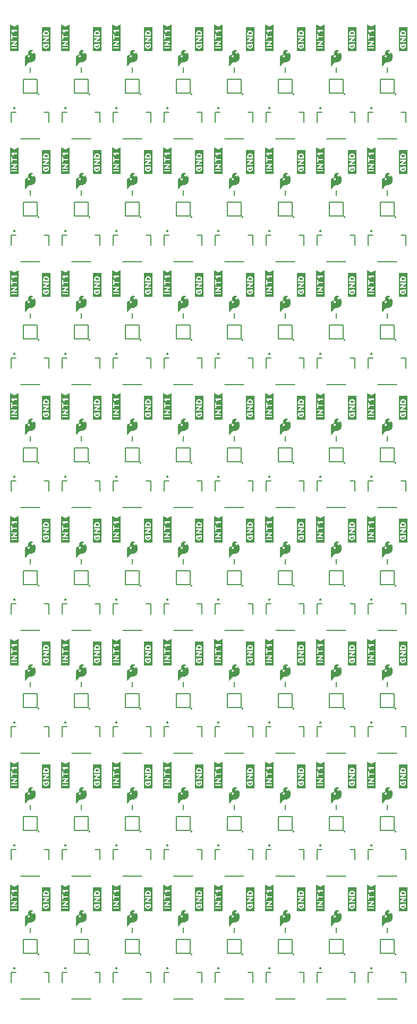
<source format=gto>
G04 EAGLE Gerber RS-274X export*
G75*
%MOMM*%
%FSLAX34Y34*%
%LPD*%
%INSilkscreen Top*%
%IPPOS*%
%AMOC8*
5,1,8,0,0,1.08239X$1,22.5*%
G01*
%ADD10C,0.152400*%
%ADD11C,0.203200*%
%ADD12C,0.127000*%

G36*
X262745Y1513384D02*
X262745Y1513384D01*
X262748Y1513381D01*
X263348Y1513481D01*
X263389Y1513525D01*
X263386Y1513528D01*
X263389Y1513530D01*
X263389Y1555430D01*
X263380Y1555443D01*
X263384Y1555452D01*
X263184Y1555852D01*
X263131Y1555878D01*
X263127Y1555870D01*
X263118Y1555874D01*
X257121Y1552876D01*
X256544Y1552683D01*
X249862Y1555974D01*
X249861Y1555974D01*
X249861Y1555975D01*
X249859Y1555974D01*
X249803Y1555963D01*
X249807Y1555946D01*
X249791Y1555938D01*
X249691Y1555338D01*
X249694Y1555333D01*
X249691Y1555330D01*
X249691Y1514030D01*
X249694Y1514025D01*
X249691Y1514022D01*
X249791Y1513422D01*
X249835Y1513381D01*
X249838Y1513384D01*
X249840Y1513381D01*
X262740Y1513381D01*
X262745Y1513384D01*
G37*
G36*
X344025Y1513384D02*
X344025Y1513384D01*
X344028Y1513381D01*
X344628Y1513481D01*
X344669Y1513525D01*
X344666Y1513528D01*
X344669Y1513530D01*
X344669Y1555430D01*
X344660Y1555443D01*
X344664Y1555452D01*
X344464Y1555852D01*
X344411Y1555878D01*
X344407Y1555870D01*
X344398Y1555874D01*
X338401Y1552876D01*
X337824Y1552683D01*
X331142Y1555974D01*
X331141Y1555974D01*
X331141Y1555975D01*
X331139Y1555974D01*
X331083Y1555963D01*
X331087Y1555946D01*
X331071Y1555938D01*
X330971Y1555338D01*
X330974Y1555333D01*
X330971Y1555330D01*
X330971Y1514030D01*
X330974Y1514025D01*
X330971Y1514022D01*
X331071Y1513422D01*
X331115Y1513381D01*
X331118Y1513384D01*
X331120Y1513381D01*
X344020Y1513381D01*
X344025Y1513384D01*
G37*
G36*
X506585Y1513384D02*
X506585Y1513384D01*
X506588Y1513381D01*
X507188Y1513481D01*
X507229Y1513525D01*
X507226Y1513528D01*
X507229Y1513530D01*
X507229Y1555430D01*
X507220Y1555443D01*
X507224Y1555452D01*
X507024Y1555852D01*
X506971Y1555878D01*
X506967Y1555870D01*
X506958Y1555874D01*
X500961Y1552876D01*
X500384Y1552683D01*
X493702Y1555974D01*
X493701Y1555974D01*
X493701Y1555975D01*
X493699Y1555974D01*
X493643Y1555963D01*
X493647Y1555946D01*
X493631Y1555938D01*
X493531Y1555338D01*
X493534Y1555333D01*
X493531Y1555330D01*
X493531Y1514030D01*
X493534Y1514025D01*
X493531Y1514022D01*
X493631Y1513422D01*
X493675Y1513381D01*
X493678Y1513384D01*
X493680Y1513381D01*
X506580Y1513381D01*
X506585Y1513384D01*
G37*
G36*
X587865Y1513384D02*
X587865Y1513384D01*
X587868Y1513381D01*
X588468Y1513481D01*
X588509Y1513525D01*
X588506Y1513528D01*
X588509Y1513530D01*
X588509Y1555430D01*
X588500Y1555443D01*
X588504Y1555452D01*
X588304Y1555852D01*
X588251Y1555878D01*
X588247Y1555870D01*
X588238Y1555874D01*
X582241Y1552876D01*
X581664Y1552683D01*
X574982Y1555974D01*
X574981Y1555974D01*
X574981Y1555975D01*
X574979Y1555974D01*
X574923Y1555963D01*
X574927Y1555946D01*
X574911Y1555938D01*
X574811Y1555338D01*
X574814Y1555333D01*
X574811Y1555330D01*
X574811Y1514030D01*
X574814Y1514025D01*
X574811Y1514022D01*
X574911Y1513422D01*
X574955Y1513381D01*
X574958Y1513384D01*
X574960Y1513381D01*
X587860Y1513381D01*
X587865Y1513384D01*
G37*
G36*
X181465Y1513384D02*
X181465Y1513384D01*
X181468Y1513381D01*
X182068Y1513481D01*
X182109Y1513525D01*
X182106Y1513528D01*
X182109Y1513530D01*
X182109Y1555430D01*
X182100Y1555443D01*
X182104Y1555452D01*
X181904Y1555852D01*
X181851Y1555878D01*
X181847Y1555870D01*
X181838Y1555874D01*
X175841Y1552876D01*
X175264Y1552683D01*
X168582Y1555974D01*
X168581Y1555974D01*
X168581Y1555975D01*
X168579Y1555974D01*
X168523Y1555963D01*
X168527Y1555946D01*
X168511Y1555938D01*
X168411Y1555338D01*
X168414Y1555333D01*
X168411Y1555330D01*
X168411Y1514030D01*
X168414Y1514025D01*
X168411Y1514022D01*
X168511Y1513422D01*
X168555Y1513381D01*
X168558Y1513384D01*
X168560Y1513381D01*
X181460Y1513381D01*
X181465Y1513384D01*
G37*
G36*
X18905Y1513384D02*
X18905Y1513384D01*
X18908Y1513381D01*
X19508Y1513481D01*
X19549Y1513525D01*
X19546Y1513528D01*
X19549Y1513530D01*
X19549Y1555430D01*
X19540Y1555443D01*
X19544Y1555452D01*
X19344Y1555852D01*
X19291Y1555878D01*
X19287Y1555870D01*
X19278Y1555874D01*
X13281Y1552876D01*
X12704Y1552683D01*
X6022Y1555974D01*
X6021Y1555974D01*
X6021Y1555975D01*
X6019Y1555974D01*
X5963Y1555963D01*
X5967Y1555946D01*
X5951Y1555938D01*
X5851Y1555338D01*
X5854Y1555333D01*
X5851Y1555330D01*
X5851Y1514030D01*
X5854Y1514025D01*
X5851Y1514022D01*
X5951Y1513422D01*
X5995Y1513381D01*
X5998Y1513384D01*
X6000Y1513381D01*
X18900Y1513381D01*
X18905Y1513384D01*
G37*
G36*
X425305Y1513384D02*
X425305Y1513384D01*
X425308Y1513381D01*
X425908Y1513481D01*
X425949Y1513525D01*
X425946Y1513528D01*
X425949Y1513530D01*
X425949Y1555430D01*
X425940Y1555443D01*
X425944Y1555452D01*
X425744Y1555852D01*
X425691Y1555878D01*
X425687Y1555870D01*
X425678Y1555874D01*
X419681Y1552876D01*
X419104Y1552683D01*
X412422Y1555974D01*
X412421Y1555974D01*
X412421Y1555975D01*
X412419Y1555974D01*
X412363Y1555963D01*
X412367Y1555946D01*
X412351Y1555938D01*
X412251Y1555338D01*
X412254Y1555333D01*
X412251Y1555330D01*
X412251Y1514030D01*
X412254Y1514025D01*
X412251Y1514022D01*
X412351Y1513422D01*
X412395Y1513381D01*
X412398Y1513384D01*
X412400Y1513381D01*
X425300Y1513381D01*
X425305Y1513384D01*
G37*
G36*
X100185Y1513384D02*
X100185Y1513384D01*
X100188Y1513381D01*
X100788Y1513481D01*
X100829Y1513525D01*
X100826Y1513528D01*
X100829Y1513530D01*
X100829Y1555430D01*
X100820Y1555443D01*
X100824Y1555452D01*
X100624Y1555852D01*
X100571Y1555878D01*
X100567Y1555870D01*
X100558Y1555874D01*
X94561Y1552876D01*
X93984Y1552683D01*
X87302Y1555974D01*
X87301Y1555974D01*
X87301Y1555975D01*
X87299Y1555974D01*
X87243Y1555963D01*
X87247Y1555946D01*
X87231Y1555938D01*
X87131Y1555338D01*
X87134Y1555333D01*
X87131Y1555330D01*
X87131Y1514030D01*
X87134Y1514025D01*
X87131Y1514022D01*
X87231Y1513422D01*
X87275Y1513381D01*
X87278Y1513384D01*
X87280Y1513381D01*
X100180Y1513381D01*
X100185Y1513384D01*
G37*
G36*
X18905Y535484D02*
X18905Y535484D01*
X18908Y535481D01*
X19508Y535581D01*
X19549Y535625D01*
X19546Y535628D01*
X19549Y535630D01*
X19549Y577530D01*
X19540Y577543D01*
X19544Y577552D01*
X19344Y577952D01*
X19291Y577978D01*
X19287Y577970D01*
X19278Y577974D01*
X13281Y574976D01*
X12704Y574783D01*
X6022Y578074D01*
X6021Y578074D01*
X6021Y578075D01*
X6019Y578074D01*
X5963Y578063D01*
X5967Y578046D01*
X5951Y578038D01*
X5851Y577438D01*
X5854Y577433D01*
X5851Y577430D01*
X5851Y536130D01*
X5854Y536125D01*
X5851Y536122D01*
X5951Y535522D01*
X5995Y535481D01*
X5998Y535484D01*
X6000Y535481D01*
X18900Y535481D01*
X18905Y535484D01*
G37*
G36*
X587865Y535484D02*
X587865Y535484D01*
X587868Y535481D01*
X588468Y535581D01*
X588509Y535625D01*
X588506Y535628D01*
X588509Y535630D01*
X588509Y577530D01*
X588500Y577543D01*
X588504Y577552D01*
X588304Y577952D01*
X588251Y577978D01*
X588247Y577970D01*
X588238Y577974D01*
X582241Y574976D01*
X581664Y574783D01*
X574982Y578074D01*
X574981Y578074D01*
X574981Y578075D01*
X574979Y578074D01*
X574923Y578063D01*
X574927Y578046D01*
X574911Y578038D01*
X574811Y577438D01*
X574814Y577433D01*
X574811Y577430D01*
X574811Y536130D01*
X574814Y536125D01*
X574811Y536122D01*
X574911Y535522D01*
X574955Y535481D01*
X574958Y535484D01*
X574960Y535481D01*
X587860Y535481D01*
X587865Y535484D01*
G37*
G36*
X506585Y535484D02*
X506585Y535484D01*
X506588Y535481D01*
X507188Y535581D01*
X507229Y535625D01*
X507226Y535628D01*
X507229Y535630D01*
X507229Y577530D01*
X507220Y577543D01*
X507224Y577552D01*
X507024Y577952D01*
X506971Y577978D01*
X506967Y577970D01*
X506958Y577974D01*
X500961Y574976D01*
X500384Y574783D01*
X493702Y578074D01*
X493701Y578074D01*
X493701Y578075D01*
X493699Y578074D01*
X493643Y578063D01*
X493647Y578046D01*
X493631Y578038D01*
X493531Y577438D01*
X493534Y577433D01*
X493531Y577430D01*
X493531Y536130D01*
X493534Y536125D01*
X493531Y536122D01*
X493631Y535522D01*
X493675Y535481D01*
X493678Y535484D01*
X493680Y535481D01*
X506580Y535481D01*
X506585Y535484D01*
G37*
G36*
X262745Y535484D02*
X262745Y535484D01*
X262748Y535481D01*
X263348Y535581D01*
X263389Y535625D01*
X263386Y535628D01*
X263389Y535630D01*
X263389Y577530D01*
X263380Y577543D01*
X263384Y577552D01*
X263184Y577952D01*
X263131Y577978D01*
X263127Y577970D01*
X263118Y577974D01*
X257121Y574976D01*
X256544Y574783D01*
X249862Y578074D01*
X249861Y578074D01*
X249861Y578075D01*
X249859Y578074D01*
X249803Y578063D01*
X249807Y578046D01*
X249791Y578038D01*
X249691Y577438D01*
X249694Y577433D01*
X249691Y577430D01*
X249691Y536130D01*
X249694Y536125D01*
X249691Y536122D01*
X249791Y535522D01*
X249835Y535481D01*
X249838Y535484D01*
X249840Y535481D01*
X262740Y535481D01*
X262745Y535484D01*
G37*
G36*
X100185Y535484D02*
X100185Y535484D01*
X100188Y535481D01*
X100788Y535581D01*
X100829Y535625D01*
X100826Y535628D01*
X100829Y535630D01*
X100829Y577530D01*
X100820Y577543D01*
X100824Y577552D01*
X100624Y577952D01*
X100571Y577978D01*
X100567Y577970D01*
X100558Y577974D01*
X94561Y574976D01*
X93984Y574783D01*
X87302Y578074D01*
X87301Y578074D01*
X87301Y578075D01*
X87299Y578074D01*
X87243Y578063D01*
X87247Y578046D01*
X87231Y578038D01*
X87131Y577438D01*
X87134Y577433D01*
X87131Y577430D01*
X87131Y536130D01*
X87134Y536125D01*
X87131Y536122D01*
X87231Y535522D01*
X87275Y535481D01*
X87278Y535484D01*
X87280Y535481D01*
X100180Y535481D01*
X100185Y535484D01*
G37*
G36*
X425305Y535484D02*
X425305Y535484D01*
X425308Y535481D01*
X425908Y535581D01*
X425949Y535625D01*
X425946Y535628D01*
X425949Y535630D01*
X425949Y577530D01*
X425940Y577543D01*
X425944Y577552D01*
X425744Y577952D01*
X425691Y577978D01*
X425687Y577970D01*
X425678Y577974D01*
X419681Y574976D01*
X419104Y574783D01*
X412422Y578074D01*
X412421Y578074D01*
X412421Y578075D01*
X412419Y578074D01*
X412363Y578063D01*
X412367Y578046D01*
X412351Y578038D01*
X412251Y577438D01*
X412254Y577433D01*
X412251Y577430D01*
X412251Y536130D01*
X412254Y536125D01*
X412251Y536122D01*
X412351Y535522D01*
X412395Y535481D01*
X412398Y535484D01*
X412400Y535481D01*
X425300Y535481D01*
X425305Y535484D01*
G37*
G36*
X344025Y535484D02*
X344025Y535484D01*
X344028Y535481D01*
X344628Y535581D01*
X344669Y535625D01*
X344666Y535628D01*
X344669Y535630D01*
X344669Y577530D01*
X344660Y577543D01*
X344664Y577552D01*
X344464Y577952D01*
X344411Y577978D01*
X344407Y577970D01*
X344398Y577974D01*
X338401Y574976D01*
X337824Y574783D01*
X331142Y578074D01*
X331141Y578074D01*
X331141Y578075D01*
X331139Y578074D01*
X331083Y578063D01*
X331087Y578046D01*
X331071Y578038D01*
X330971Y577438D01*
X330974Y577433D01*
X330971Y577430D01*
X330971Y536130D01*
X330974Y536125D01*
X330971Y536122D01*
X331071Y535522D01*
X331115Y535481D01*
X331118Y535484D01*
X331120Y535481D01*
X344020Y535481D01*
X344025Y535484D01*
G37*
G36*
X181465Y535484D02*
X181465Y535484D01*
X181468Y535481D01*
X182068Y535581D01*
X182109Y535625D01*
X182106Y535628D01*
X182109Y535630D01*
X182109Y577530D01*
X182100Y577543D01*
X182104Y577552D01*
X181904Y577952D01*
X181851Y577978D01*
X181847Y577970D01*
X181838Y577974D01*
X175841Y574976D01*
X175264Y574783D01*
X168582Y578074D01*
X168581Y578074D01*
X168581Y578075D01*
X168579Y578074D01*
X168523Y578063D01*
X168527Y578046D01*
X168511Y578038D01*
X168411Y577438D01*
X168414Y577433D01*
X168411Y577430D01*
X168411Y536130D01*
X168414Y536125D01*
X168411Y536122D01*
X168511Y535522D01*
X168555Y535481D01*
X168558Y535484D01*
X168560Y535481D01*
X181460Y535481D01*
X181465Y535484D01*
G37*
G36*
X18905Y1122224D02*
X18905Y1122224D01*
X18908Y1122221D01*
X19508Y1122321D01*
X19549Y1122365D01*
X19546Y1122368D01*
X19549Y1122370D01*
X19549Y1164270D01*
X19540Y1164283D01*
X19544Y1164292D01*
X19344Y1164692D01*
X19291Y1164718D01*
X19287Y1164710D01*
X19278Y1164714D01*
X13281Y1161716D01*
X12704Y1161523D01*
X6022Y1164814D01*
X6021Y1164814D01*
X6021Y1164815D01*
X6019Y1164814D01*
X5963Y1164803D01*
X5967Y1164786D01*
X5951Y1164778D01*
X5851Y1164178D01*
X5854Y1164173D01*
X5851Y1164170D01*
X5851Y1122870D01*
X5854Y1122865D01*
X5851Y1122862D01*
X5951Y1122262D01*
X5995Y1122221D01*
X5998Y1122224D01*
X6000Y1122221D01*
X18900Y1122221D01*
X18905Y1122224D01*
G37*
G36*
X344025Y1122224D02*
X344025Y1122224D01*
X344028Y1122221D01*
X344628Y1122321D01*
X344669Y1122365D01*
X344666Y1122368D01*
X344669Y1122370D01*
X344669Y1164270D01*
X344660Y1164283D01*
X344664Y1164292D01*
X344464Y1164692D01*
X344411Y1164718D01*
X344407Y1164710D01*
X344398Y1164714D01*
X338401Y1161716D01*
X337824Y1161523D01*
X331142Y1164814D01*
X331141Y1164814D01*
X331141Y1164815D01*
X331139Y1164814D01*
X331083Y1164803D01*
X331087Y1164786D01*
X331071Y1164778D01*
X330971Y1164178D01*
X330974Y1164173D01*
X330971Y1164170D01*
X330971Y1122870D01*
X330974Y1122865D01*
X330971Y1122862D01*
X331071Y1122262D01*
X331115Y1122221D01*
X331118Y1122224D01*
X331120Y1122221D01*
X344020Y1122221D01*
X344025Y1122224D01*
G37*
G36*
X181465Y1122224D02*
X181465Y1122224D01*
X181468Y1122221D01*
X182068Y1122321D01*
X182109Y1122365D01*
X182106Y1122368D01*
X182109Y1122370D01*
X182109Y1164270D01*
X182100Y1164283D01*
X182104Y1164292D01*
X181904Y1164692D01*
X181851Y1164718D01*
X181847Y1164710D01*
X181838Y1164714D01*
X175841Y1161716D01*
X175264Y1161523D01*
X168582Y1164814D01*
X168581Y1164814D01*
X168581Y1164815D01*
X168579Y1164814D01*
X168523Y1164803D01*
X168527Y1164786D01*
X168511Y1164778D01*
X168411Y1164178D01*
X168414Y1164173D01*
X168411Y1164170D01*
X168411Y1122870D01*
X168414Y1122865D01*
X168411Y1122862D01*
X168511Y1122262D01*
X168555Y1122221D01*
X168558Y1122224D01*
X168560Y1122221D01*
X181460Y1122221D01*
X181465Y1122224D01*
G37*
G36*
X100185Y1122224D02*
X100185Y1122224D01*
X100188Y1122221D01*
X100788Y1122321D01*
X100829Y1122365D01*
X100826Y1122368D01*
X100829Y1122370D01*
X100829Y1164270D01*
X100820Y1164283D01*
X100824Y1164292D01*
X100624Y1164692D01*
X100571Y1164718D01*
X100567Y1164710D01*
X100558Y1164714D01*
X94561Y1161716D01*
X93984Y1161523D01*
X87302Y1164814D01*
X87301Y1164814D01*
X87301Y1164815D01*
X87299Y1164814D01*
X87243Y1164803D01*
X87247Y1164786D01*
X87231Y1164778D01*
X87131Y1164178D01*
X87134Y1164173D01*
X87131Y1164170D01*
X87131Y1122870D01*
X87134Y1122865D01*
X87131Y1122862D01*
X87231Y1122262D01*
X87275Y1122221D01*
X87278Y1122224D01*
X87280Y1122221D01*
X100180Y1122221D01*
X100185Y1122224D01*
G37*
G36*
X262745Y1122224D02*
X262745Y1122224D01*
X262748Y1122221D01*
X263348Y1122321D01*
X263389Y1122365D01*
X263386Y1122368D01*
X263389Y1122370D01*
X263389Y1164270D01*
X263380Y1164283D01*
X263384Y1164292D01*
X263184Y1164692D01*
X263131Y1164718D01*
X263127Y1164710D01*
X263118Y1164714D01*
X257121Y1161716D01*
X256544Y1161523D01*
X249862Y1164814D01*
X249861Y1164814D01*
X249861Y1164815D01*
X249859Y1164814D01*
X249803Y1164803D01*
X249807Y1164786D01*
X249791Y1164778D01*
X249691Y1164178D01*
X249694Y1164173D01*
X249691Y1164170D01*
X249691Y1122870D01*
X249694Y1122865D01*
X249691Y1122862D01*
X249791Y1122262D01*
X249835Y1122221D01*
X249838Y1122224D01*
X249840Y1122221D01*
X262740Y1122221D01*
X262745Y1122224D01*
G37*
G36*
X587865Y1122224D02*
X587865Y1122224D01*
X587868Y1122221D01*
X588468Y1122321D01*
X588509Y1122365D01*
X588506Y1122368D01*
X588509Y1122370D01*
X588509Y1164270D01*
X588500Y1164283D01*
X588504Y1164292D01*
X588304Y1164692D01*
X588251Y1164718D01*
X588247Y1164710D01*
X588238Y1164714D01*
X582241Y1161716D01*
X581664Y1161523D01*
X574982Y1164814D01*
X574981Y1164814D01*
X574981Y1164815D01*
X574979Y1164814D01*
X574923Y1164803D01*
X574927Y1164786D01*
X574911Y1164778D01*
X574811Y1164178D01*
X574814Y1164173D01*
X574811Y1164170D01*
X574811Y1122870D01*
X574814Y1122865D01*
X574811Y1122862D01*
X574911Y1122262D01*
X574955Y1122221D01*
X574958Y1122224D01*
X574960Y1122221D01*
X587860Y1122221D01*
X587865Y1122224D01*
G37*
G36*
X425305Y1122224D02*
X425305Y1122224D01*
X425308Y1122221D01*
X425908Y1122321D01*
X425949Y1122365D01*
X425946Y1122368D01*
X425949Y1122370D01*
X425949Y1164270D01*
X425940Y1164283D01*
X425944Y1164292D01*
X425744Y1164692D01*
X425691Y1164718D01*
X425687Y1164710D01*
X425678Y1164714D01*
X419681Y1161716D01*
X419104Y1161523D01*
X412422Y1164814D01*
X412421Y1164814D01*
X412421Y1164815D01*
X412419Y1164814D01*
X412363Y1164803D01*
X412367Y1164786D01*
X412351Y1164778D01*
X412251Y1164178D01*
X412254Y1164173D01*
X412251Y1164170D01*
X412251Y1122870D01*
X412254Y1122865D01*
X412251Y1122862D01*
X412351Y1122262D01*
X412395Y1122221D01*
X412398Y1122224D01*
X412400Y1122221D01*
X425300Y1122221D01*
X425305Y1122224D01*
G37*
G36*
X506585Y1122224D02*
X506585Y1122224D01*
X506588Y1122221D01*
X507188Y1122321D01*
X507229Y1122365D01*
X507226Y1122368D01*
X507229Y1122370D01*
X507229Y1164270D01*
X507220Y1164283D01*
X507224Y1164292D01*
X507024Y1164692D01*
X506971Y1164718D01*
X506967Y1164710D01*
X506958Y1164714D01*
X500961Y1161716D01*
X500384Y1161523D01*
X493702Y1164814D01*
X493701Y1164814D01*
X493701Y1164815D01*
X493699Y1164814D01*
X493643Y1164803D01*
X493647Y1164786D01*
X493631Y1164778D01*
X493531Y1164178D01*
X493534Y1164173D01*
X493531Y1164170D01*
X493531Y1122870D01*
X493534Y1122865D01*
X493531Y1122862D01*
X493631Y1122262D01*
X493675Y1122221D01*
X493678Y1122224D01*
X493680Y1122221D01*
X506580Y1122221D01*
X506585Y1122224D01*
G37*
G36*
X506585Y926644D02*
X506585Y926644D01*
X506588Y926641D01*
X507188Y926741D01*
X507229Y926785D01*
X507226Y926788D01*
X507229Y926790D01*
X507229Y968690D01*
X507220Y968703D01*
X507224Y968712D01*
X507024Y969112D01*
X506971Y969138D01*
X506967Y969130D01*
X506958Y969134D01*
X500961Y966136D01*
X500384Y965943D01*
X493702Y969234D01*
X493701Y969234D01*
X493701Y969235D01*
X493699Y969234D01*
X493643Y969223D01*
X493647Y969206D01*
X493631Y969198D01*
X493531Y968598D01*
X493534Y968593D01*
X493531Y968590D01*
X493531Y927290D01*
X493534Y927285D01*
X493531Y927282D01*
X493631Y926682D01*
X493675Y926641D01*
X493678Y926644D01*
X493680Y926641D01*
X506580Y926641D01*
X506585Y926644D01*
G37*
G36*
X587865Y926644D02*
X587865Y926644D01*
X587868Y926641D01*
X588468Y926741D01*
X588509Y926785D01*
X588506Y926788D01*
X588509Y926790D01*
X588509Y968690D01*
X588500Y968703D01*
X588504Y968712D01*
X588304Y969112D01*
X588251Y969138D01*
X588247Y969130D01*
X588238Y969134D01*
X582241Y966136D01*
X581664Y965943D01*
X574982Y969234D01*
X574981Y969234D01*
X574981Y969235D01*
X574979Y969234D01*
X574923Y969223D01*
X574927Y969206D01*
X574911Y969198D01*
X574811Y968598D01*
X574814Y968593D01*
X574811Y968590D01*
X574811Y927290D01*
X574814Y927285D01*
X574811Y927282D01*
X574911Y926682D01*
X574955Y926641D01*
X574958Y926644D01*
X574960Y926641D01*
X587860Y926641D01*
X587865Y926644D01*
G37*
G36*
X18905Y926644D02*
X18905Y926644D01*
X18908Y926641D01*
X19508Y926741D01*
X19549Y926785D01*
X19546Y926788D01*
X19549Y926790D01*
X19549Y968690D01*
X19540Y968703D01*
X19544Y968712D01*
X19344Y969112D01*
X19291Y969138D01*
X19287Y969130D01*
X19278Y969134D01*
X13281Y966136D01*
X12704Y965943D01*
X6022Y969234D01*
X6021Y969234D01*
X6021Y969235D01*
X6019Y969234D01*
X5963Y969223D01*
X5967Y969206D01*
X5951Y969198D01*
X5851Y968598D01*
X5854Y968593D01*
X5851Y968590D01*
X5851Y927290D01*
X5854Y927285D01*
X5851Y927282D01*
X5951Y926682D01*
X5995Y926641D01*
X5998Y926644D01*
X6000Y926641D01*
X18900Y926641D01*
X18905Y926644D01*
G37*
G36*
X181465Y926644D02*
X181465Y926644D01*
X181468Y926641D01*
X182068Y926741D01*
X182109Y926785D01*
X182106Y926788D01*
X182109Y926790D01*
X182109Y968690D01*
X182100Y968703D01*
X182104Y968712D01*
X181904Y969112D01*
X181851Y969138D01*
X181847Y969130D01*
X181838Y969134D01*
X175841Y966136D01*
X175264Y965943D01*
X168582Y969234D01*
X168581Y969234D01*
X168581Y969235D01*
X168579Y969234D01*
X168523Y969223D01*
X168527Y969206D01*
X168511Y969198D01*
X168411Y968598D01*
X168414Y968593D01*
X168411Y968590D01*
X168411Y927290D01*
X168414Y927285D01*
X168411Y927282D01*
X168511Y926682D01*
X168555Y926641D01*
X168558Y926644D01*
X168560Y926641D01*
X181460Y926641D01*
X181465Y926644D01*
G37*
G36*
X100185Y926644D02*
X100185Y926644D01*
X100188Y926641D01*
X100788Y926741D01*
X100829Y926785D01*
X100826Y926788D01*
X100829Y926790D01*
X100829Y968690D01*
X100820Y968703D01*
X100824Y968712D01*
X100624Y969112D01*
X100571Y969138D01*
X100567Y969130D01*
X100558Y969134D01*
X94561Y966136D01*
X93984Y965943D01*
X87302Y969234D01*
X87301Y969234D01*
X87301Y969235D01*
X87299Y969234D01*
X87243Y969223D01*
X87247Y969206D01*
X87231Y969198D01*
X87131Y968598D01*
X87134Y968593D01*
X87131Y968590D01*
X87131Y927290D01*
X87134Y927285D01*
X87131Y927282D01*
X87231Y926682D01*
X87275Y926641D01*
X87278Y926644D01*
X87280Y926641D01*
X100180Y926641D01*
X100185Y926644D01*
G37*
G36*
X344025Y926644D02*
X344025Y926644D01*
X344028Y926641D01*
X344628Y926741D01*
X344669Y926785D01*
X344666Y926788D01*
X344669Y926790D01*
X344669Y968690D01*
X344660Y968703D01*
X344664Y968712D01*
X344464Y969112D01*
X344411Y969138D01*
X344407Y969130D01*
X344398Y969134D01*
X338401Y966136D01*
X337824Y965943D01*
X331142Y969234D01*
X331141Y969234D01*
X331141Y969235D01*
X331139Y969234D01*
X331083Y969223D01*
X331087Y969206D01*
X331071Y969198D01*
X330971Y968598D01*
X330974Y968593D01*
X330971Y968590D01*
X330971Y927290D01*
X330974Y927285D01*
X330971Y927282D01*
X331071Y926682D01*
X331115Y926641D01*
X331118Y926644D01*
X331120Y926641D01*
X344020Y926641D01*
X344025Y926644D01*
G37*
G36*
X425305Y926644D02*
X425305Y926644D01*
X425308Y926641D01*
X425908Y926741D01*
X425949Y926785D01*
X425946Y926788D01*
X425949Y926790D01*
X425949Y968690D01*
X425940Y968703D01*
X425944Y968712D01*
X425744Y969112D01*
X425691Y969138D01*
X425687Y969130D01*
X425678Y969134D01*
X419681Y966136D01*
X419104Y965943D01*
X412422Y969234D01*
X412421Y969234D01*
X412421Y969235D01*
X412419Y969234D01*
X412363Y969223D01*
X412367Y969206D01*
X412351Y969198D01*
X412251Y968598D01*
X412254Y968593D01*
X412251Y968590D01*
X412251Y927290D01*
X412254Y927285D01*
X412251Y927282D01*
X412351Y926682D01*
X412395Y926641D01*
X412398Y926644D01*
X412400Y926641D01*
X425300Y926641D01*
X425305Y926644D01*
G37*
G36*
X262745Y926644D02*
X262745Y926644D01*
X262748Y926641D01*
X263348Y926741D01*
X263389Y926785D01*
X263386Y926788D01*
X263389Y926790D01*
X263389Y968690D01*
X263380Y968703D01*
X263384Y968712D01*
X263184Y969112D01*
X263131Y969138D01*
X263127Y969130D01*
X263118Y969134D01*
X257121Y966136D01*
X256544Y965943D01*
X249862Y969234D01*
X249861Y969234D01*
X249861Y969235D01*
X249859Y969234D01*
X249803Y969223D01*
X249807Y969206D01*
X249791Y969198D01*
X249691Y968598D01*
X249694Y968593D01*
X249691Y968590D01*
X249691Y927290D01*
X249694Y927285D01*
X249691Y927282D01*
X249791Y926682D01*
X249835Y926641D01*
X249838Y926644D01*
X249840Y926641D01*
X262740Y926641D01*
X262745Y926644D01*
G37*
G36*
X181465Y1317804D02*
X181465Y1317804D01*
X181468Y1317801D01*
X182068Y1317901D01*
X182109Y1317945D01*
X182106Y1317948D01*
X182109Y1317950D01*
X182109Y1359850D01*
X182100Y1359863D01*
X182104Y1359872D01*
X181904Y1360272D01*
X181851Y1360298D01*
X181847Y1360290D01*
X181838Y1360294D01*
X175841Y1357296D01*
X175264Y1357103D01*
X168582Y1360394D01*
X168581Y1360394D01*
X168581Y1360395D01*
X168579Y1360394D01*
X168523Y1360383D01*
X168527Y1360366D01*
X168511Y1360358D01*
X168411Y1359758D01*
X168414Y1359753D01*
X168411Y1359750D01*
X168411Y1318450D01*
X168414Y1318445D01*
X168411Y1318442D01*
X168511Y1317842D01*
X168555Y1317801D01*
X168558Y1317804D01*
X168560Y1317801D01*
X181460Y1317801D01*
X181465Y1317804D01*
G37*
G36*
X262745Y1317804D02*
X262745Y1317804D01*
X262748Y1317801D01*
X263348Y1317901D01*
X263389Y1317945D01*
X263386Y1317948D01*
X263389Y1317950D01*
X263389Y1359850D01*
X263380Y1359863D01*
X263384Y1359872D01*
X263184Y1360272D01*
X263131Y1360298D01*
X263127Y1360290D01*
X263118Y1360294D01*
X257121Y1357296D01*
X256544Y1357103D01*
X249862Y1360394D01*
X249861Y1360394D01*
X249861Y1360395D01*
X249859Y1360394D01*
X249803Y1360383D01*
X249807Y1360366D01*
X249791Y1360358D01*
X249691Y1359758D01*
X249694Y1359753D01*
X249691Y1359750D01*
X249691Y1318450D01*
X249694Y1318445D01*
X249691Y1318442D01*
X249791Y1317842D01*
X249835Y1317801D01*
X249838Y1317804D01*
X249840Y1317801D01*
X262740Y1317801D01*
X262745Y1317804D01*
G37*
G36*
X425305Y1317804D02*
X425305Y1317804D01*
X425308Y1317801D01*
X425908Y1317901D01*
X425949Y1317945D01*
X425946Y1317948D01*
X425949Y1317950D01*
X425949Y1359850D01*
X425940Y1359863D01*
X425944Y1359872D01*
X425744Y1360272D01*
X425691Y1360298D01*
X425687Y1360290D01*
X425678Y1360294D01*
X419681Y1357296D01*
X419104Y1357103D01*
X412422Y1360394D01*
X412421Y1360394D01*
X412421Y1360395D01*
X412419Y1360394D01*
X412363Y1360383D01*
X412367Y1360366D01*
X412351Y1360358D01*
X412251Y1359758D01*
X412254Y1359753D01*
X412251Y1359750D01*
X412251Y1318450D01*
X412254Y1318445D01*
X412251Y1318442D01*
X412351Y1317842D01*
X412395Y1317801D01*
X412398Y1317804D01*
X412400Y1317801D01*
X425300Y1317801D01*
X425305Y1317804D01*
G37*
G36*
X344025Y1317804D02*
X344025Y1317804D01*
X344028Y1317801D01*
X344628Y1317901D01*
X344669Y1317945D01*
X344666Y1317948D01*
X344669Y1317950D01*
X344669Y1359850D01*
X344660Y1359863D01*
X344664Y1359872D01*
X344464Y1360272D01*
X344411Y1360298D01*
X344407Y1360290D01*
X344398Y1360294D01*
X338401Y1357296D01*
X337824Y1357103D01*
X331142Y1360394D01*
X331141Y1360394D01*
X331141Y1360395D01*
X331139Y1360394D01*
X331083Y1360383D01*
X331087Y1360366D01*
X331071Y1360358D01*
X330971Y1359758D01*
X330974Y1359753D01*
X330971Y1359750D01*
X330971Y1318450D01*
X330974Y1318445D01*
X330971Y1318442D01*
X331071Y1317842D01*
X331115Y1317801D01*
X331118Y1317804D01*
X331120Y1317801D01*
X344020Y1317801D01*
X344025Y1317804D01*
G37*
G36*
X587865Y1317804D02*
X587865Y1317804D01*
X587868Y1317801D01*
X588468Y1317901D01*
X588509Y1317945D01*
X588506Y1317948D01*
X588509Y1317950D01*
X588509Y1359850D01*
X588500Y1359863D01*
X588504Y1359872D01*
X588304Y1360272D01*
X588251Y1360298D01*
X588247Y1360290D01*
X588238Y1360294D01*
X582241Y1357296D01*
X581664Y1357103D01*
X574982Y1360394D01*
X574981Y1360394D01*
X574981Y1360395D01*
X574979Y1360394D01*
X574923Y1360383D01*
X574927Y1360366D01*
X574911Y1360358D01*
X574811Y1359758D01*
X574814Y1359753D01*
X574811Y1359750D01*
X574811Y1318450D01*
X574814Y1318445D01*
X574811Y1318442D01*
X574911Y1317842D01*
X574955Y1317801D01*
X574958Y1317804D01*
X574960Y1317801D01*
X587860Y1317801D01*
X587865Y1317804D01*
G37*
G36*
X18905Y1317804D02*
X18905Y1317804D01*
X18908Y1317801D01*
X19508Y1317901D01*
X19549Y1317945D01*
X19546Y1317948D01*
X19549Y1317950D01*
X19549Y1359850D01*
X19540Y1359863D01*
X19544Y1359872D01*
X19344Y1360272D01*
X19291Y1360298D01*
X19287Y1360290D01*
X19278Y1360294D01*
X13281Y1357296D01*
X12704Y1357103D01*
X6022Y1360394D01*
X6021Y1360394D01*
X6021Y1360395D01*
X6019Y1360394D01*
X5963Y1360383D01*
X5967Y1360366D01*
X5951Y1360358D01*
X5851Y1359758D01*
X5854Y1359753D01*
X5851Y1359750D01*
X5851Y1318450D01*
X5854Y1318445D01*
X5851Y1318442D01*
X5951Y1317842D01*
X5995Y1317801D01*
X5998Y1317804D01*
X6000Y1317801D01*
X18900Y1317801D01*
X18905Y1317804D01*
G37*
G36*
X506585Y1317804D02*
X506585Y1317804D01*
X506588Y1317801D01*
X507188Y1317901D01*
X507229Y1317945D01*
X507226Y1317948D01*
X507229Y1317950D01*
X507229Y1359850D01*
X507220Y1359863D01*
X507224Y1359872D01*
X507024Y1360272D01*
X506971Y1360298D01*
X506967Y1360290D01*
X506958Y1360294D01*
X500961Y1357296D01*
X500384Y1357103D01*
X493702Y1360394D01*
X493701Y1360394D01*
X493701Y1360395D01*
X493699Y1360394D01*
X493643Y1360383D01*
X493647Y1360366D01*
X493631Y1360358D01*
X493531Y1359758D01*
X493534Y1359753D01*
X493531Y1359750D01*
X493531Y1318450D01*
X493534Y1318445D01*
X493531Y1318442D01*
X493631Y1317842D01*
X493675Y1317801D01*
X493678Y1317804D01*
X493680Y1317801D01*
X506580Y1317801D01*
X506585Y1317804D01*
G37*
G36*
X100185Y1317804D02*
X100185Y1317804D01*
X100188Y1317801D01*
X100788Y1317901D01*
X100829Y1317945D01*
X100826Y1317948D01*
X100829Y1317950D01*
X100829Y1359850D01*
X100820Y1359863D01*
X100824Y1359872D01*
X100624Y1360272D01*
X100571Y1360298D01*
X100567Y1360290D01*
X100558Y1360294D01*
X94561Y1357296D01*
X93984Y1357103D01*
X87302Y1360394D01*
X87301Y1360394D01*
X87301Y1360395D01*
X87299Y1360394D01*
X87243Y1360383D01*
X87247Y1360366D01*
X87231Y1360358D01*
X87131Y1359758D01*
X87134Y1359753D01*
X87131Y1359750D01*
X87131Y1318450D01*
X87134Y1318445D01*
X87131Y1318442D01*
X87231Y1317842D01*
X87275Y1317801D01*
X87278Y1317804D01*
X87280Y1317801D01*
X100180Y1317801D01*
X100185Y1317804D01*
G37*
G36*
X506585Y339904D02*
X506585Y339904D01*
X506588Y339901D01*
X507188Y340001D01*
X507229Y340045D01*
X507226Y340048D01*
X507229Y340050D01*
X507229Y381950D01*
X507220Y381963D01*
X507224Y381972D01*
X507024Y382372D01*
X506971Y382398D01*
X506967Y382390D01*
X506958Y382394D01*
X500961Y379396D01*
X500384Y379203D01*
X493702Y382494D01*
X493701Y382494D01*
X493701Y382495D01*
X493699Y382494D01*
X493643Y382483D01*
X493647Y382466D01*
X493631Y382458D01*
X493531Y381858D01*
X493534Y381853D01*
X493531Y381850D01*
X493531Y340550D01*
X493534Y340545D01*
X493531Y340542D01*
X493631Y339942D01*
X493675Y339901D01*
X493678Y339904D01*
X493680Y339901D01*
X506580Y339901D01*
X506585Y339904D01*
G37*
G36*
X100185Y339904D02*
X100185Y339904D01*
X100188Y339901D01*
X100788Y340001D01*
X100829Y340045D01*
X100826Y340048D01*
X100829Y340050D01*
X100829Y381950D01*
X100820Y381963D01*
X100824Y381972D01*
X100624Y382372D01*
X100571Y382398D01*
X100567Y382390D01*
X100558Y382394D01*
X94561Y379396D01*
X93984Y379203D01*
X87302Y382494D01*
X87301Y382494D01*
X87301Y382495D01*
X87299Y382494D01*
X87243Y382483D01*
X87247Y382466D01*
X87231Y382458D01*
X87131Y381858D01*
X87134Y381853D01*
X87131Y381850D01*
X87131Y340550D01*
X87134Y340545D01*
X87131Y340542D01*
X87231Y339942D01*
X87275Y339901D01*
X87278Y339904D01*
X87280Y339901D01*
X100180Y339901D01*
X100185Y339904D01*
G37*
G36*
X344025Y339904D02*
X344025Y339904D01*
X344028Y339901D01*
X344628Y340001D01*
X344669Y340045D01*
X344666Y340048D01*
X344669Y340050D01*
X344669Y381950D01*
X344660Y381963D01*
X344664Y381972D01*
X344464Y382372D01*
X344411Y382398D01*
X344407Y382390D01*
X344398Y382394D01*
X338401Y379396D01*
X337824Y379203D01*
X331142Y382494D01*
X331141Y382494D01*
X331141Y382495D01*
X331139Y382494D01*
X331083Y382483D01*
X331087Y382466D01*
X331071Y382458D01*
X330971Y381858D01*
X330974Y381853D01*
X330971Y381850D01*
X330971Y340550D01*
X330974Y340545D01*
X330971Y340542D01*
X331071Y339942D01*
X331115Y339901D01*
X331118Y339904D01*
X331120Y339901D01*
X344020Y339901D01*
X344025Y339904D01*
G37*
G36*
X262745Y339904D02*
X262745Y339904D01*
X262748Y339901D01*
X263348Y340001D01*
X263389Y340045D01*
X263386Y340048D01*
X263389Y340050D01*
X263389Y381950D01*
X263380Y381963D01*
X263384Y381972D01*
X263184Y382372D01*
X263131Y382398D01*
X263127Y382390D01*
X263118Y382394D01*
X257121Y379396D01*
X256544Y379203D01*
X249862Y382494D01*
X249861Y382494D01*
X249861Y382495D01*
X249859Y382494D01*
X249803Y382483D01*
X249807Y382466D01*
X249791Y382458D01*
X249691Y381858D01*
X249694Y381853D01*
X249691Y381850D01*
X249691Y340550D01*
X249694Y340545D01*
X249691Y340542D01*
X249791Y339942D01*
X249835Y339901D01*
X249838Y339904D01*
X249840Y339901D01*
X262740Y339901D01*
X262745Y339904D01*
G37*
G36*
X587865Y339904D02*
X587865Y339904D01*
X587868Y339901D01*
X588468Y340001D01*
X588509Y340045D01*
X588506Y340048D01*
X588509Y340050D01*
X588509Y381950D01*
X588500Y381963D01*
X588504Y381972D01*
X588304Y382372D01*
X588251Y382398D01*
X588247Y382390D01*
X588238Y382394D01*
X582241Y379396D01*
X581664Y379203D01*
X574982Y382494D01*
X574981Y382494D01*
X574981Y382495D01*
X574979Y382494D01*
X574923Y382483D01*
X574927Y382466D01*
X574911Y382458D01*
X574811Y381858D01*
X574814Y381853D01*
X574811Y381850D01*
X574811Y340550D01*
X574814Y340545D01*
X574811Y340542D01*
X574911Y339942D01*
X574955Y339901D01*
X574958Y339904D01*
X574960Y339901D01*
X587860Y339901D01*
X587865Y339904D01*
G37*
G36*
X18905Y339904D02*
X18905Y339904D01*
X18908Y339901D01*
X19508Y340001D01*
X19549Y340045D01*
X19546Y340048D01*
X19549Y340050D01*
X19549Y381950D01*
X19540Y381963D01*
X19544Y381972D01*
X19344Y382372D01*
X19291Y382398D01*
X19287Y382390D01*
X19278Y382394D01*
X13281Y379396D01*
X12704Y379203D01*
X6022Y382494D01*
X6021Y382494D01*
X6021Y382495D01*
X6019Y382494D01*
X5963Y382483D01*
X5967Y382466D01*
X5951Y382458D01*
X5851Y381858D01*
X5854Y381853D01*
X5851Y381850D01*
X5851Y340550D01*
X5854Y340545D01*
X5851Y340542D01*
X5951Y339942D01*
X5995Y339901D01*
X5998Y339904D01*
X6000Y339901D01*
X18900Y339901D01*
X18905Y339904D01*
G37*
G36*
X425305Y339904D02*
X425305Y339904D01*
X425308Y339901D01*
X425908Y340001D01*
X425949Y340045D01*
X425946Y340048D01*
X425949Y340050D01*
X425949Y381950D01*
X425940Y381963D01*
X425944Y381972D01*
X425744Y382372D01*
X425691Y382398D01*
X425687Y382390D01*
X425678Y382394D01*
X419681Y379396D01*
X419104Y379203D01*
X412422Y382494D01*
X412421Y382494D01*
X412421Y382495D01*
X412419Y382494D01*
X412363Y382483D01*
X412367Y382466D01*
X412351Y382458D01*
X412251Y381858D01*
X412254Y381853D01*
X412251Y381850D01*
X412251Y340550D01*
X412254Y340545D01*
X412251Y340542D01*
X412351Y339942D01*
X412395Y339901D01*
X412398Y339904D01*
X412400Y339901D01*
X425300Y339901D01*
X425305Y339904D01*
G37*
G36*
X181465Y339904D02*
X181465Y339904D01*
X181468Y339901D01*
X182068Y340001D01*
X182109Y340045D01*
X182106Y340048D01*
X182109Y340050D01*
X182109Y381950D01*
X182100Y381963D01*
X182104Y381972D01*
X181904Y382372D01*
X181851Y382398D01*
X181847Y382390D01*
X181838Y382394D01*
X175841Y379396D01*
X175264Y379203D01*
X168582Y382494D01*
X168581Y382494D01*
X168581Y382495D01*
X168579Y382494D01*
X168523Y382483D01*
X168527Y382466D01*
X168511Y382458D01*
X168411Y381858D01*
X168414Y381853D01*
X168411Y381850D01*
X168411Y340550D01*
X168414Y340545D01*
X168411Y340542D01*
X168511Y339942D01*
X168555Y339901D01*
X168558Y339904D01*
X168560Y339901D01*
X181460Y339901D01*
X181465Y339904D01*
G37*
G36*
X506585Y144324D02*
X506585Y144324D01*
X506588Y144321D01*
X507188Y144421D01*
X507229Y144465D01*
X507226Y144468D01*
X507229Y144470D01*
X507229Y186370D01*
X507220Y186383D01*
X507224Y186392D01*
X507024Y186792D01*
X506971Y186818D01*
X506967Y186810D01*
X506958Y186814D01*
X500961Y183816D01*
X500384Y183623D01*
X493702Y186914D01*
X493701Y186914D01*
X493701Y186915D01*
X493699Y186914D01*
X493643Y186903D01*
X493647Y186886D01*
X493631Y186878D01*
X493531Y186278D01*
X493534Y186273D01*
X493531Y186270D01*
X493531Y144970D01*
X493534Y144965D01*
X493531Y144962D01*
X493631Y144362D01*
X493675Y144321D01*
X493678Y144324D01*
X493680Y144321D01*
X506580Y144321D01*
X506585Y144324D01*
G37*
G36*
X425305Y144324D02*
X425305Y144324D01*
X425308Y144321D01*
X425908Y144421D01*
X425949Y144465D01*
X425946Y144468D01*
X425949Y144470D01*
X425949Y186370D01*
X425940Y186383D01*
X425944Y186392D01*
X425744Y186792D01*
X425691Y186818D01*
X425687Y186810D01*
X425678Y186814D01*
X419681Y183816D01*
X419104Y183623D01*
X412422Y186914D01*
X412421Y186914D01*
X412421Y186915D01*
X412419Y186914D01*
X412363Y186903D01*
X412367Y186886D01*
X412351Y186878D01*
X412251Y186278D01*
X412254Y186273D01*
X412251Y186270D01*
X412251Y144970D01*
X412254Y144965D01*
X412251Y144962D01*
X412351Y144362D01*
X412395Y144321D01*
X412398Y144324D01*
X412400Y144321D01*
X425300Y144321D01*
X425305Y144324D01*
G37*
G36*
X100185Y144324D02*
X100185Y144324D01*
X100188Y144321D01*
X100788Y144421D01*
X100829Y144465D01*
X100826Y144468D01*
X100829Y144470D01*
X100829Y186370D01*
X100820Y186383D01*
X100824Y186392D01*
X100624Y186792D01*
X100571Y186818D01*
X100567Y186810D01*
X100558Y186814D01*
X94561Y183816D01*
X93984Y183623D01*
X87302Y186914D01*
X87301Y186914D01*
X87301Y186915D01*
X87299Y186914D01*
X87243Y186903D01*
X87247Y186886D01*
X87231Y186878D01*
X87131Y186278D01*
X87134Y186273D01*
X87131Y186270D01*
X87131Y144970D01*
X87134Y144965D01*
X87131Y144962D01*
X87231Y144362D01*
X87275Y144321D01*
X87278Y144324D01*
X87280Y144321D01*
X100180Y144321D01*
X100185Y144324D01*
G37*
G36*
X344025Y144324D02*
X344025Y144324D01*
X344028Y144321D01*
X344628Y144421D01*
X344669Y144465D01*
X344666Y144468D01*
X344669Y144470D01*
X344669Y186370D01*
X344660Y186383D01*
X344664Y186392D01*
X344464Y186792D01*
X344411Y186818D01*
X344407Y186810D01*
X344398Y186814D01*
X338401Y183816D01*
X337824Y183623D01*
X331142Y186914D01*
X331141Y186914D01*
X331141Y186915D01*
X331139Y186914D01*
X331083Y186903D01*
X331087Y186886D01*
X331071Y186878D01*
X330971Y186278D01*
X330974Y186273D01*
X330971Y186270D01*
X330971Y144970D01*
X330974Y144965D01*
X330971Y144962D01*
X331071Y144362D01*
X331115Y144321D01*
X331118Y144324D01*
X331120Y144321D01*
X344020Y144321D01*
X344025Y144324D01*
G37*
G36*
X587865Y144324D02*
X587865Y144324D01*
X587868Y144321D01*
X588468Y144421D01*
X588509Y144465D01*
X588506Y144468D01*
X588509Y144470D01*
X588509Y186370D01*
X588500Y186383D01*
X588504Y186392D01*
X588304Y186792D01*
X588251Y186818D01*
X588247Y186810D01*
X588238Y186814D01*
X582241Y183816D01*
X581664Y183623D01*
X574982Y186914D01*
X574981Y186914D01*
X574981Y186915D01*
X574979Y186914D01*
X574923Y186903D01*
X574927Y186886D01*
X574911Y186878D01*
X574811Y186278D01*
X574814Y186273D01*
X574811Y186270D01*
X574811Y144970D01*
X574814Y144965D01*
X574811Y144962D01*
X574911Y144362D01*
X574955Y144321D01*
X574958Y144324D01*
X574960Y144321D01*
X587860Y144321D01*
X587865Y144324D01*
G37*
G36*
X181465Y144324D02*
X181465Y144324D01*
X181468Y144321D01*
X182068Y144421D01*
X182109Y144465D01*
X182106Y144468D01*
X182109Y144470D01*
X182109Y186370D01*
X182100Y186383D01*
X182104Y186392D01*
X181904Y186792D01*
X181851Y186818D01*
X181847Y186810D01*
X181838Y186814D01*
X175841Y183816D01*
X175264Y183623D01*
X168582Y186914D01*
X168581Y186914D01*
X168581Y186915D01*
X168579Y186914D01*
X168523Y186903D01*
X168527Y186886D01*
X168511Y186878D01*
X168411Y186278D01*
X168414Y186273D01*
X168411Y186270D01*
X168411Y144970D01*
X168414Y144965D01*
X168411Y144962D01*
X168511Y144362D01*
X168555Y144321D01*
X168558Y144324D01*
X168560Y144321D01*
X181460Y144321D01*
X181465Y144324D01*
G37*
G36*
X262745Y144324D02*
X262745Y144324D01*
X262748Y144321D01*
X263348Y144421D01*
X263389Y144465D01*
X263386Y144468D01*
X263389Y144470D01*
X263389Y186370D01*
X263380Y186383D01*
X263384Y186392D01*
X263184Y186792D01*
X263131Y186818D01*
X263127Y186810D01*
X263118Y186814D01*
X257121Y183816D01*
X256544Y183623D01*
X249862Y186914D01*
X249861Y186914D01*
X249861Y186915D01*
X249859Y186914D01*
X249803Y186903D01*
X249807Y186886D01*
X249791Y186878D01*
X249691Y186278D01*
X249694Y186273D01*
X249691Y186270D01*
X249691Y144970D01*
X249694Y144965D01*
X249691Y144962D01*
X249791Y144362D01*
X249835Y144321D01*
X249838Y144324D01*
X249840Y144321D01*
X262740Y144321D01*
X262745Y144324D01*
G37*
G36*
X18905Y144324D02*
X18905Y144324D01*
X18908Y144321D01*
X19508Y144421D01*
X19549Y144465D01*
X19546Y144468D01*
X19549Y144470D01*
X19549Y186370D01*
X19540Y186383D01*
X19544Y186392D01*
X19344Y186792D01*
X19291Y186818D01*
X19287Y186810D01*
X19278Y186814D01*
X13281Y183816D01*
X12704Y183623D01*
X6022Y186914D01*
X6021Y186914D01*
X6021Y186915D01*
X6019Y186914D01*
X5963Y186903D01*
X5967Y186886D01*
X5951Y186878D01*
X5851Y186278D01*
X5854Y186273D01*
X5851Y186270D01*
X5851Y144970D01*
X5854Y144965D01*
X5851Y144962D01*
X5951Y144362D01*
X5995Y144321D01*
X5998Y144324D01*
X6000Y144321D01*
X18900Y144321D01*
X18905Y144324D01*
G37*
G36*
X587865Y731064D02*
X587865Y731064D01*
X587868Y731061D01*
X588468Y731161D01*
X588509Y731205D01*
X588506Y731208D01*
X588509Y731210D01*
X588509Y773110D01*
X588500Y773123D01*
X588504Y773132D01*
X588304Y773532D01*
X588251Y773558D01*
X588247Y773550D01*
X588238Y773554D01*
X582241Y770556D01*
X581664Y770363D01*
X574982Y773654D01*
X574981Y773654D01*
X574981Y773655D01*
X574979Y773654D01*
X574923Y773643D01*
X574927Y773626D01*
X574911Y773618D01*
X574811Y773018D01*
X574814Y773013D01*
X574811Y773010D01*
X574811Y731710D01*
X574814Y731705D01*
X574811Y731702D01*
X574911Y731102D01*
X574955Y731061D01*
X574958Y731064D01*
X574960Y731061D01*
X587860Y731061D01*
X587865Y731064D01*
G37*
G36*
X262745Y731064D02*
X262745Y731064D01*
X262748Y731061D01*
X263348Y731161D01*
X263389Y731205D01*
X263386Y731208D01*
X263389Y731210D01*
X263389Y773110D01*
X263380Y773123D01*
X263384Y773132D01*
X263184Y773532D01*
X263131Y773558D01*
X263127Y773550D01*
X263118Y773554D01*
X257121Y770556D01*
X256544Y770363D01*
X249862Y773654D01*
X249861Y773654D01*
X249861Y773655D01*
X249859Y773654D01*
X249803Y773643D01*
X249807Y773626D01*
X249791Y773618D01*
X249691Y773018D01*
X249694Y773013D01*
X249691Y773010D01*
X249691Y731710D01*
X249694Y731705D01*
X249691Y731702D01*
X249791Y731102D01*
X249835Y731061D01*
X249838Y731064D01*
X249840Y731061D01*
X262740Y731061D01*
X262745Y731064D01*
G37*
G36*
X100185Y731064D02*
X100185Y731064D01*
X100188Y731061D01*
X100788Y731161D01*
X100829Y731205D01*
X100826Y731208D01*
X100829Y731210D01*
X100829Y773110D01*
X100820Y773123D01*
X100824Y773132D01*
X100624Y773532D01*
X100571Y773558D01*
X100567Y773550D01*
X100558Y773554D01*
X94561Y770556D01*
X93984Y770363D01*
X87302Y773654D01*
X87301Y773654D01*
X87301Y773655D01*
X87299Y773654D01*
X87243Y773643D01*
X87247Y773626D01*
X87231Y773618D01*
X87131Y773018D01*
X87134Y773013D01*
X87131Y773010D01*
X87131Y731710D01*
X87134Y731705D01*
X87131Y731702D01*
X87231Y731102D01*
X87275Y731061D01*
X87278Y731064D01*
X87280Y731061D01*
X100180Y731061D01*
X100185Y731064D01*
G37*
G36*
X344025Y731064D02*
X344025Y731064D01*
X344028Y731061D01*
X344628Y731161D01*
X344669Y731205D01*
X344666Y731208D01*
X344669Y731210D01*
X344669Y773110D01*
X344660Y773123D01*
X344664Y773132D01*
X344464Y773532D01*
X344411Y773558D01*
X344407Y773550D01*
X344398Y773554D01*
X338401Y770556D01*
X337824Y770363D01*
X331142Y773654D01*
X331141Y773654D01*
X331141Y773655D01*
X331139Y773654D01*
X331083Y773643D01*
X331087Y773626D01*
X331071Y773618D01*
X330971Y773018D01*
X330974Y773013D01*
X330971Y773010D01*
X330971Y731710D01*
X330974Y731705D01*
X330971Y731702D01*
X331071Y731102D01*
X331115Y731061D01*
X331118Y731064D01*
X331120Y731061D01*
X344020Y731061D01*
X344025Y731064D01*
G37*
G36*
X18905Y731064D02*
X18905Y731064D01*
X18908Y731061D01*
X19508Y731161D01*
X19549Y731205D01*
X19546Y731208D01*
X19549Y731210D01*
X19549Y773110D01*
X19540Y773123D01*
X19544Y773132D01*
X19344Y773532D01*
X19291Y773558D01*
X19287Y773550D01*
X19278Y773554D01*
X13281Y770556D01*
X12704Y770363D01*
X6022Y773654D01*
X6021Y773654D01*
X6021Y773655D01*
X6019Y773654D01*
X5963Y773643D01*
X5967Y773626D01*
X5951Y773618D01*
X5851Y773018D01*
X5854Y773013D01*
X5851Y773010D01*
X5851Y731710D01*
X5854Y731705D01*
X5851Y731702D01*
X5951Y731102D01*
X5995Y731061D01*
X5998Y731064D01*
X6000Y731061D01*
X18900Y731061D01*
X18905Y731064D01*
G37*
G36*
X506585Y731064D02*
X506585Y731064D01*
X506588Y731061D01*
X507188Y731161D01*
X507229Y731205D01*
X507226Y731208D01*
X507229Y731210D01*
X507229Y773110D01*
X507220Y773123D01*
X507224Y773132D01*
X507024Y773532D01*
X506971Y773558D01*
X506967Y773550D01*
X506958Y773554D01*
X500961Y770556D01*
X500384Y770363D01*
X493702Y773654D01*
X493701Y773654D01*
X493701Y773655D01*
X493699Y773654D01*
X493643Y773643D01*
X493647Y773626D01*
X493631Y773618D01*
X493531Y773018D01*
X493534Y773013D01*
X493531Y773010D01*
X493531Y731710D01*
X493534Y731705D01*
X493531Y731702D01*
X493631Y731102D01*
X493675Y731061D01*
X493678Y731064D01*
X493680Y731061D01*
X506580Y731061D01*
X506585Y731064D01*
G37*
G36*
X425305Y731064D02*
X425305Y731064D01*
X425308Y731061D01*
X425908Y731161D01*
X425949Y731205D01*
X425946Y731208D01*
X425949Y731210D01*
X425949Y773110D01*
X425940Y773123D01*
X425944Y773132D01*
X425744Y773532D01*
X425691Y773558D01*
X425687Y773550D01*
X425678Y773554D01*
X419681Y770556D01*
X419104Y770363D01*
X412422Y773654D01*
X412421Y773654D01*
X412421Y773655D01*
X412419Y773654D01*
X412363Y773643D01*
X412367Y773626D01*
X412351Y773618D01*
X412251Y773018D01*
X412254Y773013D01*
X412251Y773010D01*
X412251Y731710D01*
X412254Y731705D01*
X412251Y731702D01*
X412351Y731102D01*
X412395Y731061D01*
X412398Y731064D01*
X412400Y731061D01*
X425300Y731061D01*
X425305Y731064D01*
G37*
G36*
X181465Y731064D02*
X181465Y731064D01*
X181468Y731061D01*
X182068Y731161D01*
X182109Y731205D01*
X182106Y731208D01*
X182109Y731210D01*
X182109Y773110D01*
X182100Y773123D01*
X182104Y773132D01*
X181904Y773532D01*
X181851Y773558D01*
X181847Y773550D01*
X181838Y773554D01*
X175841Y770556D01*
X175264Y770363D01*
X168582Y773654D01*
X168581Y773654D01*
X168581Y773655D01*
X168579Y773654D01*
X168523Y773643D01*
X168527Y773626D01*
X168511Y773618D01*
X168411Y773018D01*
X168414Y773013D01*
X168411Y773010D01*
X168411Y731710D01*
X168414Y731705D01*
X168411Y731702D01*
X168511Y731102D01*
X168555Y731061D01*
X168558Y731064D01*
X168560Y731061D01*
X181460Y731061D01*
X181465Y731064D01*
G37*
G36*
X70247Y1513417D02*
X70247Y1513417D01*
X70245Y1513420D01*
X70249Y1513422D01*
X70349Y1514022D01*
X70346Y1514027D01*
X70349Y1514030D01*
X70349Y1551230D01*
X70313Y1551277D01*
X70306Y1551272D01*
X70300Y1551279D01*
X56800Y1551279D01*
X56753Y1551243D01*
X56755Y1551240D01*
X56751Y1551238D01*
X56651Y1550638D01*
X56654Y1550633D01*
X56651Y1550630D01*
X56651Y1513430D01*
X56687Y1513383D01*
X56694Y1513388D01*
X56700Y1513381D01*
X70200Y1513381D01*
X70247Y1513417D01*
G37*
G36*
X639207Y1513417D02*
X639207Y1513417D01*
X639205Y1513420D01*
X639209Y1513422D01*
X639309Y1514022D01*
X639306Y1514027D01*
X639309Y1514030D01*
X639309Y1551230D01*
X639273Y1551277D01*
X639266Y1551272D01*
X639260Y1551279D01*
X625760Y1551279D01*
X625713Y1551243D01*
X625715Y1551240D01*
X625711Y1551238D01*
X625611Y1550638D01*
X625614Y1550633D01*
X625611Y1550630D01*
X625611Y1513430D01*
X625647Y1513383D01*
X625654Y1513388D01*
X625660Y1513381D01*
X639160Y1513381D01*
X639207Y1513417D01*
G37*
G36*
X395367Y1513417D02*
X395367Y1513417D01*
X395365Y1513420D01*
X395369Y1513422D01*
X395469Y1514022D01*
X395466Y1514027D01*
X395469Y1514030D01*
X395469Y1551230D01*
X395433Y1551277D01*
X395426Y1551272D01*
X395420Y1551279D01*
X381920Y1551279D01*
X381873Y1551243D01*
X381875Y1551240D01*
X381871Y1551238D01*
X381771Y1550638D01*
X381774Y1550633D01*
X381771Y1550630D01*
X381771Y1513430D01*
X381807Y1513383D01*
X381814Y1513388D01*
X381820Y1513381D01*
X395320Y1513381D01*
X395367Y1513417D01*
G37*
G36*
X476647Y1513417D02*
X476647Y1513417D01*
X476645Y1513420D01*
X476649Y1513422D01*
X476749Y1514022D01*
X476746Y1514027D01*
X476749Y1514030D01*
X476749Y1551230D01*
X476713Y1551277D01*
X476706Y1551272D01*
X476700Y1551279D01*
X463200Y1551279D01*
X463153Y1551243D01*
X463155Y1551240D01*
X463151Y1551238D01*
X463051Y1550638D01*
X463054Y1550633D01*
X463051Y1550630D01*
X463051Y1513430D01*
X463087Y1513383D01*
X463094Y1513388D01*
X463100Y1513381D01*
X476600Y1513381D01*
X476647Y1513417D01*
G37*
G36*
X151527Y1513417D02*
X151527Y1513417D01*
X151525Y1513420D01*
X151529Y1513422D01*
X151629Y1514022D01*
X151626Y1514027D01*
X151629Y1514030D01*
X151629Y1551230D01*
X151593Y1551277D01*
X151586Y1551272D01*
X151580Y1551279D01*
X138080Y1551279D01*
X138033Y1551243D01*
X138035Y1551240D01*
X138031Y1551238D01*
X137931Y1550638D01*
X137934Y1550633D01*
X137931Y1550630D01*
X137931Y1513430D01*
X137967Y1513383D01*
X137974Y1513388D01*
X137980Y1513381D01*
X151480Y1513381D01*
X151527Y1513417D01*
G37*
G36*
X314087Y1513417D02*
X314087Y1513417D01*
X314085Y1513420D01*
X314089Y1513422D01*
X314189Y1514022D01*
X314186Y1514027D01*
X314189Y1514030D01*
X314189Y1551230D01*
X314153Y1551277D01*
X314146Y1551272D01*
X314140Y1551279D01*
X300640Y1551279D01*
X300593Y1551243D01*
X300595Y1551240D01*
X300591Y1551238D01*
X300491Y1550638D01*
X300494Y1550633D01*
X300491Y1550630D01*
X300491Y1513430D01*
X300527Y1513383D01*
X300534Y1513388D01*
X300540Y1513381D01*
X314040Y1513381D01*
X314087Y1513417D01*
G37*
G36*
X232807Y1513417D02*
X232807Y1513417D01*
X232805Y1513420D01*
X232809Y1513422D01*
X232909Y1514022D01*
X232906Y1514027D01*
X232909Y1514030D01*
X232909Y1551230D01*
X232873Y1551277D01*
X232866Y1551272D01*
X232860Y1551279D01*
X219360Y1551279D01*
X219313Y1551243D01*
X219315Y1551240D01*
X219311Y1551238D01*
X219211Y1550638D01*
X219214Y1550633D01*
X219211Y1550630D01*
X219211Y1513430D01*
X219247Y1513383D01*
X219254Y1513388D01*
X219260Y1513381D01*
X232760Y1513381D01*
X232807Y1513417D01*
G37*
G36*
X557927Y1513417D02*
X557927Y1513417D01*
X557925Y1513420D01*
X557929Y1513422D01*
X558029Y1514022D01*
X558026Y1514027D01*
X558029Y1514030D01*
X558029Y1551230D01*
X557993Y1551277D01*
X557986Y1551272D01*
X557980Y1551279D01*
X544480Y1551279D01*
X544433Y1551243D01*
X544435Y1551240D01*
X544431Y1551238D01*
X544331Y1550638D01*
X544334Y1550633D01*
X544331Y1550630D01*
X544331Y1513430D01*
X544367Y1513383D01*
X544374Y1513388D01*
X544380Y1513381D01*
X557880Y1513381D01*
X557927Y1513417D01*
G37*
G36*
X639207Y926677D02*
X639207Y926677D01*
X639205Y926680D01*
X639209Y926682D01*
X639309Y927282D01*
X639306Y927287D01*
X639309Y927290D01*
X639309Y964490D01*
X639273Y964537D01*
X639266Y964532D01*
X639260Y964539D01*
X625760Y964539D01*
X625713Y964503D01*
X625715Y964500D01*
X625711Y964498D01*
X625611Y963898D01*
X625614Y963893D01*
X625611Y963890D01*
X625611Y926690D01*
X625647Y926643D01*
X625654Y926648D01*
X625660Y926641D01*
X639160Y926641D01*
X639207Y926677D01*
G37*
G36*
X395367Y1317837D02*
X395367Y1317837D01*
X395365Y1317840D01*
X395369Y1317842D01*
X395469Y1318442D01*
X395466Y1318447D01*
X395469Y1318450D01*
X395469Y1355650D01*
X395433Y1355697D01*
X395426Y1355692D01*
X395420Y1355699D01*
X381920Y1355699D01*
X381873Y1355663D01*
X381875Y1355660D01*
X381871Y1355658D01*
X381771Y1355058D01*
X381774Y1355053D01*
X381771Y1355050D01*
X381771Y1317850D01*
X381807Y1317803D01*
X381814Y1317808D01*
X381820Y1317801D01*
X395320Y1317801D01*
X395367Y1317837D01*
G37*
G36*
X70247Y1317837D02*
X70247Y1317837D01*
X70245Y1317840D01*
X70249Y1317842D01*
X70349Y1318442D01*
X70346Y1318447D01*
X70349Y1318450D01*
X70349Y1355650D01*
X70313Y1355697D01*
X70306Y1355692D01*
X70300Y1355699D01*
X56800Y1355699D01*
X56753Y1355663D01*
X56755Y1355660D01*
X56751Y1355658D01*
X56651Y1355058D01*
X56654Y1355053D01*
X56651Y1355050D01*
X56651Y1317850D01*
X56687Y1317803D01*
X56694Y1317808D01*
X56700Y1317801D01*
X70200Y1317801D01*
X70247Y1317837D01*
G37*
G36*
X557927Y1317837D02*
X557927Y1317837D01*
X557925Y1317840D01*
X557929Y1317842D01*
X558029Y1318442D01*
X558026Y1318447D01*
X558029Y1318450D01*
X558029Y1355650D01*
X557993Y1355697D01*
X557986Y1355692D01*
X557980Y1355699D01*
X544480Y1355699D01*
X544433Y1355663D01*
X544435Y1355660D01*
X544431Y1355658D01*
X544331Y1355058D01*
X544334Y1355053D01*
X544331Y1355050D01*
X544331Y1317850D01*
X544367Y1317803D01*
X544374Y1317808D01*
X544380Y1317801D01*
X557880Y1317801D01*
X557927Y1317837D01*
G37*
G36*
X476647Y1317837D02*
X476647Y1317837D01*
X476645Y1317840D01*
X476649Y1317842D01*
X476749Y1318442D01*
X476746Y1318447D01*
X476749Y1318450D01*
X476749Y1355650D01*
X476713Y1355697D01*
X476706Y1355692D01*
X476700Y1355699D01*
X463200Y1355699D01*
X463153Y1355663D01*
X463155Y1355660D01*
X463151Y1355658D01*
X463051Y1355058D01*
X463054Y1355053D01*
X463051Y1355050D01*
X463051Y1317850D01*
X463087Y1317803D01*
X463094Y1317808D01*
X463100Y1317801D01*
X476600Y1317801D01*
X476647Y1317837D01*
G37*
G36*
X639207Y535517D02*
X639207Y535517D01*
X639205Y535520D01*
X639209Y535522D01*
X639309Y536122D01*
X639306Y536127D01*
X639309Y536130D01*
X639309Y573330D01*
X639273Y573377D01*
X639266Y573372D01*
X639260Y573379D01*
X625760Y573379D01*
X625713Y573343D01*
X625715Y573340D01*
X625711Y573338D01*
X625611Y572738D01*
X625614Y572733D01*
X625611Y572730D01*
X625611Y535530D01*
X625647Y535483D01*
X625654Y535488D01*
X625660Y535481D01*
X639160Y535481D01*
X639207Y535517D01*
G37*
G36*
X639207Y1317837D02*
X639207Y1317837D01*
X639205Y1317840D01*
X639209Y1317842D01*
X639309Y1318442D01*
X639306Y1318447D01*
X639309Y1318450D01*
X639309Y1355650D01*
X639273Y1355697D01*
X639266Y1355692D01*
X639260Y1355699D01*
X625760Y1355699D01*
X625713Y1355663D01*
X625715Y1355660D01*
X625711Y1355658D01*
X625611Y1355058D01*
X625614Y1355053D01*
X625611Y1355050D01*
X625611Y1317850D01*
X625647Y1317803D01*
X625654Y1317808D01*
X625660Y1317801D01*
X639160Y1317801D01*
X639207Y1317837D01*
G37*
G36*
X151527Y1317837D02*
X151527Y1317837D01*
X151525Y1317840D01*
X151529Y1317842D01*
X151629Y1318442D01*
X151626Y1318447D01*
X151629Y1318450D01*
X151629Y1355650D01*
X151593Y1355697D01*
X151586Y1355692D01*
X151580Y1355699D01*
X138080Y1355699D01*
X138033Y1355663D01*
X138035Y1355660D01*
X138031Y1355658D01*
X137931Y1355058D01*
X137934Y1355053D01*
X137931Y1355050D01*
X137931Y1317850D01*
X137967Y1317803D01*
X137974Y1317808D01*
X137980Y1317801D01*
X151480Y1317801D01*
X151527Y1317837D01*
G37*
G36*
X476647Y144357D02*
X476647Y144357D01*
X476645Y144360D01*
X476649Y144362D01*
X476749Y144962D01*
X476746Y144967D01*
X476749Y144970D01*
X476749Y182170D01*
X476713Y182217D01*
X476706Y182212D01*
X476700Y182219D01*
X463200Y182219D01*
X463153Y182183D01*
X463155Y182180D01*
X463151Y182178D01*
X463051Y181578D01*
X463054Y181573D01*
X463051Y181570D01*
X463051Y144370D01*
X463087Y144323D01*
X463094Y144328D01*
X463100Y144321D01*
X476600Y144321D01*
X476647Y144357D01*
G37*
G36*
X232807Y144357D02*
X232807Y144357D01*
X232805Y144360D01*
X232809Y144362D01*
X232909Y144962D01*
X232906Y144967D01*
X232909Y144970D01*
X232909Y182170D01*
X232873Y182217D01*
X232866Y182212D01*
X232860Y182219D01*
X219360Y182219D01*
X219313Y182183D01*
X219315Y182180D01*
X219311Y182178D01*
X219211Y181578D01*
X219214Y181573D01*
X219211Y181570D01*
X219211Y144370D01*
X219247Y144323D01*
X219254Y144328D01*
X219260Y144321D01*
X232760Y144321D01*
X232807Y144357D01*
G37*
G36*
X151527Y144357D02*
X151527Y144357D01*
X151525Y144360D01*
X151529Y144362D01*
X151629Y144962D01*
X151626Y144967D01*
X151629Y144970D01*
X151629Y182170D01*
X151593Y182217D01*
X151586Y182212D01*
X151580Y182219D01*
X138080Y182219D01*
X138033Y182183D01*
X138035Y182180D01*
X138031Y182178D01*
X137931Y181578D01*
X137934Y181573D01*
X137931Y181570D01*
X137931Y144370D01*
X137967Y144323D01*
X137974Y144328D01*
X137980Y144321D01*
X151480Y144321D01*
X151527Y144357D01*
G37*
G36*
X395367Y144357D02*
X395367Y144357D01*
X395365Y144360D01*
X395369Y144362D01*
X395469Y144962D01*
X395466Y144967D01*
X395469Y144970D01*
X395469Y182170D01*
X395433Y182217D01*
X395426Y182212D01*
X395420Y182219D01*
X381920Y182219D01*
X381873Y182183D01*
X381875Y182180D01*
X381871Y182178D01*
X381771Y181578D01*
X381774Y181573D01*
X381771Y181570D01*
X381771Y144370D01*
X381807Y144323D01*
X381814Y144328D01*
X381820Y144321D01*
X395320Y144321D01*
X395367Y144357D01*
G37*
G36*
X314087Y144357D02*
X314087Y144357D01*
X314085Y144360D01*
X314089Y144362D01*
X314189Y144962D01*
X314186Y144967D01*
X314189Y144970D01*
X314189Y182170D01*
X314153Y182217D01*
X314146Y182212D01*
X314140Y182219D01*
X300640Y182219D01*
X300593Y182183D01*
X300595Y182180D01*
X300591Y182178D01*
X300491Y181578D01*
X300494Y181573D01*
X300491Y181570D01*
X300491Y144370D01*
X300527Y144323D01*
X300534Y144328D01*
X300540Y144321D01*
X314040Y144321D01*
X314087Y144357D01*
G37*
G36*
X639207Y144357D02*
X639207Y144357D01*
X639205Y144360D01*
X639209Y144362D01*
X639309Y144962D01*
X639306Y144967D01*
X639309Y144970D01*
X639309Y182170D01*
X639273Y182217D01*
X639266Y182212D01*
X639260Y182219D01*
X625760Y182219D01*
X625713Y182183D01*
X625715Y182180D01*
X625711Y182178D01*
X625611Y181578D01*
X625614Y181573D01*
X625611Y181570D01*
X625611Y144370D01*
X625647Y144323D01*
X625654Y144328D01*
X625660Y144321D01*
X639160Y144321D01*
X639207Y144357D01*
G37*
G36*
X557927Y144357D02*
X557927Y144357D01*
X557925Y144360D01*
X557929Y144362D01*
X558029Y144962D01*
X558026Y144967D01*
X558029Y144970D01*
X558029Y182170D01*
X557993Y182217D01*
X557986Y182212D01*
X557980Y182219D01*
X544480Y182219D01*
X544433Y182183D01*
X544435Y182180D01*
X544431Y182178D01*
X544331Y181578D01*
X544334Y181573D01*
X544331Y181570D01*
X544331Y144370D01*
X544367Y144323D01*
X544374Y144328D01*
X544380Y144321D01*
X557880Y144321D01*
X557927Y144357D01*
G37*
G36*
X70247Y144357D02*
X70247Y144357D01*
X70245Y144360D01*
X70249Y144362D01*
X70349Y144962D01*
X70346Y144967D01*
X70349Y144970D01*
X70349Y182170D01*
X70313Y182217D01*
X70306Y182212D01*
X70300Y182219D01*
X56800Y182219D01*
X56753Y182183D01*
X56755Y182180D01*
X56751Y182178D01*
X56651Y181578D01*
X56654Y181573D01*
X56651Y181570D01*
X56651Y144370D01*
X56687Y144323D01*
X56694Y144328D01*
X56700Y144321D01*
X70200Y144321D01*
X70247Y144357D01*
G37*
G36*
X232807Y1317837D02*
X232807Y1317837D01*
X232805Y1317840D01*
X232809Y1317842D01*
X232909Y1318442D01*
X232906Y1318447D01*
X232909Y1318450D01*
X232909Y1355650D01*
X232873Y1355697D01*
X232866Y1355692D01*
X232860Y1355699D01*
X219360Y1355699D01*
X219313Y1355663D01*
X219315Y1355660D01*
X219311Y1355658D01*
X219211Y1355058D01*
X219214Y1355053D01*
X219211Y1355050D01*
X219211Y1317850D01*
X219247Y1317803D01*
X219254Y1317808D01*
X219260Y1317801D01*
X232760Y1317801D01*
X232807Y1317837D01*
G37*
G36*
X314087Y1317837D02*
X314087Y1317837D01*
X314085Y1317840D01*
X314089Y1317842D01*
X314189Y1318442D01*
X314186Y1318447D01*
X314189Y1318450D01*
X314189Y1355650D01*
X314153Y1355697D01*
X314146Y1355692D01*
X314140Y1355699D01*
X300640Y1355699D01*
X300593Y1355663D01*
X300595Y1355660D01*
X300591Y1355658D01*
X300491Y1355058D01*
X300494Y1355053D01*
X300491Y1355050D01*
X300491Y1317850D01*
X300527Y1317803D01*
X300534Y1317808D01*
X300540Y1317801D01*
X314040Y1317801D01*
X314087Y1317837D01*
G37*
G36*
X70247Y926677D02*
X70247Y926677D01*
X70245Y926680D01*
X70249Y926682D01*
X70349Y927282D01*
X70346Y927287D01*
X70349Y927290D01*
X70349Y964490D01*
X70313Y964537D01*
X70306Y964532D01*
X70300Y964539D01*
X56800Y964539D01*
X56753Y964503D01*
X56755Y964500D01*
X56751Y964498D01*
X56651Y963898D01*
X56654Y963893D01*
X56651Y963890D01*
X56651Y926690D01*
X56687Y926643D01*
X56694Y926648D01*
X56700Y926641D01*
X70200Y926641D01*
X70247Y926677D01*
G37*
G36*
X151527Y926677D02*
X151527Y926677D01*
X151525Y926680D01*
X151529Y926682D01*
X151629Y927282D01*
X151626Y927287D01*
X151629Y927290D01*
X151629Y964490D01*
X151593Y964537D01*
X151586Y964532D01*
X151580Y964539D01*
X138080Y964539D01*
X138033Y964503D01*
X138035Y964500D01*
X138031Y964498D01*
X137931Y963898D01*
X137934Y963893D01*
X137931Y963890D01*
X137931Y926690D01*
X137967Y926643D01*
X137974Y926648D01*
X137980Y926641D01*
X151480Y926641D01*
X151527Y926677D01*
G37*
G36*
X314087Y926677D02*
X314087Y926677D01*
X314085Y926680D01*
X314089Y926682D01*
X314189Y927282D01*
X314186Y927287D01*
X314189Y927290D01*
X314189Y964490D01*
X314153Y964537D01*
X314146Y964532D01*
X314140Y964539D01*
X300640Y964539D01*
X300593Y964503D01*
X300595Y964500D01*
X300591Y964498D01*
X300491Y963898D01*
X300494Y963893D01*
X300491Y963890D01*
X300491Y926690D01*
X300527Y926643D01*
X300534Y926648D01*
X300540Y926641D01*
X314040Y926641D01*
X314087Y926677D01*
G37*
G36*
X232807Y926677D02*
X232807Y926677D01*
X232805Y926680D01*
X232809Y926682D01*
X232909Y927282D01*
X232906Y927287D01*
X232909Y927290D01*
X232909Y964490D01*
X232873Y964537D01*
X232866Y964532D01*
X232860Y964539D01*
X219360Y964539D01*
X219313Y964503D01*
X219315Y964500D01*
X219311Y964498D01*
X219211Y963898D01*
X219214Y963893D01*
X219211Y963890D01*
X219211Y926690D01*
X219247Y926643D01*
X219254Y926648D01*
X219260Y926641D01*
X232760Y926641D01*
X232807Y926677D01*
G37*
G36*
X395367Y926677D02*
X395367Y926677D01*
X395365Y926680D01*
X395369Y926682D01*
X395469Y927282D01*
X395466Y927287D01*
X395469Y927290D01*
X395469Y964490D01*
X395433Y964537D01*
X395426Y964532D01*
X395420Y964539D01*
X381920Y964539D01*
X381873Y964503D01*
X381875Y964500D01*
X381871Y964498D01*
X381771Y963898D01*
X381774Y963893D01*
X381771Y963890D01*
X381771Y926690D01*
X381807Y926643D01*
X381814Y926648D01*
X381820Y926641D01*
X395320Y926641D01*
X395367Y926677D01*
G37*
G36*
X557927Y926677D02*
X557927Y926677D01*
X557925Y926680D01*
X557929Y926682D01*
X558029Y927282D01*
X558026Y927287D01*
X558029Y927290D01*
X558029Y964490D01*
X557993Y964537D01*
X557986Y964532D01*
X557980Y964539D01*
X544480Y964539D01*
X544433Y964503D01*
X544435Y964500D01*
X544431Y964498D01*
X544331Y963898D01*
X544334Y963893D01*
X544331Y963890D01*
X544331Y926690D01*
X544367Y926643D01*
X544374Y926648D01*
X544380Y926641D01*
X557880Y926641D01*
X557927Y926677D01*
G37*
G36*
X476647Y339937D02*
X476647Y339937D01*
X476645Y339940D01*
X476649Y339942D01*
X476749Y340542D01*
X476746Y340547D01*
X476749Y340550D01*
X476749Y377750D01*
X476713Y377797D01*
X476706Y377792D01*
X476700Y377799D01*
X463200Y377799D01*
X463153Y377763D01*
X463155Y377760D01*
X463151Y377758D01*
X463051Y377158D01*
X463054Y377153D01*
X463051Y377150D01*
X463051Y339950D01*
X463087Y339903D01*
X463094Y339908D01*
X463100Y339901D01*
X476600Y339901D01*
X476647Y339937D01*
G37*
G36*
X557927Y339937D02*
X557927Y339937D01*
X557925Y339940D01*
X557929Y339942D01*
X558029Y340542D01*
X558026Y340547D01*
X558029Y340550D01*
X558029Y377750D01*
X557993Y377797D01*
X557986Y377792D01*
X557980Y377799D01*
X544480Y377799D01*
X544433Y377763D01*
X544435Y377760D01*
X544431Y377758D01*
X544331Y377158D01*
X544334Y377153D01*
X544331Y377150D01*
X544331Y339950D01*
X544367Y339903D01*
X544374Y339908D01*
X544380Y339901D01*
X557880Y339901D01*
X557927Y339937D01*
G37*
G36*
X232807Y339937D02*
X232807Y339937D01*
X232805Y339940D01*
X232809Y339942D01*
X232909Y340542D01*
X232906Y340547D01*
X232909Y340550D01*
X232909Y377750D01*
X232873Y377797D01*
X232866Y377792D01*
X232860Y377799D01*
X219360Y377799D01*
X219313Y377763D01*
X219315Y377760D01*
X219311Y377758D01*
X219211Y377158D01*
X219214Y377153D01*
X219211Y377150D01*
X219211Y339950D01*
X219247Y339903D01*
X219254Y339908D01*
X219260Y339901D01*
X232760Y339901D01*
X232807Y339937D01*
G37*
G36*
X395367Y339937D02*
X395367Y339937D01*
X395365Y339940D01*
X395369Y339942D01*
X395469Y340542D01*
X395466Y340547D01*
X395469Y340550D01*
X395469Y377750D01*
X395433Y377797D01*
X395426Y377792D01*
X395420Y377799D01*
X381920Y377799D01*
X381873Y377763D01*
X381875Y377760D01*
X381871Y377758D01*
X381771Y377158D01*
X381774Y377153D01*
X381771Y377150D01*
X381771Y339950D01*
X381807Y339903D01*
X381814Y339908D01*
X381820Y339901D01*
X395320Y339901D01*
X395367Y339937D01*
G37*
G36*
X70247Y339937D02*
X70247Y339937D01*
X70245Y339940D01*
X70249Y339942D01*
X70349Y340542D01*
X70346Y340547D01*
X70349Y340550D01*
X70349Y377750D01*
X70313Y377797D01*
X70306Y377792D01*
X70300Y377799D01*
X56800Y377799D01*
X56753Y377763D01*
X56755Y377760D01*
X56751Y377758D01*
X56651Y377158D01*
X56654Y377153D01*
X56651Y377150D01*
X56651Y339950D01*
X56687Y339903D01*
X56694Y339908D01*
X56700Y339901D01*
X70200Y339901D01*
X70247Y339937D01*
G37*
G36*
X151527Y339937D02*
X151527Y339937D01*
X151525Y339940D01*
X151529Y339942D01*
X151629Y340542D01*
X151626Y340547D01*
X151629Y340550D01*
X151629Y377750D01*
X151593Y377797D01*
X151586Y377792D01*
X151580Y377799D01*
X138080Y377799D01*
X138033Y377763D01*
X138035Y377760D01*
X138031Y377758D01*
X137931Y377158D01*
X137934Y377153D01*
X137931Y377150D01*
X137931Y339950D01*
X137967Y339903D01*
X137974Y339908D01*
X137980Y339901D01*
X151480Y339901D01*
X151527Y339937D01*
G37*
G36*
X314087Y339937D02*
X314087Y339937D01*
X314085Y339940D01*
X314089Y339942D01*
X314189Y340542D01*
X314186Y340547D01*
X314189Y340550D01*
X314189Y377750D01*
X314153Y377797D01*
X314146Y377792D01*
X314140Y377799D01*
X300640Y377799D01*
X300593Y377763D01*
X300595Y377760D01*
X300591Y377758D01*
X300491Y377158D01*
X300494Y377153D01*
X300491Y377150D01*
X300491Y339950D01*
X300527Y339903D01*
X300534Y339908D01*
X300540Y339901D01*
X314040Y339901D01*
X314087Y339937D01*
G37*
G36*
X639207Y339937D02*
X639207Y339937D01*
X639205Y339940D01*
X639209Y339942D01*
X639309Y340542D01*
X639306Y340547D01*
X639309Y340550D01*
X639309Y377750D01*
X639273Y377797D01*
X639266Y377792D01*
X639260Y377799D01*
X625760Y377799D01*
X625713Y377763D01*
X625715Y377760D01*
X625711Y377758D01*
X625611Y377158D01*
X625614Y377153D01*
X625611Y377150D01*
X625611Y339950D01*
X625647Y339903D01*
X625654Y339908D01*
X625660Y339901D01*
X639160Y339901D01*
X639207Y339937D01*
G37*
G36*
X476647Y926677D02*
X476647Y926677D01*
X476645Y926680D01*
X476649Y926682D01*
X476749Y927282D01*
X476746Y927287D01*
X476749Y927290D01*
X476749Y964490D01*
X476713Y964537D01*
X476706Y964532D01*
X476700Y964539D01*
X463200Y964539D01*
X463153Y964503D01*
X463155Y964500D01*
X463151Y964498D01*
X463051Y963898D01*
X463054Y963893D01*
X463051Y963890D01*
X463051Y926690D01*
X463087Y926643D01*
X463094Y926648D01*
X463100Y926641D01*
X476600Y926641D01*
X476647Y926677D01*
G37*
G36*
X70247Y731097D02*
X70247Y731097D01*
X70245Y731100D01*
X70249Y731102D01*
X70349Y731702D01*
X70346Y731707D01*
X70349Y731710D01*
X70349Y768910D01*
X70313Y768957D01*
X70306Y768952D01*
X70300Y768959D01*
X56800Y768959D01*
X56753Y768923D01*
X56755Y768920D01*
X56751Y768918D01*
X56651Y768318D01*
X56654Y768313D01*
X56651Y768310D01*
X56651Y731110D01*
X56687Y731063D01*
X56694Y731068D01*
X56700Y731061D01*
X70200Y731061D01*
X70247Y731097D01*
G37*
G36*
X476647Y731097D02*
X476647Y731097D01*
X476645Y731100D01*
X476649Y731102D01*
X476749Y731702D01*
X476746Y731707D01*
X476749Y731710D01*
X476749Y768910D01*
X476713Y768957D01*
X476706Y768952D01*
X476700Y768959D01*
X463200Y768959D01*
X463153Y768923D01*
X463155Y768920D01*
X463151Y768918D01*
X463051Y768318D01*
X463054Y768313D01*
X463051Y768310D01*
X463051Y731110D01*
X463087Y731063D01*
X463094Y731068D01*
X463100Y731061D01*
X476600Y731061D01*
X476647Y731097D01*
G37*
G36*
X232807Y731097D02*
X232807Y731097D01*
X232805Y731100D01*
X232809Y731102D01*
X232909Y731702D01*
X232906Y731707D01*
X232909Y731710D01*
X232909Y768910D01*
X232873Y768957D01*
X232866Y768952D01*
X232860Y768959D01*
X219360Y768959D01*
X219313Y768923D01*
X219315Y768920D01*
X219311Y768918D01*
X219211Y768318D01*
X219214Y768313D01*
X219211Y768310D01*
X219211Y731110D01*
X219247Y731063D01*
X219254Y731068D01*
X219260Y731061D01*
X232760Y731061D01*
X232807Y731097D01*
G37*
G36*
X557927Y731097D02*
X557927Y731097D01*
X557925Y731100D01*
X557929Y731102D01*
X558029Y731702D01*
X558026Y731707D01*
X558029Y731710D01*
X558029Y768910D01*
X557993Y768957D01*
X557986Y768952D01*
X557980Y768959D01*
X544480Y768959D01*
X544433Y768923D01*
X544435Y768920D01*
X544431Y768918D01*
X544331Y768318D01*
X544334Y768313D01*
X544331Y768310D01*
X544331Y731110D01*
X544367Y731063D01*
X544374Y731068D01*
X544380Y731061D01*
X557880Y731061D01*
X557927Y731097D01*
G37*
G36*
X395367Y731097D02*
X395367Y731097D01*
X395365Y731100D01*
X395369Y731102D01*
X395469Y731702D01*
X395466Y731707D01*
X395469Y731710D01*
X395469Y768910D01*
X395433Y768957D01*
X395426Y768952D01*
X395420Y768959D01*
X381920Y768959D01*
X381873Y768923D01*
X381875Y768920D01*
X381871Y768918D01*
X381771Y768318D01*
X381774Y768313D01*
X381771Y768310D01*
X381771Y731110D01*
X381807Y731063D01*
X381814Y731068D01*
X381820Y731061D01*
X395320Y731061D01*
X395367Y731097D01*
G37*
G36*
X151527Y731097D02*
X151527Y731097D01*
X151525Y731100D01*
X151529Y731102D01*
X151629Y731702D01*
X151626Y731707D01*
X151629Y731710D01*
X151629Y768910D01*
X151593Y768957D01*
X151586Y768952D01*
X151580Y768959D01*
X138080Y768959D01*
X138033Y768923D01*
X138035Y768920D01*
X138031Y768918D01*
X137931Y768318D01*
X137934Y768313D01*
X137931Y768310D01*
X137931Y731110D01*
X137967Y731063D01*
X137974Y731068D01*
X137980Y731061D01*
X151480Y731061D01*
X151527Y731097D01*
G37*
G36*
X639207Y731097D02*
X639207Y731097D01*
X639205Y731100D01*
X639209Y731102D01*
X639309Y731702D01*
X639306Y731707D01*
X639309Y731710D01*
X639309Y768910D01*
X639273Y768957D01*
X639266Y768952D01*
X639260Y768959D01*
X625760Y768959D01*
X625713Y768923D01*
X625715Y768920D01*
X625711Y768918D01*
X625611Y768318D01*
X625614Y768313D01*
X625611Y768310D01*
X625611Y731110D01*
X625647Y731063D01*
X625654Y731068D01*
X625660Y731061D01*
X639160Y731061D01*
X639207Y731097D01*
G37*
G36*
X70247Y535517D02*
X70247Y535517D01*
X70245Y535520D01*
X70249Y535522D01*
X70349Y536122D01*
X70346Y536127D01*
X70349Y536130D01*
X70349Y573330D01*
X70313Y573377D01*
X70306Y573372D01*
X70300Y573379D01*
X56800Y573379D01*
X56753Y573343D01*
X56755Y573340D01*
X56751Y573338D01*
X56651Y572738D01*
X56654Y572733D01*
X56651Y572730D01*
X56651Y535530D01*
X56687Y535483D01*
X56694Y535488D01*
X56700Y535481D01*
X70200Y535481D01*
X70247Y535517D01*
G37*
G36*
X476647Y535517D02*
X476647Y535517D01*
X476645Y535520D01*
X476649Y535522D01*
X476749Y536122D01*
X476746Y536127D01*
X476749Y536130D01*
X476749Y573330D01*
X476713Y573377D01*
X476706Y573372D01*
X476700Y573379D01*
X463200Y573379D01*
X463153Y573343D01*
X463155Y573340D01*
X463151Y573338D01*
X463051Y572738D01*
X463054Y572733D01*
X463051Y572730D01*
X463051Y535530D01*
X463087Y535483D01*
X463094Y535488D01*
X463100Y535481D01*
X476600Y535481D01*
X476647Y535517D01*
G37*
G36*
X151527Y535517D02*
X151527Y535517D01*
X151525Y535520D01*
X151529Y535522D01*
X151629Y536122D01*
X151626Y536127D01*
X151629Y536130D01*
X151629Y573330D01*
X151593Y573377D01*
X151586Y573372D01*
X151580Y573379D01*
X138080Y573379D01*
X138033Y573343D01*
X138035Y573340D01*
X138031Y573338D01*
X137931Y572738D01*
X137934Y572733D01*
X137931Y572730D01*
X137931Y535530D01*
X137967Y535483D01*
X137974Y535488D01*
X137980Y535481D01*
X151480Y535481D01*
X151527Y535517D01*
G37*
G36*
X232807Y535517D02*
X232807Y535517D01*
X232805Y535520D01*
X232809Y535522D01*
X232909Y536122D01*
X232906Y536127D01*
X232909Y536130D01*
X232909Y573330D01*
X232873Y573377D01*
X232866Y573372D01*
X232860Y573379D01*
X219360Y573379D01*
X219313Y573343D01*
X219315Y573340D01*
X219311Y573338D01*
X219211Y572738D01*
X219214Y572733D01*
X219211Y572730D01*
X219211Y535530D01*
X219247Y535483D01*
X219254Y535488D01*
X219260Y535481D01*
X232760Y535481D01*
X232807Y535517D01*
G37*
G36*
X314087Y731097D02*
X314087Y731097D01*
X314085Y731100D01*
X314089Y731102D01*
X314189Y731702D01*
X314186Y731707D01*
X314189Y731710D01*
X314189Y768910D01*
X314153Y768957D01*
X314146Y768952D01*
X314140Y768959D01*
X300640Y768959D01*
X300593Y768923D01*
X300595Y768920D01*
X300591Y768918D01*
X300491Y768318D01*
X300494Y768313D01*
X300491Y768310D01*
X300491Y731110D01*
X300527Y731063D01*
X300534Y731068D01*
X300540Y731061D01*
X314040Y731061D01*
X314087Y731097D01*
G37*
G36*
X314087Y535517D02*
X314087Y535517D01*
X314085Y535520D01*
X314089Y535522D01*
X314189Y536122D01*
X314186Y536127D01*
X314189Y536130D01*
X314189Y573330D01*
X314153Y573377D01*
X314146Y573372D01*
X314140Y573379D01*
X300640Y573379D01*
X300593Y573343D01*
X300595Y573340D01*
X300591Y573338D01*
X300491Y572738D01*
X300494Y572733D01*
X300491Y572730D01*
X300491Y535530D01*
X300527Y535483D01*
X300534Y535488D01*
X300540Y535481D01*
X314040Y535481D01*
X314087Y535517D01*
G37*
G36*
X395367Y535517D02*
X395367Y535517D01*
X395365Y535520D01*
X395369Y535522D01*
X395469Y536122D01*
X395466Y536127D01*
X395469Y536130D01*
X395469Y573330D01*
X395433Y573377D01*
X395426Y573372D01*
X395420Y573379D01*
X381920Y573379D01*
X381873Y573343D01*
X381875Y573340D01*
X381871Y573338D01*
X381771Y572738D01*
X381774Y572733D01*
X381771Y572730D01*
X381771Y535530D01*
X381807Y535483D01*
X381814Y535488D01*
X381820Y535481D01*
X395320Y535481D01*
X395367Y535517D01*
G37*
G36*
X557927Y535517D02*
X557927Y535517D01*
X557925Y535520D01*
X557929Y535522D01*
X558029Y536122D01*
X558026Y536127D01*
X558029Y536130D01*
X558029Y573330D01*
X557993Y573377D01*
X557986Y573372D01*
X557980Y573379D01*
X544480Y573379D01*
X544433Y573343D01*
X544435Y573340D01*
X544431Y573338D01*
X544331Y572738D01*
X544334Y572733D01*
X544331Y572730D01*
X544331Y535530D01*
X544367Y535483D01*
X544374Y535488D01*
X544380Y535481D01*
X557880Y535481D01*
X557927Y535517D01*
G37*
G36*
X639207Y1122257D02*
X639207Y1122257D01*
X639205Y1122260D01*
X639209Y1122262D01*
X639309Y1122862D01*
X639306Y1122867D01*
X639309Y1122870D01*
X639309Y1160070D01*
X639273Y1160117D01*
X639266Y1160112D01*
X639260Y1160119D01*
X625760Y1160119D01*
X625713Y1160083D01*
X625715Y1160080D01*
X625711Y1160078D01*
X625611Y1159478D01*
X625614Y1159473D01*
X625611Y1159470D01*
X625611Y1122270D01*
X625647Y1122223D01*
X625654Y1122228D01*
X625660Y1122221D01*
X639160Y1122221D01*
X639207Y1122257D01*
G37*
G36*
X70247Y1122257D02*
X70247Y1122257D01*
X70245Y1122260D01*
X70249Y1122262D01*
X70349Y1122862D01*
X70346Y1122867D01*
X70349Y1122870D01*
X70349Y1160070D01*
X70313Y1160117D01*
X70306Y1160112D01*
X70300Y1160119D01*
X56800Y1160119D01*
X56753Y1160083D01*
X56755Y1160080D01*
X56751Y1160078D01*
X56651Y1159478D01*
X56654Y1159473D01*
X56651Y1159470D01*
X56651Y1122270D01*
X56687Y1122223D01*
X56694Y1122228D01*
X56700Y1122221D01*
X70200Y1122221D01*
X70247Y1122257D01*
G37*
G36*
X151527Y1122257D02*
X151527Y1122257D01*
X151525Y1122260D01*
X151529Y1122262D01*
X151629Y1122862D01*
X151626Y1122867D01*
X151629Y1122870D01*
X151629Y1160070D01*
X151593Y1160117D01*
X151586Y1160112D01*
X151580Y1160119D01*
X138080Y1160119D01*
X138033Y1160083D01*
X138035Y1160080D01*
X138031Y1160078D01*
X137931Y1159478D01*
X137934Y1159473D01*
X137931Y1159470D01*
X137931Y1122270D01*
X137967Y1122223D01*
X137974Y1122228D01*
X137980Y1122221D01*
X151480Y1122221D01*
X151527Y1122257D01*
G37*
G36*
X395367Y1122257D02*
X395367Y1122257D01*
X395365Y1122260D01*
X395369Y1122262D01*
X395469Y1122862D01*
X395466Y1122867D01*
X395469Y1122870D01*
X395469Y1160070D01*
X395433Y1160117D01*
X395426Y1160112D01*
X395420Y1160119D01*
X381920Y1160119D01*
X381873Y1160083D01*
X381875Y1160080D01*
X381871Y1160078D01*
X381771Y1159478D01*
X381774Y1159473D01*
X381771Y1159470D01*
X381771Y1122270D01*
X381807Y1122223D01*
X381814Y1122228D01*
X381820Y1122221D01*
X395320Y1122221D01*
X395367Y1122257D01*
G37*
G36*
X557927Y1122257D02*
X557927Y1122257D01*
X557925Y1122260D01*
X557929Y1122262D01*
X558029Y1122862D01*
X558026Y1122867D01*
X558029Y1122870D01*
X558029Y1160070D01*
X557993Y1160117D01*
X557986Y1160112D01*
X557980Y1160119D01*
X544480Y1160119D01*
X544433Y1160083D01*
X544435Y1160080D01*
X544431Y1160078D01*
X544331Y1159478D01*
X544334Y1159473D01*
X544331Y1159470D01*
X544331Y1122270D01*
X544367Y1122223D01*
X544374Y1122228D01*
X544380Y1122221D01*
X557880Y1122221D01*
X557927Y1122257D01*
G37*
G36*
X314087Y1122257D02*
X314087Y1122257D01*
X314085Y1122260D01*
X314089Y1122262D01*
X314189Y1122862D01*
X314186Y1122867D01*
X314189Y1122870D01*
X314189Y1160070D01*
X314153Y1160117D01*
X314146Y1160112D01*
X314140Y1160119D01*
X300640Y1160119D01*
X300593Y1160083D01*
X300595Y1160080D01*
X300591Y1160078D01*
X300491Y1159478D01*
X300494Y1159473D01*
X300491Y1159470D01*
X300491Y1122270D01*
X300527Y1122223D01*
X300534Y1122228D01*
X300540Y1122221D01*
X314040Y1122221D01*
X314087Y1122257D01*
G37*
G36*
X232807Y1122257D02*
X232807Y1122257D01*
X232805Y1122260D01*
X232809Y1122262D01*
X232909Y1122862D01*
X232906Y1122867D01*
X232909Y1122870D01*
X232909Y1160070D01*
X232873Y1160117D01*
X232866Y1160112D01*
X232860Y1160119D01*
X219360Y1160119D01*
X219313Y1160083D01*
X219315Y1160080D01*
X219311Y1160078D01*
X219211Y1159478D01*
X219214Y1159473D01*
X219211Y1159470D01*
X219211Y1122270D01*
X219247Y1122223D01*
X219254Y1122228D01*
X219260Y1122221D01*
X232760Y1122221D01*
X232807Y1122257D01*
G37*
G36*
X476647Y1122257D02*
X476647Y1122257D01*
X476645Y1122260D01*
X476649Y1122262D01*
X476749Y1122862D01*
X476746Y1122867D01*
X476749Y1122870D01*
X476749Y1160070D01*
X476713Y1160117D01*
X476706Y1160112D01*
X476700Y1160119D01*
X463200Y1160119D01*
X463153Y1160083D01*
X463155Y1160080D01*
X463151Y1160078D01*
X463051Y1159478D01*
X463054Y1159473D01*
X463051Y1159470D01*
X463051Y1122270D01*
X463087Y1122223D01*
X463094Y1122228D01*
X463100Y1122221D01*
X476600Y1122221D01*
X476647Y1122257D01*
G37*
G36*
X192469Y511231D02*
X192469Y511231D01*
X192531Y511233D01*
X192553Y511246D01*
X192579Y511250D01*
X192650Y511298D01*
X192683Y511316D01*
X192689Y511324D01*
X192699Y511331D01*
X193199Y511831D01*
X193218Y511862D01*
X193256Y511904D01*
X193532Y512364D01*
X193999Y512831D01*
X194007Y512844D01*
X194022Y512857D01*
X194511Y513443D01*
X195699Y514631D01*
X195706Y514642D01*
X195719Y514653D01*
X196909Y516042D01*
X197866Y516998D01*
X198764Y517537D01*
X199261Y517620D01*
X201130Y517620D01*
X201156Y517626D01*
X201193Y517625D01*
X202393Y517825D01*
X202408Y517832D01*
X202430Y517833D01*
X203530Y518133D01*
X203547Y518142D01*
X203571Y518147D01*
X204571Y518547D01*
X204593Y518562D01*
X204626Y518574D01*
X205626Y519174D01*
X205646Y519194D01*
X205680Y519214D01*
X206480Y519914D01*
X206487Y519923D01*
X206499Y519931D01*
X207299Y520731D01*
X207310Y520749D01*
X207330Y520767D01*
X208030Y521667D01*
X208041Y521690D01*
X208062Y521715D01*
X209062Y523515D01*
X209073Y523551D01*
X209098Y523603D01*
X209598Y525503D01*
X209599Y525535D01*
X209610Y525578D01*
X209710Y527278D01*
X209703Y527314D01*
X209704Y527370D01*
X209404Y528970D01*
X209395Y528991D01*
X209391Y529020D01*
X208891Y530520D01*
X208872Y530551D01*
X208851Y530604D01*
X208151Y531704D01*
X208132Y531723D01*
X208114Y531753D01*
X207889Y532006D01*
X207551Y532386D01*
X207314Y532653D01*
X207282Y532675D01*
X207232Y532722D01*
X206432Y533222D01*
X206402Y533233D01*
X206382Y533247D01*
X206347Y533253D01*
X206302Y533273D01*
X206285Y533273D01*
X206268Y533278D01*
X206236Y533274D01*
X206230Y533274D01*
X206222Y533272D01*
X206199Y533269D01*
X206129Y533267D01*
X206114Y533258D01*
X206096Y533256D01*
X206066Y533236D01*
X206061Y533235D01*
X206047Y533223D01*
X206038Y533217D01*
X205977Y533184D01*
X205967Y533169D01*
X205952Y533159D01*
X205936Y533131D01*
X205928Y533125D01*
X205914Y533094D01*
X205877Y533042D01*
X205874Y533023D01*
X205866Y533009D01*
X205864Y532983D01*
X205857Y532966D01*
X205858Y532941D01*
X205850Y532900D01*
X205850Y532062D01*
X205778Y531846D01*
X205718Y531725D01*
X205525Y531532D01*
X205368Y531480D01*
X205177Y531480D01*
X204463Y531659D01*
X204121Y531830D01*
X203850Y532011D01*
X203480Y532288D01*
X202926Y532842D01*
X202583Y533356D01*
X202510Y533647D01*
X202510Y534138D01*
X202582Y534354D01*
X202660Y534509D01*
X202810Y534735D01*
X203131Y534975D01*
X203454Y535137D01*
X203905Y535227D01*
X203912Y535231D01*
X203922Y535231D01*
X204277Y535320D01*
X204740Y535320D01*
X204860Y535260D01*
X204875Y535256D01*
X204888Y535247D01*
X205022Y535221D01*
X205029Y535220D01*
X205030Y535220D01*
X205130Y535220D01*
X205155Y535226D01*
X205181Y535223D01*
X205239Y535245D01*
X205299Y535259D01*
X205319Y535276D01*
X205343Y535285D01*
X205385Y535330D01*
X205432Y535369D01*
X205443Y535393D01*
X205460Y535412D01*
X205478Y535471D01*
X205503Y535528D01*
X205502Y535553D01*
X205510Y535578D01*
X205499Y535639D01*
X205497Y535701D01*
X205484Y535723D01*
X205480Y535749D01*
X205432Y535820D01*
X205414Y535853D01*
X205406Y535859D01*
X205399Y535869D01*
X205299Y535969D01*
X205279Y535981D01*
X205258Y536004D01*
X204858Y536304D01*
X204832Y536316D01*
X204800Y536340D01*
X203400Y537040D01*
X203388Y537043D01*
X203379Y537049D01*
X203350Y537055D01*
X203313Y537071D01*
X202413Y537271D01*
X202379Y537271D01*
X202330Y537280D01*
X201330Y537280D01*
X201302Y537274D01*
X201262Y537274D01*
X200162Y537074D01*
X200127Y537059D01*
X200070Y537041D01*
X200055Y537037D01*
X200052Y537035D01*
X200048Y537034D01*
X198948Y536434D01*
X198928Y536416D01*
X198897Y536400D01*
X197997Y535700D01*
X197977Y535676D01*
X197908Y535602D01*
X197408Y534802D01*
X197396Y534768D01*
X197369Y534720D01*
X197069Y533820D01*
X197066Y533783D01*
X197050Y533700D01*
X197050Y532900D01*
X197057Y532867D01*
X197059Y532818D01*
X197259Y531918D01*
X197276Y531882D01*
X197298Y531815D01*
X197798Y530915D01*
X197820Y530891D01*
X197844Y530850D01*
X198544Y530050D01*
X198545Y530049D01*
X198546Y530047D01*
X199346Y529147D01*
X199354Y529142D01*
X199361Y529131D01*
X200003Y528489D01*
X200250Y527831D01*
X200250Y527262D01*
X200091Y526785D01*
X199770Y526384D01*
X199274Y526053D01*
X198583Y525880D01*
X197868Y525880D01*
X197439Y525966D01*
X197044Y526124D01*
X196526Y526642D01*
X196375Y526869D01*
X196310Y527062D01*
X196310Y527338D01*
X196362Y527495D01*
X196835Y527968D01*
X197050Y528039D01*
X197070Y528052D01*
X197100Y528060D01*
X197500Y528260D01*
X197529Y528284D01*
X197599Y528331D01*
X197699Y528431D01*
X197712Y528452D01*
X197731Y528468D01*
X197757Y528525D01*
X197790Y528578D01*
X197793Y528603D01*
X197803Y528626D01*
X197801Y528689D01*
X197807Y528751D01*
X197798Y528774D01*
X197797Y528799D01*
X197767Y528854D01*
X197745Y528913D01*
X197727Y528930D01*
X197715Y528952D01*
X197645Y529006D01*
X197618Y529030D01*
X197609Y529033D01*
X197600Y529040D01*
X197200Y529240D01*
X197185Y529244D01*
X197172Y529253D01*
X197038Y529279D01*
X197032Y529280D01*
X197031Y529280D01*
X197030Y529280D01*
X195830Y529280D01*
X195804Y529274D01*
X195768Y529275D01*
X195168Y529175D01*
X195162Y529173D01*
X195155Y529173D01*
X194655Y529073D01*
X194629Y529061D01*
X194589Y529053D01*
X194089Y528853D01*
X194058Y528831D01*
X194002Y528804D01*
X193602Y528504D01*
X193598Y528500D01*
X193592Y528497D01*
X193092Y528097D01*
X193075Y528074D01*
X193004Y527996D01*
X192404Y526996D01*
X192392Y526960D01*
X192364Y526904D01*
X192164Y526204D01*
X192163Y526179D01*
X192153Y526147D01*
X192053Y525347D01*
X192055Y525326D01*
X192050Y525300D01*
X192050Y511600D01*
X192056Y511575D01*
X192053Y511549D01*
X192075Y511492D01*
X192089Y511431D01*
X192106Y511411D01*
X192115Y511387D01*
X192160Y511345D01*
X192199Y511298D01*
X192223Y511287D01*
X192242Y511270D01*
X192301Y511252D01*
X192358Y511227D01*
X192383Y511228D01*
X192408Y511220D01*
X192469Y511231D01*
G37*
G36*
X598869Y511231D02*
X598869Y511231D01*
X598931Y511233D01*
X598953Y511246D01*
X598979Y511250D01*
X599050Y511298D01*
X599083Y511316D01*
X599089Y511324D01*
X599099Y511331D01*
X599599Y511831D01*
X599618Y511862D01*
X599656Y511904D01*
X599932Y512364D01*
X600399Y512831D01*
X600407Y512844D01*
X600422Y512857D01*
X600911Y513443D01*
X602099Y514631D01*
X602106Y514642D01*
X602119Y514653D01*
X603309Y516042D01*
X604266Y516998D01*
X605164Y517537D01*
X605661Y517620D01*
X607530Y517620D01*
X607556Y517626D01*
X607593Y517625D01*
X608793Y517825D01*
X608808Y517832D01*
X608830Y517833D01*
X609930Y518133D01*
X609947Y518142D01*
X609971Y518147D01*
X610971Y518547D01*
X610993Y518562D01*
X611026Y518574D01*
X612026Y519174D01*
X612046Y519194D01*
X612080Y519214D01*
X612880Y519914D01*
X612887Y519923D01*
X612899Y519931D01*
X613699Y520731D01*
X613710Y520749D01*
X613730Y520767D01*
X614430Y521667D01*
X614441Y521690D01*
X614462Y521715D01*
X615462Y523515D01*
X615473Y523551D01*
X615498Y523603D01*
X615998Y525503D01*
X615999Y525535D01*
X616010Y525578D01*
X616110Y527278D01*
X616103Y527314D01*
X616104Y527370D01*
X615804Y528970D01*
X615795Y528991D01*
X615791Y529020D01*
X615291Y530520D01*
X615272Y530551D01*
X615251Y530604D01*
X614551Y531704D01*
X614532Y531723D01*
X614514Y531753D01*
X614289Y532006D01*
X613951Y532386D01*
X613714Y532653D01*
X613682Y532675D01*
X613632Y532722D01*
X612832Y533222D01*
X612802Y533233D01*
X612782Y533247D01*
X612747Y533253D01*
X612702Y533273D01*
X612685Y533273D01*
X612668Y533278D01*
X612636Y533274D01*
X612630Y533274D01*
X612622Y533272D01*
X612599Y533269D01*
X612529Y533267D01*
X612514Y533258D01*
X612496Y533256D01*
X612466Y533236D01*
X612461Y533235D01*
X612447Y533223D01*
X612438Y533217D01*
X612377Y533184D01*
X612367Y533169D01*
X612352Y533159D01*
X612336Y533131D01*
X612328Y533125D01*
X612314Y533094D01*
X612277Y533042D01*
X612274Y533023D01*
X612266Y533009D01*
X612264Y532983D01*
X612257Y532966D01*
X612258Y532941D01*
X612250Y532900D01*
X612250Y532062D01*
X612178Y531846D01*
X612118Y531725D01*
X611925Y531532D01*
X611768Y531480D01*
X611577Y531480D01*
X610863Y531659D01*
X610521Y531830D01*
X610250Y532011D01*
X609880Y532288D01*
X609326Y532842D01*
X608983Y533356D01*
X608910Y533647D01*
X608910Y534138D01*
X608982Y534354D01*
X609060Y534509D01*
X609210Y534735D01*
X609531Y534975D01*
X609854Y535137D01*
X610305Y535227D01*
X610312Y535231D01*
X610322Y535231D01*
X610677Y535320D01*
X611140Y535320D01*
X611260Y535260D01*
X611275Y535256D01*
X611288Y535247D01*
X611422Y535221D01*
X611429Y535220D01*
X611430Y535220D01*
X611530Y535220D01*
X611555Y535226D01*
X611581Y535223D01*
X611639Y535245D01*
X611699Y535259D01*
X611719Y535276D01*
X611743Y535285D01*
X611785Y535330D01*
X611832Y535369D01*
X611843Y535393D01*
X611860Y535412D01*
X611878Y535471D01*
X611903Y535528D01*
X611902Y535553D01*
X611910Y535578D01*
X611899Y535639D01*
X611897Y535701D01*
X611884Y535723D01*
X611880Y535749D01*
X611832Y535820D01*
X611814Y535853D01*
X611806Y535859D01*
X611799Y535869D01*
X611699Y535969D01*
X611679Y535981D01*
X611658Y536004D01*
X611258Y536304D01*
X611232Y536316D01*
X611200Y536340D01*
X609800Y537040D01*
X609788Y537043D01*
X609779Y537049D01*
X609750Y537055D01*
X609713Y537071D01*
X608813Y537271D01*
X608779Y537271D01*
X608730Y537280D01*
X607730Y537280D01*
X607702Y537274D01*
X607662Y537274D01*
X606562Y537074D01*
X606527Y537059D01*
X606470Y537041D01*
X606455Y537037D01*
X606452Y537035D01*
X606448Y537034D01*
X605348Y536434D01*
X605328Y536416D01*
X605297Y536400D01*
X604397Y535700D01*
X604377Y535676D01*
X604308Y535602D01*
X603808Y534802D01*
X603796Y534768D01*
X603769Y534720D01*
X603469Y533820D01*
X603466Y533783D01*
X603450Y533700D01*
X603450Y532900D01*
X603457Y532867D01*
X603459Y532818D01*
X603659Y531918D01*
X603676Y531882D01*
X603698Y531815D01*
X604198Y530915D01*
X604220Y530891D01*
X604244Y530850D01*
X604944Y530050D01*
X604945Y530049D01*
X604946Y530047D01*
X605746Y529147D01*
X605754Y529142D01*
X605761Y529131D01*
X606403Y528489D01*
X606650Y527831D01*
X606650Y527262D01*
X606491Y526785D01*
X606170Y526384D01*
X605674Y526053D01*
X604983Y525880D01*
X604268Y525880D01*
X603839Y525966D01*
X603444Y526124D01*
X602926Y526642D01*
X602775Y526869D01*
X602710Y527062D01*
X602710Y527338D01*
X602762Y527495D01*
X603235Y527968D01*
X603450Y528039D01*
X603470Y528052D01*
X603500Y528060D01*
X603900Y528260D01*
X603929Y528284D01*
X603999Y528331D01*
X604099Y528431D01*
X604112Y528452D01*
X604131Y528468D01*
X604157Y528525D01*
X604190Y528578D01*
X604193Y528603D01*
X604203Y528626D01*
X604201Y528689D01*
X604207Y528751D01*
X604198Y528774D01*
X604197Y528799D01*
X604167Y528854D01*
X604145Y528913D01*
X604127Y528930D01*
X604115Y528952D01*
X604045Y529006D01*
X604018Y529030D01*
X604009Y529033D01*
X604000Y529040D01*
X603600Y529240D01*
X603585Y529244D01*
X603572Y529253D01*
X603438Y529279D01*
X603432Y529280D01*
X603431Y529280D01*
X603430Y529280D01*
X602230Y529280D01*
X602204Y529274D01*
X602168Y529275D01*
X601568Y529175D01*
X601562Y529173D01*
X601555Y529173D01*
X601055Y529073D01*
X601029Y529061D01*
X600989Y529053D01*
X600489Y528853D01*
X600458Y528831D01*
X600402Y528804D01*
X600002Y528504D01*
X599998Y528500D01*
X599992Y528497D01*
X599492Y528097D01*
X599475Y528074D01*
X599404Y527996D01*
X598804Y526996D01*
X598792Y526960D01*
X598764Y526904D01*
X598564Y526204D01*
X598563Y526179D01*
X598553Y526147D01*
X598453Y525347D01*
X598455Y525326D01*
X598450Y525300D01*
X598450Y511600D01*
X598456Y511575D01*
X598453Y511549D01*
X598475Y511492D01*
X598489Y511431D01*
X598506Y511411D01*
X598515Y511387D01*
X598560Y511345D01*
X598599Y511298D01*
X598623Y511287D01*
X598642Y511270D01*
X598701Y511252D01*
X598758Y511227D01*
X598783Y511228D01*
X598808Y511220D01*
X598869Y511231D01*
G37*
G36*
X29909Y511231D02*
X29909Y511231D01*
X29971Y511233D01*
X29993Y511246D01*
X30019Y511250D01*
X30090Y511298D01*
X30123Y511316D01*
X30129Y511324D01*
X30139Y511331D01*
X30639Y511831D01*
X30658Y511862D01*
X30696Y511904D01*
X30972Y512364D01*
X31439Y512831D01*
X31447Y512844D01*
X31462Y512857D01*
X31951Y513443D01*
X33139Y514631D01*
X33146Y514642D01*
X33159Y514653D01*
X34349Y516042D01*
X35306Y516998D01*
X36204Y517537D01*
X36701Y517620D01*
X38570Y517620D01*
X38596Y517626D01*
X38633Y517625D01*
X39833Y517825D01*
X39848Y517832D01*
X39870Y517833D01*
X40970Y518133D01*
X40987Y518142D01*
X41011Y518147D01*
X42011Y518547D01*
X42033Y518562D01*
X42066Y518574D01*
X43066Y519174D01*
X43086Y519194D01*
X43120Y519214D01*
X43920Y519914D01*
X43927Y519923D01*
X43939Y519931D01*
X44739Y520731D01*
X44750Y520749D01*
X44770Y520767D01*
X45470Y521667D01*
X45481Y521690D01*
X45502Y521715D01*
X46502Y523515D01*
X46513Y523551D01*
X46538Y523603D01*
X47038Y525503D01*
X47039Y525535D01*
X47050Y525578D01*
X47150Y527278D01*
X47143Y527314D01*
X47144Y527370D01*
X46844Y528970D01*
X46835Y528991D01*
X46831Y529020D01*
X46331Y530520D01*
X46312Y530551D01*
X46291Y530604D01*
X45591Y531704D01*
X45572Y531723D01*
X45554Y531753D01*
X45329Y532006D01*
X44991Y532386D01*
X44754Y532653D01*
X44722Y532675D01*
X44672Y532722D01*
X43872Y533222D01*
X43842Y533233D01*
X43822Y533247D01*
X43787Y533253D01*
X43742Y533273D01*
X43725Y533273D01*
X43708Y533278D01*
X43676Y533274D01*
X43670Y533274D01*
X43662Y533272D01*
X43639Y533269D01*
X43569Y533267D01*
X43554Y533258D01*
X43536Y533256D01*
X43506Y533236D01*
X43501Y533235D01*
X43487Y533223D01*
X43478Y533217D01*
X43417Y533184D01*
X43407Y533169D01*
X43392Y533159D01*
X43376Y533131D01*
X43368Y533125D01*
X43354Y533094D01*
X43317Y533042D01*
X43314Y533023D01*
X43306Y533009D01*
X43304Y532983D01*
X43297Y532966D01*
X43298Y532941D01*
X43290Y532900D01*
X43290Y532062D01*
X43218Y531846D01*
X43158Y531725D01*
X42965Y531532D01*
X42808Y531480D01*
X42617Y531480D01*
X41903Y531659D01*
X41561Y531830D01*
X41290Y532011D01*
X40920Y532288D01*
X40366Y532842D01*
X40023Y533356D01*
X39950Y533647D01*
X39950Y534138D01*
X40022Y534354D01*
X40100Y534509D01*
X40250Y534735D01*
X40571Y534975D01*
X40894Y535137D01*
X41345Y535227D01*
X41352Y535231D01*
X41362Y535231D01*
X41717Y535320D01*
X42180Y535320D01*
X42300Y535260D01*
X42315Y535256D01*
X42328Y535247D01*
X42462Y535221D01*
X42469Y535220D01*
X42470Y535220D01*
X42570Y535220D01*
X42595Y535226D01*
X42621Y535223D01*
X42679Y535245D01*
X42739Y535259D01*
X42759Y535276D01*
X42783Y535285D01*
X42825Y535330D01*
X42872Y535369D01*
X42883Y535393D01*
X42900Y535412D01*
X42918Y535471D01*
X42943Y535528D01*
X42942Y535553D01*
X42950Y535578D01*
X42939Y535639D01*
X42937Y535701D01*
X42924Y535723D01*
X42920Y535749D01*
X42872Y535820D01*
X42854Y535853D01*
X42846Y535859D01*
X42839Y535869D01*
X42739Y535969D01*
X42719Y535981D01*
X42698Y536004D01*
X42298Y536304D01*
X42272Y536316D01*
X42240Y536340D01*
X40840Y537040D01*
X40828Y537043D01*
X40819Y537049D01*
X40790Y537055D01*
X40753Y537071D01*
X39853Y537271D01*
X39819Y537271D01*
X39770Y537280D01*
X38770Y537280D01*
X38742Y537274D01*
X38702Y537274D01*
X37602Y537074D01*
X37567Y537059D01*
X37510Y537041D01*
X37495Y537037D01*
X37492Y537035D01*
X37488Y537034D01*
X36388Y536434D01*
X36368Y536416D01*
X36337Y536400D01*
X35437Y535700D01*
X35417Y535676D01*
X35348Y535602D01*
X34848Y534802D01*
X34836Y534768D01*
X34809Y534720D01*
X34509Y533820D01*
X34506Y533783D01*
X34490Y533700D01*
X34490Y532900D01*
X34497Y532867D01*
X34499Y532818D01*
X34699Y531918D01*
X34716Y531882D01*
X34738Y531815D01*
X35238Y530915D01*
X35260Y530891D01*
X35284Y530850D01*
X35984Y530050D01*
X35985Y530049D01*
X35986Y530047D01*
X36786Y529147D01*
X36794Y529142D01*
X36801Y529131D01*
X37443Y528489D01*
X37690Y527831D01*
X37690Y527262D01*
X37531Y526785D01*
X37210Y526384D01*
X36714Y526053D01*
X36023Y525880D01*
X35308Y525880D01*
X34879Y525966D01*
X34484Y526124D01*
X33966Y526642D01*
X33815Y526869D01*
X33750Y527062D01*
X33750Y527338D01*
X33802Y527495D01*
X34275Y527968D01*
X34490Y528039D01*
X34510Y528052D01*
X34540Y528060D01*
X34940Y528260D01*
X34969Y528284D01*
X35039Y528331D01*
X35139Y528431D01*
X35152Y528452D01*
X35171Y528468D01*
X35197Y528525D01*
X35230Y528578D01*
X35233Y528603D01*
X35243Y528626D01*
X35241Y528689D01*
X35247Y528751D01*
X35238Y528774D01*
X35237Y528799D01*
X35207Y528854D01*
X35185Y528913D01*
X35167Y528930D01*
X35155Y528952D01*
X35085Y529006D01*
X35058Y529030D01*
X35049Y529033D01*
X35040Y529040D01*
X34640Y529240D01*
X34625Y529244D01*
X34612Y529253D01*
X34478Y529279D01*
X34472Y529280D01*
X34471Y529280D01*
X34470Y529280D01*
X33270Y529280D01*
X33244Y529274D01*
X33208Y529275D01*
X32608Y529175D01*
X32602Y529173D01*
X32595Y529173D01*
X32095Y529073D01*
X32069Y529061D01*
X32029Y529053D01*
X31529Y528853D01*
X31498Y528831D01*
X31442Y528804D01*
X31042Y528504D01*
X31038Y528500D01*
X31032Y528497D01*
X30532Y528097D01*
X30515Y528074D01*
X30444Y527996D01*
X29844Y526996D01*
X29832Y526960D01*
X29804Y526904D01*
X29604Y526204D01*
X29603Y526179D01*
X29593Y526147D01*
X29493Y525347D01*
X29495Y525326D01*
X29490Y525300D01*
X29490Y511600D01*
X29496Y511575D01*
X29493Y511549D01*
X29515Y511492D01*
X29529Y511431D01*
X29546Y511411D01*
X29555Y511387D01*
X29600Y511345D01*
X29639Y511298D01*
X29663Y511287D01*
X29682Y511270D01*
X29741Y511252D01*
X29798Y511227D01*
X29823Y511228D01*
X29848Y511220D01*
X29909Y511231D01*
G37*
G36*
X355029Y511231D02*
X355029Y511231D01*
X355091Y511233D01*
X355113Y511246D01*
X355139Y511250D01*
X355210Y511298D01*
X355243Y511316D01*
X355249Y511324D01*
X355259Y511331D01*
X355759Y511831D01*
X355778Y511862D01*
X355816Y511904D01*
X356092Y512364D01*
X356559Y512831D01*
X356567Y512844D01*
X356582Y512857D01*
X357071Y513443D01*
X358259Y514631D01*
X358266Y514642D01*
X358279Y514653D01*
X359469Y516042D01*
X360426Y516998D01*
X361324Y517537D01*
X361821Y517620D01*
X363690Y517620D01*
X363716Y517626D01*
X363753Y517625D01*
X364953Y517825D01*
X364968Y517832D01*
X364990Y517833D01*
X366090Y518133D01*
X366107Y518142D01*
X366131Y518147D01*
X367131Y518547D01*
X367153Y518562D01*
X367186Y518574D01*
X368186Y519174D01*
X368206Y519194D01*
X368240Y519214D01*
X369040Y519914D01*
X369047Y519923D01*
X369059Y519931D01*
X369859Y520731D01*
X369870Y520749D01*
X369890Y520767D01*
X370590Y521667D01*
X370601Y521690D01*
X370622Y521715D01*
X371622Y523515D01*
X371633Y523551D01*
X371658Y523603D01*
X372158Y525503D01*
X372159Y525535D01*
X372170Y525578D01*
X372270Y527278D01*
X372263Y527314D01*
X372264Y527370D01*
X371964Y528970D01*
X371955Y528991D01*
X371951Y529020D01*
X371451Y530520D01*
X371432Y530551D01*
X371411Y530604D01*
X370711Y531704D01*
X370692Y531723D01*
X370674Y531753D01*
X370449Y532006D01*
X370111Y532386D01*
X369874Y532653D01*
X369842Y532675D01*
X369792Y532722D01*
X368992Y533222D01*
X368962Y533233D01*
X368942Y533247D01*
X368907Y533253D01*
X368862Y533273D01*
X368845Y533273D01*
X368828Y533278D01*
X368796Y533274D01*
X368790Y533274D01*
X368782Y533272D01*
X368759Y533269D01*
X368689Y533267D01*
X368674Y533258D01*
X368656Y533256D01*
X368626Y533236D01*
X368621Y533235D01*
X368607Y533223D01*
X368598Y533217D01*
X368537Y533184D01*
X368527Y533169D01*
X368512Y533159D01*
X368496Y533131D01*
X368488Y533125D01*
X368474Y533094D01*
X368437Y533042D01*
X368434Y533023D01*
X368426Y533009D01*
X368424Y532983D01*
X368417Y532966D01*
X368418Y532941D01*
X368410Y532900D01*
X368410Y532062D01*
X368338Y531846D01*
X368278Y531725D01*
X368085Y531532D01*
X367928Y531480D01*
X367737Y531480D01*
X367023Y531659D01*
X366681Y531830D01*
X366410Y532011D01*
X366040Y532288D01*
X365486Y532842D01*
X365143Y533356D01*
X365070Y533647D01*
X365070Y534138D01*
X365142Y534354D01*
X365220Y534509D01*
X365370Y534735D01*
X365691Y534975D01*
X366014Y535137D01*
X366465Y535227D01*
X366472Y535231D01*
X366482Y535231D01*
X366837Y535320D01*
X367300Y535320D01*
X367420Y535260D01*
X367435Y535256D01*
X367448Y535247D01*
X367582Y535221D01*
X367589Y535220D01*
X367590Y535220D01*
X367690Y535220D01*
X367715Y535226D01*
X367741Y535223D01*
X367799Y535245D01*
X367859Y535259D01*
X367879Y535276D01*
X367903Y535285D01*
X367945Y535330D01*
X367992Y535369D01*
X368003Y535393D01*
X368020Y535412D01*
X368038Y535471D01*
X368063Y535528D01*
X368062Y535553D01*
X368070Y535578D01*
X368059Y535639D01*
X368057Y535701D01*
X368044Y535723D01*
X368040Y535749D01*
X367992Y535820D01*
X367974Y535853D01*
X367966Y535859D01*
X367959Y535869D01*
X367859Y535969D01*
X367839Y535981D01*
X367818Y536004D01*
X367418Y536304D01*
X367392Y536316D01*
X367360Y536340D01*
X365960Y537040D01*
X365948Y537043D01*
X365939Y537049D01*
X365910Y537055D01*
X365873Y537071D01*
X364973Y537271D01*
X364939Y537271D01*
X364890Y537280D01*
X363890Y537280D01*
X363862Y537274D01*
X363822Y537274D01*
X362722Y537074D01*
X362687Y537059D01*
X362630Y537041D01*
X362615Y537037D01*
X362612Y537035D01*
X362608Y537034D01*
X361508Y536434D01*
X361488Y536416D01*
X361457Y536400D01*
X360557Y535700D01*
X360537Y535676D01*
X360468Y535602D01*
X359968Y534802D01*
X359956Y534768D01*
X359929Y534720D01*
X359629Y533820D01*
X359626Y533783D01*
X359610Y533700D01*
X359610Y532900D01*
X359617Y532867D01*
X359619Y532818D01*
X359819Y531918D01*
X359836Y531882D01*
X359858Y531815D01*
X360358Y530915D01*
X360380Y530891D01*
X360404Y530850D01*
X361104Y530050D01*
X361105Y530049D01*
X361106Y530047D01*
X361906Y529147D01*
X361914Y529142D01*
X361921Y529131D01*
X362563Y528489D01*
X362810Y527831D01*
X362810Y527262D01*
X362651Y526785D01*
X362330Y526384D01*
X361834Y526053D01*
X361143Y525880D01*
X360428Y525880D01*
X359999Y525966D01*
X359604Y526124D01*
X359086Y526642D01*
X358935Y526869D01*
X358870Y527062D01*
X358870Y527338D01*
X358922Y527495D01*
X359395Y527968D01*
X359610Y528039D01*
X359630Y528052D01*
X359660Y528060D01*
X360060Y528260D01*
X360089Y528284D01*
X360159Y528331D01*
X360259Y528431D01*
X360272Y528452D01*
X360291Y528468D01*
X360317Y528525D01*
X360350Y528578D01*
X360353Y528603D01*
X360363Y528626D01*
X360361Y528689D01*
X360367Y528751D01*
X360358Y528774D01*
X360357Y528799D01*
X360327Y528854D01*
X360305Y528913D01*
X360287Y528930D01*
X360275Y528952D01*
X360205Y529006D01*
X360178Y529030D01*
X360169Y529033D01*
X360160Y529040D01*
X359760Y529240D01*
X359745Y529244D01*
X359732Y529253D01*
X359598Y529279D01*
X359592Y529280D01*
X359591Y529280D01*
X359590Y529280D01*
X358390Y529280D01*
X358364Y529274D01*
X358328Y529275D01*
X357728Y529175D01*
X357722Y529173D01*
X357715Y529173D01*
X357215Y529073D01*
X357189Y529061D01*
X357149Y529053D01*
X356649Y528853D01*
X356618Y528831D01*
X356562Y528804D01*
X356162Y528504D01*
X356158Y528500D01*
X356152Y528497D01*
X355652Y528097D01*
X355635Y528074D01*
X355564Y527996D01*
X354964Y526996D01*
X354952Y526960D01*
X354924Y526904D01*
X354724Y526204D01*
X354723Y526179D01*
X354713Y526147D01*
X354613Y525347D01*
X354615Y525326D01*
X354610Y525300D01*
X354610Y511600D01*
X354616Y511575D01*
X354613Y511549D01*
X354635Y511492D01*
X354649Y511431D01*
X354666Y511411D01*
X354675Y511387D01*
X354720Y511345D01*
X354759Y511298D01*
X354783Y511287D01*
X354802Y511270D01*
X354861Y511252D01*
X354918Y511227D01*
X354943Y511228D01*
X354968Y511220D01*
X355029Y511231D01*
G37*
G36*
X517589Y511231D02*
X517589Y511231D01*
X517651Y511233D01*
X517673Y511246D01*
X517699Y511250D01*
X517770Y511298D01*
X517803Y511316D01*
X517809Y511324D01*
X517819Y511331D01*
X518319Y511831D01*
X518338Y511862D01*
X518376Y511904D01*
X518652Y512364D01*
X519119Y512831D01*
X519127Y512844D01*
X519142Y512857D01*
X519631Y513443D01*
X520819Y514631D01*
X520826Y514642D01*
X520839Y514653D01*
X522029Y516042D01*
X522986Y516998D01*
X523884Y517537D01*
X524381Y517620D01*
X526250Y517620D01*
X526276Y517626D01*
X526313Y517625D01*
X527513Y517825D01*
X527528Y517832D01*
X527550Y517833D01*
X528650Y518133D01*
X528667Y518142D01*
X528691Y518147D01*
X529691Y518547D01*
X529713Y518562D01*
X529746Y518574D01*
X530746Y519174D01*
X530766Y519194D01*
X530800Y519214D01*
X531600Y519914D01*
X531607Y519923D01*
X531619Y519931D01*
X532419Y520731D01*
X532430Y520749D01*
X532450Y520767D01*
X533150Y521667D01*
X533161Y521690D01*
X533182Y521715D01*
X534182Y523515D01*
X534193Y523551D01*
X534218Y523603D01*
X534718Y525503D01*
X534719Y525535D01*
X534730Y525578D01*
X534830Y527278D01*
X534823Y527314D01*
X534824Y527370D01*
X534524Y528970D01*
X534515Y528991D01*
X534511Y529020D01*
X534011Y530520D01*
X533992Y530551D01*
X533971Y530604D01*
X533271Y531704D01*
X533252Y531723D01*
X533234Y531753D01*
X533009Y532006D01*
X532671Y532386D01*
X532434Y532653D01*
X532402Y532675D01*
X532352Y532722D01*
X531552Y533222D01*
X531522Y533233D01*
X531502Y533247D01*
X531467Y533253D01*
X531422Y533273D01*
X531405Y533273D01*
X531388Y533278D01*
X531356Y533274D01*
X531350Y533274D01*
X531342Y533272D01*
X531319Y533269D01*
X531249Y533267D01*
X531234Y533258D01*
X531216Y533256D01*
X531186Y533236D01*
X531181Y533235D01*
X531167Y533223D01*
X531158Y533217D01*
X531097Y533184D01*
X531087Y533169D01*
X531072Y533159D01*
X531056Y533131D01*
X531048Y533125D01*
X531034Y533094D01*
X530997Y533042D01*
X530994Y533023D01*
X530986Y533009D01*
X530984Y532983D01*
X530977Y532966D01*
X530978Y532941D01*
X530970Y532900D01*
X530970Y532062D01*
X530898Y531846D01*
X530838Y531725D01*
X530645Y531532D01*
X530488Y531480D01*
X530297Y531480D01*
X529583Y531659D01*
X529241Y531830D01*
X528970Y532011D01*
X528600Y532288D01*
X528046Y532842D01*
X527703Y533356D01*
X527630Y533647D01*
X527630Y534138D01*
X527702Y534354D01*
X527780Y534509D01*
X527930Y534735D01*
X528251Y534975D01*
X528574Y535137D01*
X529025Y535227D01*
X529032Y535231D01*
X529042Y535231D01*
X529397Y535320D01*
X529860Y535320D01*
X529980Y535260D01*
X529995Y535256D01*
X530008Y535247D01*
X530142Y535221D01*
X530149Y535220D01*
X530150Y535220D01*
X530250Y535220D01*
X530275Y535226D01*
X530301Y535223D01*
X530359Y535245D01*
X530419Y535259D01*
X530439Y535276D01*
X530463Y535285D01*
X530505Y535330D01*
X530552Y535369D01*
X530563Y535393D01*
X530580Y535412D01*
X530598Y535471D01*
X530623Y535528D01*
X530622Y535553D01*
X530630Y535578D01*
X530619Y535639D01*
X530617Y535701D01*
X530604Y535723D01*
X530600Y535749D01*
X530552Y535820D01*
X530534Y535853D01*
X530526Y535859D01*
X530519Y535869D01*
X530419Y535969D01*
X530399Y535981D01*
X530378Y536004D01*
X529978Y536304D01*
X529952Y536316D01*
X529920Y536340D01*
X528520Y537040D01*
X528508Y537043D01*
X528499Y537049D01*
X528470Y537055D01*
X528433Y537071D01*
X527533Y537271D01*
X527499Y537271D01*
X527450Y537280D01*
X526450Y537280D01*
X526422Y537274D01*
X526382Y537274D01*
X525282Y537074D01*
X525247Y537059D01*
X525190Y537041D01*
X525175Y537037D01*
X525172Y537035D01*
X525168Y537034D01*
X524068Y536434D01*
X524048Y536416D01*
X524017Y536400D01*
X523117Y535700D01*
X523097Y535676D01*
X523028Y535602D01*
X522528Y534802D01*
X522516Y534768D01*
X522489Y534720D01*
X522189Y533820D01*
X522186Y533783D01*
X522170Y533700D01*
X522170Y532900D01*
X522177Y532867D01*
X522179Y532818D01*
X522379Y531918D01*
X522396Y531882D01*
X522418Y531815D01*
X522918Y530915D01*
X522940Y530891D01*
X522964Y530850D01*
X523664Y530050D01*
X523665Y530049D01*
X523666Y530047D01*
X524466Y529147D01*
X524474Y529142D01*
X524481Y529131D01*
X525123Y528489D01*
X525370Y527831D01*
X525370Y527262D01*
X525211Y526785D01*
X524890Y526384D01*
X524394Y526053D01*
X523703Y525880D01*
X522988Y525880D01*
X522559Y525966D01*
X522164Y526124D01*
X521646Y526642D01*
X521495Y526869D01*
X521430Y527062D01*
X521430Y527338D01*
X521482Y527495D01*
X521955Y527968D01*
X522170Y528039D01*
X522190Y528052D01*
X522220Y528060D01*
X522620Y528260D01*
X522649Y528284D01*
X522719Y528331D01*
X522819Y528431D01*
X522832Y528452D01*
X522851Y528468D01*
X522877Y528525D01*
X522910Y528578D01*
X522913Y528603D01*
X522923Y528626D01*
X522921Y528689D01*
X522927Y528751D01*
X522918Y528774D01*
X522917Y528799D01*
X522887Y528854D01*
X522865Y528913D01*
X522847Y528930D01*
X522835Y528952D01*
X522765Y529006D01*
X522738Y529030D01*
X522729Y529033D01*
X522720Y529040D01*
X522320Y529240D01*
X522305Y529244D01*
X522292Y529253D01*
X522158Y529279D01*
X522152Y529280D01*
X522151Y529280D01*
X522150Y529280D01*
X520950Y529280D01*
X520924Y529274D01*
X520888Y529275D01*
X520288Y529175D01*
X520282Y529173D01*
X520275Y529173D01*
X519775Y529073D01*
X519749Y529061D01*
X519709Y529053D01*
X519209Y528853D01*
X519178Y528831D01*
X519122Y528804D01*
X518722Y528504D01*
X518718Y528500D01*
X518712Y528497D01*
X518212Y528097D01*
X518195Y528074D01*
X518124Y527996D01*
X517524Y526996D01*
X517512Y526960D01*
X517484Y526904D01*
X517284Y526204D01*
X517283Y526179D01*
X517273Y526147D01*
X517173Y525347D01*
X517175Y525326D01*
X517170Y525300D01*
X517170Y511600D01*
X517176Y511575D01*
X517173Y511549D01*
X517195Y511492D01*
X517209Y511431D01*
X517226Y511411D01*
X517235Y511387D01*
X517280Y511345D01*
X517319Y511298D01*
X517343Y511287D01*
X517362Y511270D01*
X517421Y511252D01*
X517478Y511227D01*
X517503Y511228D01*
X517528Y511220D01*
X517589Y511231D01*
G37*
G36*
X436309Y511231D02*
X436309Y511231D01*
X436371Y511233D01*
X436393Y511246D01*
X436419Y511250D01*
X436490Y511298D01*
X436523Y511316D01*
X436529Y511324D01*
X436539Y511331D01*
X437039Y511831D01*
X437058Y511862D01*
X437096Y511904D01*
X437372Y512364D01*
X437839Y512831D01*
X437847Y512844D01*
X437862Y512857D01*
X438351Y513443D01*
X439539Y514631D01*
X439546Y514642D01*
X439559Y514653D01*
X440749Y516042D01*
X441706Y516998D01*
X442604Y517537D01*
X443101Y517620D01*
X444970Y517620D01*
X444996Y517626D01*
X445033Y517625D01*
X446233Y517825D01*
X446248Y517832D01*
X446270Y517833D01*
X447370Y518133D01*
X447387Y518142D01*
X447411Y518147D01*
X448411Y518547D01*
X448433Y518562D01*
X448466Y518574D01*
X449466Y519174D01*
X449486Y519194D01*
X449520Y519214D01*
X450320Y519914D01*
X450327Y519923D01*
X450339Y519931D01*
X451139Y520731D01*
X451150Y520749D01*
X451170Y520767D01*
X451870Y521667D01*
X451881Y521690D01*
X451902Y521715D01*
X452902Y523515D01*
X452913Y523551D01*
X452938Y523603D01*
X453438Y525503D01*
X453439Y525535D01*
X453450Y525578D01*
X453550Y527278D01*
X453543Y527314D01*
X453544Y527370D01*
X453244Y528970D01*
X453235Y528991D01*
X453231Y529020D01*
X452731Y530520D01*
X452712Y530551D01*
X452691Y530604D01*
X451991Y531704D01*
X451972Y531723D01*
X451954Y531753D01*
X451729Y532006D01*
X451391Y532386D01*
X451154Y532653D01*
X451122Y532675D01*
X451072Y532722D01*
X450272Y533222D01*
X450242Y533233D01*
X450222Y533247D01*
X450187Y533253D01*
X450142Y533273D01*
X450125Y533273D01*
X450108Y533278D01*
X450076Y533274D01*
X450070Y533274D01*
X450062Y533272D01*
X450039Y533269D01*
X449969Y533267D01*
X449954Y533258D01*
X449936Y533256D01*
X449906Y533236D01*
X449901Y533235D01*
X449887Y533223D01*
X449878Y533217D01*
X449817Y533184D01*
X449807Y533169D01*
X449792Y533159D01*
X449776Y533131D01*
X449768Y533125D01*
X449754Y533094D01*
X449717Y533042D01*
X449714Y533023D01*
X449706Y533009D01*
X449704Y532983D01*
X449697Y532966D01*
X449698Y532941D01*
X449690Y532900D01*
X449690Y532062D01*
X449618Y531846D01*
X449558Y531725D01*
X449365Y531532D01*
X449208Y531480D01*
X449017Y531480D01*
X448303Y531659D01*
X447961Y531830D01*
X447690Y532011D01*
X447320Y532288D01*
X446766Y532842D01*
X446423Y533356D01*
X446350Y533647D01*
X446350Y534138D01*
X446422Y534354D01*
X446500Y534509D01*
X446650Y534735D01*
X446971Y534975D01*
X447294Y535137D01*
X447745Y535227D01*
X447752Y535231D01*
X447762Y535231D01*
X448117Y535320D01*
X448580Y535320D01*
X448700Y535260D01*
X448715Y535256D01*
X448728Y535247D01*
X448862Y535221D01*
X448869Y535220D01*
X448870Y535220D01*
X448970Y535220D01*
X448995Y535226D01*
X449021Y535223D01*
X449079Y535245D01*
X449139Y535259D01*
X449159Y535276D01*
X449183Y535285D01*
X449225Y535330D01*
X449272Y535369D01*
X449283Y535393D01*
X449300Y535412D01*
X449318Y535471D01*
X449343Y535528D01*
X449342Y535553D01*
X449350Y535578D01*
X449339Y535639D01*
X449337Y535701D01*
X449324Y535723D01*
X449320Y535749D01*
X449272Y535820D01*
X449254Y535853D01*
X449246Y535859D01*
X449239Y535869D01*
X449139Y535969D01*
X449119Y535981D01*
X449098Y536004D01*
X448698Y536304D01*
X448672Y536316D01*
X448640Y536340D01*
X447240Y537040D01*
X447228Y537043D01*
X447219Y537049D01*
X447190Y537055D01*
X447153Y537071D01*
X446253Y537271D01*
X446219Y537271D01*
X446170Y537280D01*
X445170Y537280D01*
X445142Y537274D01*
X445102Y537274D01*
X444002Y537074D01*
X443967Y537059D01*
X443910Y537041D01*
X443895Y537037D01*
X443892Y537035D01*
X443888Y537034D01*
X442788Y536434D01*
X442768Y536416D01*
X442737Y536400D01*
X441837Y535700D01*
X441817Y535676D01*
X441748Y535602D01*
X441248Y534802D01*
X441236Y534768D01*
X441209Y534720D01*
X440909Y533820D01*
X440906Y533783D01*
X440890Y533700D01*
X440890Y532900D01*
X440897Y532867D01*
X440899Y532818D01*
X441099Y531918D01*
X441116Y531882D01*
X441138Y531815D01*
X441638Y530915D01*
X441660Y530891D01*
X441684Y530850D01*
X442384Y530050D01*
X442385Y530049D01*
X442386Y530047D01*
X443186Y529147D01*
X443194Y529142D01*
X443201Y529131D01*
X443843Y528489D01*
X444090Y527831D01*
X444090Y527262D01*
X443931Y526785D01*
X443610Y526384D01*
X443114Y526053D01*
X442423Y525880D01*
X441708Y525880D01*
X441279Y525966D01*
X440884Y526124D01*
X440366Y526642D01*
X440215Y526869D01*
X440150Y527062D01*
X440150Y527338D01*
X440202Y527495D01*
X440675Y527968D01*
X440890Y528039D01*
X440910Y528052D01*
X440940Y528060D01*
X441340Y528260D01*
X441369Y528284D01*
X441439Y528331D01*
X441539Y528431D01*
X441552Y528452D01*
X441571Y528468D01*
X441597Y528525D01*
X441630Y528578D01*
X441633Y528603D01*
X441643Y528626D01*
X441641Y528689D01*
X441647Y528751D01*
X441638Y528774D01*
X441637Y528799D01*
X441607Y528854D01*
X441585Y528913D01*
X441567Y528930D01*
X441555Y528952D01*
X441485Y529006D01*
X441458Y529030D01*
X441449Y529033D01*
X441440Y529040D01*
X441040Y529240D01*
X441025Y529244D01*
X441012Y529253D01*
X440878Y529279D01*
X440872Y529280D01*
X440871Y529280D01*
X440870Y529280D01*
X439670Y529280D01*
X439644Y529274D01*
X439608Y529275D01*
X439008Y529175D01*
X439002Y529173D01*
X438995Y529173D01*
X438495Y529073D01*
X438469Y529061D01*
X438429Y529053D01*
X437929Y528853D01*
X437898Y528831D01*
X437842Y528804D01*
X437442Y528504D01*
X437438Y528500D01*
X437432Y528497D01*
X436932Y528097D01*
X436915Y528074D01*
X436844Y527996D01*
X436244Y526996D01*
X436232Y526960D01*
X436204Y526904D01*
X436004Y526204D01*
X436003Y526179D01*
X435993Y526147D01*
X435893Y525347D01*
X435895Y525326D01*
X435890Y525300D01*
X435890Y511600D01*
X435896Y511575D01*
X435893Y511549D01*
X435915Y511492D01*
X435929Y511431D01*
X435946Y511411D01*
X435955Y511387D01*
X436000Y511345D01*
X436039Y511298D01*
X436063Y511287D01*
X436082Y511270D01*
X436141Y511252D01*
X436198Y511227D01*
X436223Y511228D01*
X436248Y511220D01*
X436309Y511231D01*
G37*
G36*
X111189Y511231D02*
X111189Y511231D01*
X111251Y511233D01*
X111273Y511246D01*
X111299Y511250D01*
X111370Y511298D01*
X111403Y511316D01*
X111409Y511324D01*
X111419Y511331D01*
X111919Y511831D01*
X111938Y511862D01*
X111976Y511904D01*
X112252Y512364D01*
X112719Y512831D01*
X112727Y512844D01*
X112742Y512857D01*
X113231Y513443D01*
X114419Y514631D01*
X114426Y514642D01*
X114439Y514653D01*
X115629Y516042D01*
X116586Y516998D01*
X117484Y517537D01*
X117981Y517620D01*
X119850Y517620D01*
X119876Y517626D01*
X119913Y517625D01*
X121113Y517825D01*
X121128Y517832D01*
X121150Y517833D01*
X122250Y518133D01*
X122267Y518142D01*
X122291Y518147D01*
X123291Y518547D01*
X123313Y518562D01*
X123346Y518574D01*
X124346Y519174D01*
X124366Y519194D01*
X124400Y519214D01*
X125200Y519914D01*
X125207Y519923D01*
X125219Y519931D01*
X126019Y520731D01*
X126030Y520749D01*
X126050Y520767D01*
X126750Y521667D01*
X126761Y521690D01*
X126782Y521715D01*
X127782Y523515D01*
X127793Y523551D01*
X127818Y523603D01*
X128318Y525503D01*
X128319Y525535D01*
X128330Y525578D01*
X128430Y527278D01*
X128423Y527314D01*
X128424Y527370D01*
X128124Y528970D01*
X128115Y528991D01*
X128111Y529020D01*
X127611Y530520D01*
X127592Y530551D01*
X127571Y530604D01*
X126871Y531704D01*
X126852Y531723D01*
X126834Y531753D01*
X126609Y532006D01*
X126271Y532386D01*
X126034Y532653D01*
X126002Y532675D01*
X125952Y532722D01*
X125152Y533222D01*
X125122Y533233D01*
X125102Y533247D01*
X125067Y533253D01*
X125022Y533273D01*
X125005Y533273D01*
X124988Y533278D01*
X124956Y533274D01*
X124950Y533274D01*
X124942Y533272D01*
X124919Y533269D01*
X124849Y533267D01*
X124834Y533258D01*
X124816Y533256D01*
X124786Y533236D01*
X124781Y533235D01*
X124767Y533223D01*
X124758Y533217D01*
X124697Y533184D01*
X124687Y533169D01*
X124672Y533159D01*
X124656Y533131D01*
X124648Y533125D01*
X124634Y533094D01*
X124597Y533042D01*
X124594Y533023D01*
X124586Y533009D01*
X124584Y532983D01*
X124577Y532966D01*
X124578Y532941D01*
X124570Y532900D01*
X124570Y532062D01*
X124498Y531846D01*
X124438Y531725D01*
X124245Y531532D01*
X124088Y531480D01*
X123897Y531480D01*
X123183Y531659D01*
X122841Y531830D01*
X122570Y532011D01*
X122200Y532288D01*
X121646Y532842D01*
X121303Y533356D01*
X121230Y533647D01*
X121230Y534138D01*
X121302Y534354D01*
X121380Y534509D01*
X121530Y534735D01*
X121851Y534975D01*
X122174Y535137D01*
X122625Y535227D01*
X122632Y535231D01*
X122642Y535231D01*
X122997Y535320D01*
X123460Y535320D01*
X123580Y535260D01*
X123595Y535256D01*
X123608Y535247D01*
X123742Y535221D01*
X123749Y535220D01*
X123750Y535220D01*
X123850Y535220D01*
X123875Y535226D01*
X123901Y535223D01*
X123959Y535245D01*
X124019Y535259D01*
X124039Y535276D01*
X124063Y535285D01*
X124105Y535330D01*
X124152Y535369D01*
X124163Y535393D01*
X124180Y535412D01*
X124198Y535471D01*
X124223Y535528D01*
X124222Y535553D01*
X124230Y535578D01*
X124219Y535639D01*
X124217Y535701D01*
X124204Y535723D01*
X124200Y535749D01*
X124152Y535820D01*
X124134Y535853D01*
X124126Y535859D01*
X124119Y535869D01*
X124019Y535969D01*
X123999Y535981D01*
X123978Y536004D01*
X123578Y536304D01*
X123552Y536316D01*
X123520Y536340D01*
X122120Y537040D01*
X122108Y537043D01*
X122099Y537049D01*
X122070Y537055D01*
X122033Y537071D01*
X121133Y537271D01*
X121099Y537271D01*
X121050Y537280D01*
X120050Y537280D01*
X120022Y537274D01*
X119982Y537274D01*
X118882Y537074D01*
X118847Y537059D01*
X118790Y537041D01*
X118775Y537037D01*
X118772Y537035D01*
X118768Y537034D01*
X117668Y536434D01*
X117648Y536416D01*
X117617Y536400D01*
X116717Y535700D01*
X116697Y535676D01*
X116628Y535602D01*
X116128Y534802D01*
X116116Y534768D01*
X116089Y534720D01*
X115789Y533820D01*
X115786Y533783D01*
X115770Y533700D01*
X115770Y532900D01*
X115777Y532867D01*
X115779Y532818D01*
X115979Y531918D01*
X115996Y531882D01*
X116018Y531815D01*
X116518Y530915D01*
X116540Y530891D01*
X116564Y530850D01*
X117264Y530050D01*
X117265Y530049D01*
X117266Y530047D01*
X118066Y529147D01*
X118074Y529142D01*
X118081Y529131D01*
X118723Y528489D01*
X118970Y527831D01*
X118970Y527262D01*
X118811Y526785D01*
X118490Y526384D01*
X117994Y526053D01*
X117303Y525880D01*
X116588Y525880D01*
X116159Y525966D01*
X115764Y526124D01*
X115246Y526642D01*
X115095Y526869D01*
X115030Y527062D01*
X115030Y527338D01*
X115082Y527495D01*
X115555Y527968D01*
X115770Y528039D01*
X115790Y528052D01*
X115820Y528060D01*
X116220Y528260D01*
X116249Y528284D01*
X116319Y528331D01*
X116419Y528431D01*
X116432Y528452D01*
X116451Y528468D01*
X116477Y528525D01*
X116510Y528578D01*
X116513Y528603D01*
X116523Y528626D01*
X116521Y528689D01*
X116527Y528751D01*
X116518Y528774D01*
X116517Y528799D01*
X116487Y528854D01*
X116465Y528913D01*
X116447Y528930D01*
X116435Y528952D01*
X116365Y529006D01*
X116338Y529030D01*
X116329Y529033D01*
X116320Y529040D01*
X115920Y529240D01*
X115905Y529244D01*
X115892Y529253D01*
X115758Y529279D01*
X115752Y529280D01*
X115751Y529280D01*
X115750Y529280D01*
X114550Y529280D01*
X114524Y529274D01*
X114488Y529275D01*
X113888Y529175D01*
X113882Y529173D01*
X113875Y529173D01*
X113375Y529073D01*
X113349Y529061D01*
X113309Y529053D01*
X112809Y528853D01*
X112778Y528831D01*
X112722Y528804D01*
X112322Y528504D01*
X112318Y528500D01*
X112312Y528497D01*
X111812Y528097D01*
X111795Y528074D01*
X111724Y527996D01*
X111124Y526996D01*
X111112Y526960D01*
X111084Y526904D01*
X110884Y526204D01*
X110883Y526179D01*
X110873Y526147D01*
X110773Y525347D01*
X110775Y525326D01*
X110770Y525300D01*
X110770Y511600D01*
X110776Y511575D01*
X110773Y511549D01*
X110795Y511492D01*
X110809Y511431D01*
X110826Y511411D01*
X110835Y511387D01*
X110880Y511345D01*
X110919Y511298D01*
X110943Y511287D01*
X110962Y511270D01*
X111021Y511252D01*
X111078Y511227D01*
X111103Y511228D01*
X111128Y511220D01*
X111189Y511231D01*
G37*
G36*
X273749Y511231D02*
X273749Y511231D01*
X273811Y511233D01*
X273833Y511246D01*
X273859Y511250D01*
X273930Y511298D01*
X273963Y511316D01*
X273969Y511324D01*
X273979Y511331D01*
X274479Y511831D01*
X274498Y511862D01*
X274536Y511904D01*
X274812Y512364D01*
X275279Y512831D01*
X275287Y512844D01*
X275302Y512857D01*
X275791Y513443D01*
X276979Y514631D01*
X276986Y514642D01*
X276999Y514653D01*
X278189Y516042D01*
X279146Y516998D01*
X280044Y517537D01*
X280541Y517620D01*
X282410Y517620D01*
X282436Y517626D01*
X282473Y517625D01*
X283673Y517825D01*
X283688Y517832D01*
X283710Y517833D01*
X284810Y518133D01*
X284827Y518142D01*
X284851Y518147D01*
X285851Y518547D01*
X285873Y518562D01*
X285906Y518574D01*
X286906Y519174D01*
X286926Y519194D01*
X286960Y519214D01*
X287760Y519914D01*
X287767Y519923D01*
X287779Y519931D01*
X288579Y520731D01*
X288590Y520749D01*
X288610Y520767D01*
X289310Y521667D01*
X289321Y521690D01*
X289342Y521715D01*
X290342Y523515D01*
X290353Y523551D01*
X290378Y523603D01*
X290878Y525503D01*
X290879Y525535D01*
X290890Y525578D01*
X290990Y527278D01*
X290983Y527314D01*
X290984Y527370D01*
X290684Y528970D01*
X290675Y528991D01*
X290671Y529020D01*
X290171Y530520D01*
X290152Y530551D01*
X290131Y530604D01*
X289431Y531704D01*
X289412Y531723D01*
X289394Y531753D01*
X289169Y532006D01*
X288831Y532386D01*
X288594Y532653D01*
X288562Y532675D01*
X288512Y532722D01*
X287712Y533222D01*
X287682Y533233D01*
X287662Y533247D01*
X287627Y533253D01*
X287582Y533273D01*
X287565Y533273D01*
X287548Y533278D01*
X287516Y533274D01*
X287510Y533274D01*
X287502Y533272D01*
X287479Y533269D01*
X287409Y533267D01*
X287394Y533258D01*
X287376Y533256D01*
X287346Y533236D01*
X287341Y533235D01*
X287327Y533223D01*
X287318Y533217D01*
X287257Y533184D01*
X287247Y533169D01*
X287232Y533159D01*
X287216Y533131D01*
X287208Y533125D01*
X287194Y533094D01*
X287157Y533042D01*
X287154Y533023D01*
X287146Y533009D01*
X287144Y532983D01*
X287137Y532966D01*
X287138Y532941D01*
X287130Y532900D01*
X287130Y532062D01*
X287058Y531846D01*
X286998Y531725D01*
X286805Y531532D01*
X286648Y531480D01*
X286457Y531480D01*
X285743Y531659D01*
X285401Y531830D01*
X285130Y532011D01*
X284760Y532288D01*
X284206Y532842D01*
X283863Y533356D01*
X283790Y533647D01*
X283790Y534138D01*
X283862Y534354D01*
X283940Y534509D01*
X284090Y534735D01*
X284411Y534975D01*
X284734Y535137D01*
X285185Y535227D01*
X285192Y535231D01*
X285202Y535231D01*
X285557Y535320D01*
X286020Y535320D01*
X286140Y535260D01*
X286155Y535256D01*
X286168Y535247D01*
X286302Y535221D01*
X286309Y535220D01*
X286310Y535220D01*
X286410Y535220D01*
X286435Y535226D01*
X286461Y535223D01*
X286519Y535245D01*
X286579Y535259D01*
X286599Y535276D01*
X286623Y535285D01*
X286665Y535330D01*
X286712Y535369D01*
X286723Y535393D01*
X286740Y535412D01*
X286758Y535471D01*
X286783Y535528D01*
X286782Y535553D01*
X286790Y535578D01*
X286779Y535639D01*
X286777Y535701D01*
X286764Y535723D01*
X286760Y535749D01*
X286712Y535820D01*
X286694Y535853D01*
X286686Y535859D01*
X286679Y535869D01*
X286579Y535969D01*
X286559Y535981D01*
X286538Y536004D01*
X286138Y536304D01*
X286112Y536316D01*
X286080Y536340D01*
X284680Y537040D01*
X284668Y537043D01*
X284659Y537049D01*
X284630Y537055D01*
X284593Y537071D01*
X283693Y537271D01*
X283659Y537271D01*
X283610Y537280D01*
X282610Y537280D01*
X282582Y537274D01*
X282542Y537274D01*
X281442Y537074D01*
X281407Y537059D01*
X281350Y537041D01*
X281335Y537037D01*
X281332Y537035D01*
X281328Y537034D01*
X280228Y536434D01*
X280208Y536416D01*
X280177Y536400D01*
X279277Y535700D01*
X279257Y535676D01*
X279188Y535602D01*
X278688Y534802D01*
X278676Y534768D01*
X278649Y534720D01*
X278349Y533820D01*
X278346Y533783D01*
X278330Y533700D01*
X278330Y532900D01*
X278337Y532867D01*
X278339Y532818D01*
X278539Y531918D01*
X278556Y531882D01*
X278578Y531815D01*
X279078Y530915D01*
X279100Y530891D01*
X279124Y530850D01*
X279824Y530050D01*
X279825Y530049D01*
X279826Y530047D01*
X280626Y529147D01*
X280634Y529142D01*
X280641Y529131D01*
X281283Y528489D01*
X281530Y527831D01*
X281530Y527262D01*
X281371Y526785D01*
X281050Y526384D01*
X280554Y526053D01*
X279863Y525880D01*
X279148Y525880D01*
X278719Y525966D01*
X278324Y526124D01*
X277806Y526642D01*
X277655Y526869D01*
X277590Y527062D01*
X277590Y527338D01*
X277642Y527495D01*
X278115Y527968D01*
X278330Y528039D01*
X278350Y528052D01*
X278380Y528060D01*
X278780Y528260D01*
X278809Y528284D01*
X278879Y528331D01*
X278979Y528431D01*
X278992Y528452D01*
X279011Y528468D01*
X279037Y528525D01*
X279070Y528578D01*
X279073Y528603D01*
X279083Y528626D01*
X279081Y528689D01*
X279087Y528751D01*
X279078Y528774D01*
X279077Y528799D01*
X279047Y528854D01*
X279025Y528913D01*
X279007Y528930D01*
X278995Y528952D01*
X278925Y529006D01*
X278898Y529030D01*
X278889Y529033D01*
X278880Y529040D01*
X278480Y529240D01*
X278465Y529244D01*
X278452Y529253D01*
X278318Y529279D01*
X278312Y529280D01*
X278311Y529280D01*
X278310Y529280D01*
X277110Y529280D01*
X277084Y529274D01*
X277048Y529275D01*
X276448Y529175D01*
X276442Y529173D01*
X276435Y529173D01*
X275935Y529073D01*
X275909Y529061D01*
X275869Y529053D01*
X275369Y528853D01*
X275338Y528831D01*
X275282Y528804D01*
X274882Y528504D01*
X274878Y528500D01*
X274872Y528497D01*
X274372Y528097D01*
X274355Y528074D01*
X274284Y527996D01*
X273684Y526996D01*
X273672Y526960D01*
X273644Y526904D01*
X273444Y526204D01*
X273443Y526179D01*
X273433Y526147D01*
X273333Y525347D01*
X273335Y525326D01*
X273330Y525300D01*
X273330Y511600D01*
X273336Y511575D01*
X273333Y511549D01*
X273355Y511492D01*
X273369Y511431D01*
X273386Y511411D01*
X273395Y511387D01*
X273440Y511345D01*
X273479Y511298D01*
X273503Y511287D01*
X273522Y511270D01*
X273581Y511252D01*
X273638Y511227D01*
X273663Y511228D01*
X273688Y511220D01*
X273749Y511231D01*
G37*
G36*
X192469Y1097971D02*
X192469Y1097971D01*
X192531Y1097973D01*
X192553Y1097986D01*
X192579Y1097990D01*
X192650Y1098038D01*
X192683Y1098056D01*
X192689Y1098064D01*
X192699Y1098071D01*
X193199Y1098571D01*
X193218Y1098602D01*
X193256Y1098644D01*
X193532Y1099104D01*
X193999Y1099571D01*
X194007Y1099584D01*
X194022Y1099597D01*
X194511Y1100183D01*
X195699Y1101371D01*
X195706Y1101382D01*
X195719Y1101393D01*
X196909Y1102782D01*
X197866Y1103738D01*
X198764Y1104277D01*
X199261Y1104360D01*
X201130Y1104360D01*
X201156Y1104366D01*
X201193Y1104365D01*
X202393Y1104565D01*
X202408Y1104572D01*
X202430Y1104573D01*
X203530Y1104873D01*
X203547Y1104882D01*
X203571Y1104887D01*
X204571Y1105287D01*
X204593Y1105302D01*
X204626Y1105314D01*
X205626Y1105914D01*
X205646Y1105934D01*
X205680Y1105954D01*
X206480Y1106654D01*
X206487Y1106663D01*
X206499Y1106671D01*
X207299Y1107471D01*
X207310Y1107489D01*
X207330Y1107507D01*
X208030Y1108407D01*
X208041Y1108430D01*
X208062Y1108455D01*
X209062Y1110255D01*
X209073Y1110291D01*
X209098Y1110343D01*
X209598Y1112243D01*
X209599Y1112275D01*
X209610Y1112318D01*
X209710Y1114018D01*
X209703Y1114054D01*
X209704Y1114110D01*
X209404Y1115710D01*
X209395Y1115731D01*
X209391Y1115760D01*
X208891Y1117260D01*
X208872Y1117291D01*
X208851Y1117344D01*
X208151Y1118444D01*
X208132Y1118463D01*
X208114Y1118493D01*
X207889Y1118746D01*
X207551Y1119126D01*
X207314Y1119393D01*
X207282Y1119415D01*
X207232Y1119462D01*
X206432Y1119962D01*
X206402Y1119973D01*
X206382Y1119987D01*
X206347Y1119993D01*
X206302Y1120013D01*
X206285Y1120013D01*
X206268Y1120018D01*
X206236Y1120014D01*
X206230Y1120014D01*
X206222Y1120012D01*
X206199Y1120009D01*
X206129Y1120007D01*
X206114Y1119998D01*
X206096Y1119996D01*
X206066Y1119976D01*
X206061Y1119975D01*
X206047Y1119963D01*
X206038Y1119957D01*
X205977Y1119924D01*
X205967Y1119909D01*
X205952Y1119899D01*
X205936Y1119871D01*
X205928Y1119865D01*
X205914Y1119834D01*
X205877Y1119782D01*
X205874Y1119763D01*
X205866Y1119749D01*
X205864Y1119723D01*
X205857Y1119706D01*
X205858Y1119681D01*
X205850Y1119640D01*
X205850Y1118802D01*
X205778Y1118586D01*
X205718Y1118465D01*
X205525Y1118272D01*
X205368Y1118220D01*
X205177Y1118220D01*
X204463Y1118399D01*
X204121Y1118570D01*
X203850Y1118751D01*
X203480Y1119028D01*
X202926Y1119582D01*
X202583Y1120096D01*
X202510Y1120387D01*
X202510Y1120878D01*
X202582Y1121094D01*
X202660Y1121249D01*
X202810Y1121475D01*
X203131Y1121715D01*
X203454Y1121877D01*
X203905Y1121967D01*
X203912Y1121971D01*
X203922Y1121971D01*
X204277Y1122060D01*
X204740Y1122060D01*
X204860Y1122000D01*
X204875Y1121996D01*
X204888Y1121987D01*
X205022Y1121961D01*
X205029Y1121960D01*
X205030Y1121960D01*
X205130Y1121960D01*
X205155Y1121966D01*
X205181Y1121963D01*
X205239Y1121985D01*
X205299Y1121999D01*
X205319Y1122016D01*
X205343Y1122025D01*
X205385Y1122070D01*
X205432Y1122109D01*
X205443Y1122133D01*
X205460Y1122152D01*
X205478Y1122211D01*
X205503Y1122268D01*
X205502Y1122293D01*
X205510Y1122318D01*
X205499Y1122379D01*
X205497Y1122441D01*
X205484Y1122463D01*
X205480Y1122489D01*
X205432Y1122560D01*
X205414Y1122593D01*
X205406Y1122599D01*
X205399Y1122609D01*
X205299Y1122709D01*
X205279Y1122721D01*
X205258Y1122744D01*
X204858Y1123044D01*
X204832Y1123056D01*
X204800Y1123080D01*
X203400Y1123780D01*
X203388Y1123783D01*
X203379Y1123789D01*
X203350Y1123795D01*
X203313Y1123811D01*
X202413Y1124011D01*
X202379Y1124011D01*
X202330Y1124020D01*
X201330Y1124020D01*
X201302Y1124014D01*
X201262Y1124014D01*
X200162Y1123814D01*
X200127Y1123799D01*
X200070Y1123781D01*
X200055Y1123777D01*
X200052Y1123775D01*
X200048Y1123774D01*
X198948Y1123174D01*
X198928Y1123156D01*
X198897Y1123140D01*
X197997Y1122440D01*
X197977Y1122416D01*
X197908Y1122342D01*
X197408Y1121542D01*
X197396Y1121508D01*
X197369Y1121460D01*
X197069Y1120560D01*
X197066Y1120523D01*
X197050Y1120440D01*
X197050Y1119640D01*
X197057Y1119607D01*
X197059Y1119558D01*
X197259Y1118658D01*
X197276Y1118622D01*
X197298Y1118555D01*
X197798Y1117655D01*
X197820Y1117631D01*
X197844Y1117590D01*
X198544Y1116790D01*
X198545Y1116789D01*
X198546Y1116787D01*
X199346Y1115887D01*
X199354Y1115882D01*
X199361Y1115871D01*
X200003Y1115229D01*
X200250Y1114571D01*
X200250Y1114002D01*
X200091Y1113525D01*
X199770Y1113124D01*
X199274Y1112793D01*
X198583Y1112620D01*
X197868Y1112620D01*
X197439Y1112706D01*
X197044Y1112864D01*
X196526Y1113382D01*
X196375Y1113609D01*
X196310Y1113802D01*
X196310Y1114078D01*
X196362Y1114235D01*
X196835Y1114708D01*
X197050Y1114779D01*
X197070Y1114792D01*
X197100Y1114800D01*
X197500Y1115000D01*
X197529Y1115024D01*
X197599Y1115071D01*
X197699Y1115171D01*
X197712Y1115192D01*
X197731Y1115208D01*
X197757Y1115265D01*
X197790Y1115318D01*
X197793Y1115343D01*
X197803Y1115366D01*
X197801Y1115429D01*
X197807Y1115491D01*
X197798Y1115514D01*
X197797Y1115539D01*
X197767Y1115594D01*
X197745Y1115653D01*
X197727Y1115670D01*
X197715Y1115692D01*
X197645Y1115746D01*
X197618Y1115770D01*
X197609Y1115773D01*
X197600Y1115780D01*
X197200Y1115980D01*
X197185Y1115984D01*
X197172Y1115993D01*
X197038Y1116019D01*
X197032Y1116020D01*
X197031Y1116020D01*
X197030Y1116020D01*
X195830Y1116020D01*
X195804Y1116014D01*
X195768Y1116015D01*
X195168Y1115915D01*
X195162Y1115913D01*
X195155Y1115913D01*
X194655Y1115813D01*
X194629Y1115801D01*
X194589Y1115793D01*
X194089Y1115593D01*
X194058Y1115571D01*
X194002Y1115544D01*
X193602Y1115244D01*
X193598Y1115240D01*
X193592Y1115237D01*
X193092Y1114837D01*
X193075Y1114814D01*
X193004Y1114736D01*
X192404Y1113736D01*
X192392Y1113700D01*
X192364Y1113644D01*
X192164Y1112944D01*
X192163Y1112919D01*
X192153Y1112887D01*
X192053Y1112087D01*
X192055Y1112066D01*
X192050Y1112040D01*
X192050Y1098340D01*
X192056Y1098315D01*
X192053Y1098289D01*
X192075Y1098232D01*
X192089Y1098171D01*
X192106Y1098151D01*
X192115Y1098127D01*
X192160Y1098085D01*
X192199Y1098038D01*
X192223Y1098027D01*
X192242Y1098010D01*
X192301Y1097992D01*
X192358Y1097967D01*
X192383Y1097968D01*
X192408Y1097960D01*
X192469Y1097971D01*
G37*
G36*
X598869Y1097971D02*
X598869Y1097971D01*
X598931Y1097973D01*
X598953Y1097986D01*
X598979Y1097990D01*
X599050Y1098038D01*
X599083Y1098056D01*
X599089Y1098064D01*
X599099Y1098071D01*
X599599Y1098571D01*
X599618Y1098602D01*
X599656Y1098644D01*
X599932Y1099104D01*
X600399Y1099571D01*
X600407Y1099584D01*
X600422Y1099597D01*
X600911Y1100183D01*
X602099Y1101371D01*
X602106Y1101382D01*
X602119Y1101393D01*
X603309Y1102782D01*
X604266Y1103738D01*
X605164Y1104277D01*
X605661Y1104360D01*
X607530Y1104360D01*
X607556Y1104366D01*
X607593Y1104365D01*
X608793Y1104565D01*
X608808Y1104572D01*
X608830Y1104573D01*
X609930Y1104873D01*
X609947Y1104882D01*
X609971Y1104887D01*
X610971Y1105287D01*
X610993Y1105302D01*
X611026Y1105314D01*
X612026Y1105914D01*
X612046Y1105934D01*
X612080Y1105954D01*
X612880Y1106654D01*
X612887Y1106663D01*
X612899Y1106671D01*
X613699Y1107471D01*
X613710Y1107489D01*
X613730Y1107507D01*
X614430Y1108407D01*
X614441Y1108430D01*
X614462Y1108455D01*
X615462Y1110255D01*
X615473Y1110291D01*
X615498Y1110343D01*
X615998Y1112243D01*
X615999Y1112275D01*
X616010Y1112318D01*
X616110Y1114018D01*
X616103Y1114054D01*
X616104Y1114110D01*
X615804Y1115710D01*
X615795Y1115731D01*
X615791Y1115760D01*
X615291Y1117260D01*
X615272Y1117291D01*
X615251Y1117344D01*
X614551Y1118444D01*
X614532Y1118463D01*
X614514Y1118493D01*
X614289Y1118746D01*
X613951Y1119126D01*
X613714Y1119393D01*
X613682Y1119415D01*
X613632Y1119462D01*
X612832Y1119962D01*
X612802Y1119973D01*
X612782Y1119987D01*
X612747Y1119993D01*
X612702Y1120013D01*
X612685Y1120013D01*
X612668Y1120018D01*
X612636Y1120014D01*
X612630Y1120014D01*
X612622Y1120012D01*
X612599Y1120009D01*
X612529Y1120007D01*
X612514Y1119998D01*
X612496Y1119996D01*
X612466Y1119976D01*
X612461Y1119975D01*
X612447Y1119963D01*
X612438Y1119957D01*
X612377Y1119924D01*
X612367Y1119909D01*
X612352Y1119899D01*
X612336Y1119871D01*
X612328Y1119865D01*
X612314Y1119834D01*
X612277Y1119782D01*
X612274Y1119763D01*
X612266Y1119749D01*
X612264Y1119723D01*
X612257Y1119706D01*
X612258Y1119681D01*
X612250Y1119640D01*
X612250Y1118802D01*
X612178Y1118586D01*
X612118Y1118465D01*
X611925Y1118272D01*
X611768Y1118220D01*
X611577Y1118220D01*
X610863Y1118399D01*
X610521Y1118570D01*
X610250Y1118751D01*
X609880Y1119028D01*
X609326Y1119582D01*
X608983Y1120096D01*
X608910Y1120387D01*
X608910Y1120878D01*
X608982Y1121094D01*
X609060Y1121249D01*
X609210Y1121475D01*
X609531Y1121715D01*
X609854Y1121877D01*
X610305Y1121967D01*
X610312Y1121971D01*
X610322Y1121971D01*
X610677Y1122060D01*
X611140Y1122060D01*
X611260Y1122000D01*
X611275Y1121996D01*
X611288Y1121987D01*
X611422Y1121961D01*
X611429Y1121960D01*
X611430Y1121960D01*
X611530Y1121960D01*
X611555Y1121966D01*
X611581Y1121963D01*
X611639Y1121985D01*
X611699Y1121999D01*
X611719Y1122016D01*
X611743Y1122025D01*
X611785Y1122070D01*
X611832Y1122109D01*
X611843Y1122133D01*
X611860Y1122152D01*
X611878Y1122211D01*
X611903Y1122268D01*
X611902Y1122293D01*
X611910Y1122318D01*
X611899Y1122379D01*
X611897Y1122441D01*
X611884Y1122463D01*
X611880Y1122489D01*
X611832Y1122560D01*
X611814Y1122593D01*
X611806Y1122599D01*
X611799Y1122609D01*
X611699Y1122709D01*
X611679Y1122721D01*
X611658Y1122744D01*
X611258Y1123044D01*
X611232Y1123056D01*
X611200Y1123080D01*
X609800Y1123780D01*
X609788Y1123783D01*
X609779Y1123789D01*
X609750Y1123795D01*
X609713Y1123811D01*
X608813Y1124011D01*
X608779Y1124011D01*
X608730Y1124020D01*
X607730Y1124020D01*
X607702Y1124014D01*
X607662Y1124014D01*
X606562Y1123814D01*
X606527Y1123799D01*
X606470Y1123781D01*
X606455Y1123777D01*
X606452Y1123775D01*
X606448Y1123774D01*
X605348Y1123174D01*
X605328Y1123156D01*
X605297Y1123140D01*
X604397Y1122440D01*
X604377Y1122416D01*
X604308Y1122342D01*
X603808Y1121542D01*
X603796Y1121508D01*
X603769Y1121460D01*
X603469Y1120560D01*
X603466Y1120523D01*
X603450Y1120440D01*
X603450Y1119640D01*
X603457Y1119607D01*
X603459Y1119558D01*
X603659Y1118658D01*
X603676Y1118622D01*
X603698Y1118555D01*
X604198Y1117655D01*
X604220Y1117631D01*
X604244Y1117590D01*
X604944Y1116790D01*
X604945Y1116789D01*
X604946Y1116787D01*
X605746Y1115887D01*
X605754Y1115882D01*
X605761Y1115871D01*
X606403Y1115229D01*
X606650Y1114571D01*
X606650Y1114002D01*
X606491Y1113525D01*
X606170Y1113124D01*
X605674Y1112793D01*
X604983Y1112620D01*
X604268Y1112620D01*
X603839Y1112706D01*
X603444Y1112864D01*
X602926Y1113382D01*
X602775Y1113609D01*
X602710Y1113802D01*
X602710Y1114078D01*
X602762Y1114235D01*
X603235Y1114708D01*
X603450Y1114779D01*
X603470Y1114792D01*
X603500Y1114800D01*
X603900Y1115000D01*
X603929Y1115024D01*
X603999Y1115071D01*
X604099Y1115171D01*
X604112Y1115192D01*
X604131Y1115208D01*
X604157Y1115265D01*
X604190Y1115318D01*
X604193Y1115343D01*
X604203Y1115366D01*
X604201Y1115429D01*
X604207Y1115491D01*
X604198Y1115514D01*
X604197Y1115539D01*
X604167Y1115594D01*
X604145Y1115653D01*
X604127Y1115670D01*
X604115Y1115692D01*
X604045Y1115746D01*
X604018Y1115770D01*
X604009Y1115773D01*
X604000Y1115780D01*
X603600Y1115980D01*
X603585Y1115984D01*
X603572Y1115993D01*
X603438Y1116019D01*
X603432Y1116020D01*
X603431Y1116020D01*
X603430Y1116020D01*
X602230Y1116020D01*
X602204Y1116014D01*
X602168Y1116015D01*
X601568Y1115915D01*
X601562Y1115913D01*
X601555Y1115913D01*
X601055Y1115813D01*
X601029Y1115801D01*
X600989Y1115793D01*
X600489Y1115593D01*
X600458Y1115571D01*
X600402Y1115544D01*
X600002Y1115244D01*
X599998Y1115240D01*
X599992Y1115237D01*
X599492Y1114837D01*
X599475Y1114814D01*
X599404Y1114736D01*
X598804Y1113736D01*
X598792Y1113700D01*
X598764Y1113644D01*
X598564Y1112944D01*
X598563Y1112919D01*
X598553Y1112887D01*
X598453Y1112087D01*
X598455Y1112066D01*
X598450Y1112040D01*
X598450Y1098340D01*
X598456Y1098315D01*
X598453Y1098289D01*
X598475Y1098232D01*
X598489Y1098171D01*
X598506Y1098151D01*
X598515Y1098127D01*
X598560Y1098085D01*
X598599Y1098038D01*
X598623Y1098027D01*
X598642Y1098010D01*
X598701Y1097992D01*
X598758Y1097967D01*
X598783Y1097968D01*
X598808Y1097960D01*
X598869Y1097971D01*
G37*
G36*
X355029Y1097971D02*
X355029Y1097971D01*
X355091Y1097973D01*
X355113Y1097986D01*
X355139Y1097990D01*
X355210Y1098038D01*
X355243Y1098056D01*
X355249Y1098064D01*
X355259Y1098071D01*
X355759Y1098571D01*
X355778Y1098602D01*
X355816Y1098644D01*
X356092Y1099104D01*
X356559Y1099571D01*
X356567Y1099584D01*
X356582Y1099597D01*
X357071Y1100183D01*
X358259Y1101371D01*
X358266Y1101382D01*
X358279Y1101393D01*
X359469Y1102782D01*
X360426Y1103738D01*
X361324Y1104277D01*
X361821Y1104360D01*
X363690Y1104360D01*
X363716Y1104366D01*
X363753Y1104365D01*
X364953Y1104565D01*
X364968Y1104572D01*
X364990Y1104573D01*
X366090Y1104873D01*
X366107Y1104882D01*
X366131Y1104887D01*
X367131Y1105287D01*
X367153Y1105302D01*
X367186Y1105314D01*
X368186Y1105914D01*
X368206Y1105934D01*
X368240Y1105954D01*
X369040Y1106654D01*
X369047Y1106663D01*
X369059Y1106671D01*
X369859Y1107471D01*
X369870Y1107489D01*
X369890Y1107507D01*
X370590Y1108407D01*
X370601Y1108430D01*
X370622Y1108455D01*
X371622Y1110255D01*
X371633Y1110291D01*
X371658Y1110343D01*
X372158Y1112243D01*
X372159Y1112275D01*
X372170Y1112318D01*
X372270Y1114018D01*
X372263Y1114054D01*
X372264Y1114110D01*
X371964Y1115710D01*
X371955Y1115731D01*
X371951Y1115760D01*
X371451Y1117260D01*
X371432Y1117291D01*
X371411Y1117344D01*
X370711Y1118444D01*
X370692Y1118463D01*
X370674Y1118493D01*
X370449Y1118746D01*
X370111Y1119126D01*
X369874Y1119393D01*
X369842Y1119415D01*
X369792Y1119462D01*
X368992Y1119962D01*
X368962Y1119973D01*
X368942Y1119987D01*
X368907Y1119993D01*
X368862Y1120013D01*
X368845Y1120013D01*
X368828Y1120018D01*
X368796Y1120014D01*
X368790Y1120014D01*
X368782Y1120012D01*
X368759Y1120009D01*
X368689Y1120007D01*
X368674Y1119998D01*
X368656Y1119996D01*
X368626Y1119976D01*
X368621Y1119975D01*
X368607Y1119963D01*
X368598Y1119957D01*
X368537Y1119924D01*
X368527Y1119909D01*
X368512Y1119899D01*
X368496Y1119871D01*
X368488Y1119865D01*
X368474Y1119834D01*
X368437Y1119782D01*
X368434Y1119763D01*
X368426Y1119749D01*
X368424Y1119723D01*
X368417Y1119706D01*
X368418Y1119681D01*
X368410Y1119640D01*
X368410Y1118802D01*
X368338Y1118586D01*
X368278Y1118465D01*
X368085Y1118272D01*
X367928Y1118220D01*
X367737Y1118220D01*
X367023Y1118399D01*
X366681Y1118570D01*
X366410Y1118751D01*
X366040Y1119028D01*
X365486Y1119582D01*
X365143Y1120096D01*
X365070Y1120387D01*
X365070Y1120878D01*
X365142Y1121094D01*
X365220Y1121249D01*
X365370Y1121475D01*
X365691Y1121715D01*
X366014Y1121877D01*
X366465Y1121967D01*
X366472Y1121971D01*
X366482Y1121971D01*
X366837Y1122060D01*
X367300Y1122060D01*
X367420Y1122000D01*
X367435Y1121996D01*
X367448Y1121987D01*
X367582Y1121961D01*
X367589Y1121960D01*
X367590Y1121960D01*
X367690Y1121960D01*
X367715Y1121966D01*
X367741Y1121963D01*
X367799Y1121985D01*
X367859Y1121999D01*
X367879Y1122016D01*
X367903Y1122025D01*
X367945Y1122070D01*
X367992Y1122109D01*
X368003Y1122133D01*
X368020Y1122152D01*
X368038Y1122211D01*
X368063Y1122268D01*
X368062Y1122293D01*
X368070Y1122318D01*
X368059Y1122379D01*
X368057Y1122441D01*
X368044Y1122463D01*
X368040Y1122489D01*
X367992Y1122560D01*
X367974Y1122593D01*
X367966Y1122599D01*
X367959Y1122609D01*
X367859Y1122709D01*
X367839Y1122721D01*
X367818Y1122744D01*
X367418Y1123044D01*
X367392Y1123056D01*
X367360Y1123080D01*
X365960Y1123780D01*
X365948Y1123783D01*
X365939Y1123789D01*
X365910Y1123795D01*
X365873Y1123811D01*
X364973Y1124011D01*
X364939Y1124011D01*
X364890Y1124020D01*
X363890Y1124020D01*
X363862Y1124014D01*
X363822Y1124014D01*
X362722Y1123814D01*
X362687Y1123799D01*
X362630Y1123781D01*
X362615Y1123777D01*
X362612Y1123775D01*
X362608Y1123774D01*
X361508Y1123174D01*
X361488Y1123156D01*
X361457Y1123140D01*
X360557Y1122440D01*
X360537Y1122416D01*
X360468Y1122342D01*
X359968Y1121542D01*
X359956Y1121508D01*
X359929Y1121460D01*
X359629Y1120560D01*
X359626Y1120523D01*
X359610Y1120440D01*
X359610Y1119640D01*
X359617Y1119607D01*
X359619Y1119558D01*
X359819Y1118658D01*
X359836Y1118622D01*
X359858Y1118555D01*
X360358Y1117655D01*
X360380Y1117631D01*
X360404Y1117590D01*
X361104Y1116790D01*
X361105Y1116789D01*
X361106Y1116787D01*
X361906Y1115887D01*
X361914Y1115882D01*
X361921Y1115871D01*
X362563Y1115229D01*
X362810Y1114571D01*
X362810Y1114002D01*
X362651Y1113525D01*
X362330Y1113124D01*
X361834Y1112793D01*
X361143Y1112620D01*
X360428Y1112620D01*
X359999Y1112706D01*
X359604Y1112864D01*
X359086Y1113382D01*
X358935Y1113609D01*
X358870Y1113802D01*
X358870Y1114078D01*
X358922Y1114235D01*
X359395Y1114708D01*
X359610Y1114779D01*
X359630Y1114792D01*
X359660Y1114800D01*
X360060Y1115000D01*
X360089Y1115024D01*
X360159Y1115071D01*
X360259Y1115171D01*
X360272Y1115192D01*
X360291Y1115208D01*
X360317Y1115265D01*
X360350Y1115318D01*
X360353Y1115343D01*
X360363Y1115366D01*
X360361Y1115429D01*
X360367Y1115491D01*
X360358Y1115514D01*
X360357Y1115539D01*
X360327Y1115594D01*
X360305Y1115653D01*
X360287Y1115670D01*
X360275Y1115692D01*
X360205Y1115746D01*
X360178Y1115770D01*
X360169Y1115773D01*
X360160Y1115780D01*
X359760Y1115980D01*
X359745Y1115984D01*
X359732Y1115993D01*
X359598Y1116019D01*
X359592Y1116020D01*
X359591Y1116020D01*
X359590Y1116020D01*
X358390Y1116020D01*
X358364Y1116014D01*
X358328Y1116015D01*
X357728Y1115915D01*
X357722Y1115913D01*
X357715Y1115913D01*
X357215Y1115813D01*
X357189Y1115801D01*
X357149Y1115793D01*
X356649Y1115593D01*
X356618Y1115571D01*
X356562Y1115544D01*
X356162Y1115244D01*
X356158Y1115240D01*
X356152Y1115237D01*
X355652Y1114837D01*
X355635Y1114814D01*
X355564Y1114736D01*
X354964Y1113736D01*
X354952Y1113700D01*
X354924Y1113644D01*
X354724Y1112944D01*
X354723Y1112919D01*
X354713Y1112887D01*
X354613Y1112087D01*
X354615Y1112066D01*
X354610Y1112040D01*
X354610Y1098340D01*
X354616Y1098315D01*
X354613Y1098289D01*
X354635Y1098232D01*
X354649Y1098171D01*
X354666Y1098151D01*
X354675Y1098127D01*
X354720Y1098085D01*
X354759Y1098038D01*
X354783Y1098027D01*
X354802Y1098010D01*
X354861Y1097992D01*
X354918Y1097967D01*
X354943Y1097968D01*
X354968Y1097960D01*
X355029Y1097971D01*
G37*
G36*
X517589Y1097971D02*
X517589Y1097971D01*
X517651Y1097973D01*
X517673Y1097986D01*
X517699Y1097990D01*
X517770Y1098038D01*
X517803Y1098056D01*
X517809Y1098064D01*
X517819Y1098071D01*
X518319Y1098571D01*
X518338Y1098602D01*
X518376Y1098644D01*
X518652Y1099104D01*
X519119Y1099571D01*
X519127Y1099584D01*
X519142Y1099597D01*
X519631Y1100183D01*
X520819Y1101371D01*
X520826Y1101382D01*
X520839Y1101393D01*
X522029Y1102782D01*
X522986Y1103738D01*
X523884Y1104277D01*
X524381Y1104360D01*
X526250Y1104360D01*
X526276Y1104366D01*
X526313Y1104365D01*
X527513Y1104565D01*
X527528Y1104572D01*
X527550Y1104573D01*
X528650Y1104873D01*
X528667Y1104882D01*
X528691Y1104887D01*
X529691Y1105287D01*
X529713Y1105302D01*
X529746Y1105314D01*
X530746Y1105914D01*
X530766Y1105934D01*
X530800Y1105954D01*
X531600Y1106654D01*
X531607Y1106663D01*
X531619Y1106671D01*
X532419Y1107471D01*
X532430Y1107489D01*
X532450Y1107507D01*
X533150Y1108407D01*
X533161Y1108430D01*
X533182Y1108455D01*
X534182Y1110255D01*
X534193Y1110291D01*
X534218Y1110343D01*
X534718Y1112243D01*
X534719Y1112275D01*
X534730Y1112318D01*
X534830Y1114018D01*
X534823Y1114054D01*
X534824Y1114110D01*
X534524Y1115710D01*
X534515Y1115731D01*
X534511Y1115760D01*
X534011Y1117260D01*
X533992Y1117291D01*
X533971Y1117344D01*
X533271Y1118444D01*
X533252Y1118463D01*
X533234Y1118493D01*
X533009Y1118746D01*
X532671Y1119126D01*
X532434Y1119393D01*
X532402Y1119415D01*
X532352Y1119462D01*
X531552Y1119962D01*
X531522Y1119973D01*
X531502Y1119987D01*
X531467Y1119993D01*
X531422Y1120013D01*
X531405Y1120013D01*
X531388Y1120018D01*
X531356Y1120014D01*
X531350Y1120014D01*
X531342Y1120012D01*
X531319Y1120009D01*
X531249Y1120007D01*
X531234Y1119998D01*
X531216Y1119996D01*
X531186Y1119976D01*
X531181Y1119975D01*
X531167Y1119963D01*
X531158Y1119957D01*
X531097Y1119924D01*
X531087Y1119909D01*
X531072Y1119899D01*
X531056Y1119871D01*
X531048Y1119865D01*
X531034Y1119834D01*
X530997Y1119782D01*
X530994Y1119763D01*
X530986Y1119749D01*
X530984Y1119723D01*
X530977Y1119706D01*
X530978Y1119681D01*
X530970Y1119640D01*
X530970Y1118802D01*
X530898Y1118586D01*
X530838Y1118465D01*
X530645Y1118272D01*
X530488Y1118220D01*
X530297Y1118220D01*
X529583Y1118399D01*
X529241Y1118570D01*
X528970Y1118751D01*
X528600Y1119028D01*
X528046Y1119582D01*
X527703Y1120096D01*
X527630Y1120387D01*
X527630Y1120878D01*
X527702Y1121094D01*
X527780Y1121249D01*
X527930Y1121475D01*
X528251Y1121715D01*
X528574Y1121877D01*
X529025Y1121967D01*
X529032Y1121971D01*
X529042Y1121971D01*
X529397Y1122060D01*
X529860Y1122060D01*
X529980Y1122000D01*
X529995Y1121996D01*
X530008Y1121987D01*
X530142Y1121961D01*
X530149Y1121960D01*
X530150Y1121960D01*
X530250Y1121960D01*
X530275Y1121966D01*
X530301Y1121963D01*
X530359Y1121985D01*
X530419Y1121999D01*
X530439Y1122016D01*
X530463Y1122025D01*
X530505Y1122070D01*
X530552Y1122109D01*
X530563Y1122133D01*
X530580Y1122152D01*
X530598Y1122211D01*
X530623Y1122268D01*
X530622Y1122293D01*
X530630Y1122318D01*
X530619Y1122379D01*
X530617Y1122441D01*
X530604Y1122463D01*
X530600Y1122489D01*
X530552Y1122560D01*
X530534Y1122593D01*
X530526Y1122599D01*
X530519Y1122609D01*
X530419Y1122709D01*
X530399Y1122721D01*
X530378Y1122744D01*
X529978Y1123044D01*
X529952Y1123056D01*
X529920Y1123080D01*
X528520Y1123780D01*
X528508Y1123783D01*
X528499Y1123789D01*
X528470Y1123795D01*
X528433Y1123811D01*
X527533Y1124011D01*
X527499Y1124011D01*
X527450Y1124020D01*
X526450Y1124020D01*
X526422Y1124014D01*
X526382Y1124014D01*
X525282Y1123814D01*
X525247Y1123799D01*
X525190Y1123781D01*
X525175Y1123777D01*
X525172Y1123775D01*
X525168Y1123774D01*
X524068Y1123174D01*
X524048Y1123156D01*
X524017Y1123140D01*
X523117Y1122440D01*
X523097Y1122416D01*
X523028Y1122342D01*
X522528Y1121542D01*
X522516Y1121508D01*
X522489Y1121460D01*
X522189Y1120560D01*
X522186Y1120523D01*
X522170Y1120440D01*
X522170Y1119640D01*
X522177Y1119607D01*
X522179Y1119558D01*
X522379Y1118658D01*
X522396Y1118622D01*
X522418Y1118555D01*
X522918Y1117655D01*
X522940Y1117631D01*
X522964Y1117590D01*
X523664Y1116790D01*
X523665Y1116789D01*
X523666Y1116787D01*
X524466Y1115887D01*
X524474Y1115882D01*
X524481Y1115871D01*
X525123Y1115229D01*
X525370Y1114571D01*
X525370Y1114002D01*
X525211Y1113525D01*
X524890Y1113124D01*
X524394Y1112793D01*
X523703Y1112620D01*
X522988Y1112620D01*
X522559Y1112706D01*
X522164Y1112864D01*
X521646Y1113382D01*
X521495Y1113609D01*
X521430Y1113802D01*
X521430Y1114078D01*
X521482Y1114235D01*
X521955Y1114708D01*
X522170Y1114779D01*
X522190Y1114792D01*
X522220Y1114800D01*
X522620Y1115000D01*
X522649Y1115024D01*
X522719Y1115071D01*
X522819Y1115171D01*
X522832Y1115192D01*
X522851Y1115208D01*
X522877Y1115265D01*
X522910Y1115318D01*
X522913Y1115343D01*
X522923Y1115366D01*
X522921Y1115429D01*
X522927Y1115491D01*
X522918Y1115514D01*
X522917Y1115539D01*
X522887Y1115594D01*
X522865Y1115653D01*
X522847Y1115670D01*
X522835Y1115692D01*
X522765Y1115746D01*
X522738Y1115770D01*
X522729Y1115773D01*
X522720Y1115780D01*
X522320Y1115980D01*
X522305Y1115984D01*
X522292Y1115993D01*
X522158Y1116019D01*
X522152Y1116020D01*
X522151Y1116020D01*
X522150Y1116020D01*
X520950Y1116020D01*
X520924Y1116014D01*
X520888Y1116015D01*
X520288Y1115915D01*
X520282Y1115913D01*
X520275Y1115913D01*
X519775Y1115813D01*
X519749Y1115801D01*
X519709Y1115793D01*
X519209Y1115593D01*
X519178Y1115571D01*
X519122Y1115544D01*
X518722Y1115244D01*
X518718Y1115240D01*
X518712Y1115237D01*
X518212Y1114837D01*
X518195Y1114814D01*
X518124Y1114736D01*
X517524Y1113736D01*
X517512Y1113700D01*
X517484Y1113644D01*
X517284Y1112944D01*
X517283Y1112919D01*
X517273Y1112887D01*
X517173Y1112087D01*
X517175Y1112066D01*
X517170Y1112040D01*
X517170Y1098340D01*
X517176Y1098315D01*
X517173Y1098289D01*
X517195Y1098232D01*
X517209Y1098171D01*
X517226Y1098151D01*
X517235Y1098127D01*
X517280Y1098085D01*
X517319Y1098038D01*
X517343Y1098027D01*
X517362Y1098010D01*
X517421Y1097992D01*
X517478Y1097967D01*
X517503Y1097968D01*
X517528Y1097960D01*
X517589Y1097971D01*
G37*
G36*
X436309Y1097971D02*
X436309Y1097971D01*
X436371Y1097973D01*
X436393Y1097986D01*
X436419Y1097990D01*
X436490Y1098038D01*
X436523Y1098056D01*
X436529Y1098064D01*
X436539Y1098071D01*
X437039Y1098571D01*
X437058Y1098602D01*
X437096Y1098644D01*
X437372Y1099104D01*
X437839Y1099571D01*
X437847Y1099584D01*
X437862Y1099597D01*
X438351Y1100183D01*
X439539Y1101371D01*
X439546Y1101382D01*
X439559Y1101393D01*
X440749Y1102782D01*
X441706Y1103738D01*
X442604Y1104277D01*
X443101Y1104360D01*
X444970Y1104360D01*
X444996Y1104366D01*
X445033Y1104365D01*
X446233Y1104565D01*
X446248Y1104572D01*
X446270Y1104573D01*
X447370Y1104873D01*
X447387Y1104882D01*
X447411Y1104887D01*
X448411Y1105287D01*
X448433Y1105302D01*
X448466Y1105314D01*
X449466Y1105914D01*
X449486Y1105934D01*
X449520Y1105954D01*
X450320Y1106654D01*
X450327Y1106663D01*
X450339Y1106671D01*
X451139Y1107471D01*
X451150Y1107489D01*
X451170Y1107507D01*
X451870Y1108407D01*
X451881Y1108430D01*
X451902Y1108455D01*
X452902Y1110255D01*
X452913Y1110291D01*
X452938Y1110343D01*
X453438Y1112243D01*
X453439Y1112275D01*
X453450Y1112318D01*
X453550Y1114018D01*
X453543Y1114054D01*
X453544Y1114110D01*
X453244Y1115710D01*
X453235Y1115731D01*
X453231Y1115760D01*
X452731Y1117260D01*
X452712Y1117291D01*
X452691Y1117344D01*
X451991Y1118444D01*
X451972Y1118463D01*
X451954Y1118493D01*
X451729Y1118746D01*
X451391Y1119126D01*
X451154Y1119393D01*
X451122Y1119415D01*
X451072Y1119462D01*
X450272Y1119962D01*
X450242Y1119973D01*
X450222Y1119987D01*
X450187Y1119993D01*
X450142Y1120013D01*
X450125Y1120013D01*
X450108Y1120018D01*
X450076Y1120014D01*
X450070Y1120014D01*
X450062Y1120012D01*
X450039Y1120009D01*
X449969Y1120007D01*
X449954Y1119998D01*
X449936Y1119996D01*
X449906Y1119976D01*
X449901Y1119975D01*
X449887Y1119963D01*
X449878Y1119957D01*
X449817Y1119924D01*
X449807Y1119909D01*
X449792Y1119899D01*
X449776Y1119871D01*
X449768Y1119865D01*
X449754Y1119834D01*
X449717Y1119782D01*
X449714Y1119763D01*
X449706Y1119749D01*
X449704Y1119723D01*
X449697Y1119706D01*
X449698Y1119681D01*
X449690Y1119640D01*
X449690Y1118802D01*
X449618Y1118586D01*
X449558Y1118465D01*
X449365Y1118272D01*
X449208Y1118220D01*
X449017Y1118220D01*
X448303Y1118399D01*
X447961Y1118570D01*
X447690Y1118751D01*
X447320Y1119028D01*
X446766Y1119582D01*
X446423Y1120096D01*
X446350Y1120387D01*
X446350Y1120878D01*
X446422Y1121094D01*
X446500Y1121249D01*
X446650Y1121475D01*
X446971Y1121715D01*
X447294Y1121877D01*
X447745Y1121967D01*
X447752Y1121971D01*
X447762Y1121971D01*
X448117Y1122060D01*
X448580Y1122060D01*
X448700Y1122000D01*
X448715Y1121996D01*
X448728Y1121987D01*
X448862Y1121961D01*
X448869Y1121960D01*
X448870Y1121960D01*
X448970Y1121960D01*
X448995Y1121966D01*
X449021Y1121963D01*
X449079Y1121985D01*
X449139Y1121999D01*
X449159Y1122016D01*
X449183Y1122025D01*
X449225Y1122070D01*
X449272Y1122109D01*
X449283Y1122133D01*
X449300Y1122152D01*
X449318Y1122211D01*
X449343Y1122268D01*
X449342Y1122293D01*
X449350Y1122318D01*
X449339Y1122379D01*
X449337Y1122441D01*
X449324Y1122463D01*
X449320Y1122489D01*
X449272Y1122560D01*
X449254Y1122593D01*
X449246Y1122599D01*
X449239Y1122609D01*
X449139Y1122709D01*
X449119Y1122721D01*
X449098Y1122744D01*
X448698Y1123044D01*
X448672Y1123056D01*
X448640Y1123080D01*
X447240Y1123780D01*
X447228Y1123783D01*
X447219Y1123789D01*
X447190Y1123795D01*
X447153Y1123811D01*
X446253Y1124011D01*
X446219Y1124011D01*
X446170Y1124020D01*
X445170Y1124020D01*
X445142Y1124014D01*
X445102Y1124014D01*
X444002Y1123814D01*
X443967Y1123799D01*
X443910Y1123781D01*
X443895Y1123777D01*
X443892Y1123775D01*
X443888Y1123774D01*
X442788Y1123174D01*
X442768Y1123156D01*
X442737Y1123140D01*
X441837Y1122440D01*
X441817Y1122416D01*
X441748Y1122342D01*
X441248Y1121542D01*
X441236Y1121508D01*
X441209Y1121460D01*
X440909Y1120560D01*
X440906Y1120523D01*
X440890Y1120440D01*
X440890Y1119640D01*
X440897Y1119607D01*
X440899Y1119558D01*
X441099Y1118658D01*
X441116Y1118622D01*
X441138Y1118555D01*
X441638Y1117655D01*
X441660Y1117631D01*
X441684Y1117590D01*
X442384Y1116790D01*
X442385Y1116789D01*
X442386Y1116787D01*
X443186Y1115887D01*
X443194Y1115882D01*
X443201Y1115871D01*
X443843Y1115229D01*
X444090Y1114571D01*
X444090Y1114002D01*
X443931Y1113525D01*
X443610Y1113124D01*
X443114Y1112793D01*
X442423Y1112620D01*
X441708Y1112620D01*
X441279Y1112706D01*
X440884Y1112864D01*
X440366Y1113382D01*
X440215Y1113609D01*
X440150Y1113802D01*
X440150Y1114078D01*
X440202Y1114235D01*
X440675Y1114708D01*
X440890Y1114779D01*
X440910Y1114792D01*
X440940Y1114800D01*
X441340Y1115000D01*
X441369Y1115024D01*
X441439Y1115071D01*
X441539Y1115171D01*
X441552Y1115192D01*
X441571Y1115208D01*
X441597Y1115265D01*
X441630Y1115318D01*
X441633Y1115343D01*
X441643Y1115366D01*
X441641Y1115429D01*
X441647Y1115491D01*
X441638Y1115514D01*
X441637Y1115539D01*
X441607Y1115594D01*
X441585Y1115653D01*
X441567Y1115670D01*
X441555Y1115692D01*
X441485Y1115746D01*
X441458Y1115770D01*
X441449Y1115773D01*
X441440Y1115780D01*
X441040Y1115980D01*
X441025Y1115984D01*
X441012Y1115993D01*
X440878Y1116019D01*
X440872Y1116020D01*
X440871Y1116020D01*
X440870Y1116020D01*
X439670Y1116020D01*
X439644Y1116014D01*
X439608Y1116015D01*
X439008Y1115915D01*
X439002Y1115913D01*
X438995Y1115913D01*
X438495Y1115813D01*
X438469Y1115801D01*
X438429Y1115793D01*
X437929Y1115593D01*
X437898Y1115571D01*
X437842Y1115544D01*
X437442Y1115244D01*
X437438Y1115240D01*
X437432Y1115237D01*
X436932Y1114837D01*
X436915Y1114814D01*
X436844Y1114736D01*
X436244Y1113736D01*
X436232Y1113700D01*
X436204Y1113644D01*
X436004Y1112944D01*
X436003Y1112919D01*
X435993Y1112887D01*
X435893Y1112087D01*
X435895Y1112066D01*
X435890Y1112040D01*
X435890Y1098340D01*
X435896Y1098315D01*
X435893Y1098289D01*
X435915Y1098232D01*
X435929Y1098171D01*
X435946Y1098151D01*
X435955Y1098127D01*
X436000Y1098085D01*
X436039Y1098038D01*
X436063Y1098027D01*
X436082Y1098010D01*
X436141Y1097992D01*
X436198Y1097967D01*
X436223Y1097968D01*
X436248Y1097960D01*
X436309Y1097971D01*
G37*
G36*
X111189Y1097971D02*
X111189Y1097971D01*
X111251Y1097973D01*
X111273Y1097986D01*
X111299Y1097990D01*
X111370Y1098038D01*
X111403Y1098056D01*
X111409Y1098064D01*
X111419Y1098071D01*
X111919Y1098571D01*
X111938Y1098602D01*
X111976Y1098644D01*
X112252Y1099104D01*
X112719Y1099571D01*
X112727Y1099584D01*
X112742Y1099597D01*
X113231Y1100183D01*
X114419Y1101371D01*
X114426Y1101382D01*
X114439Y1101393D01*
X115629Y1102782D01*
X116586Y1103738D01*
X117484Y1104277D01*
X117981Y1104360D01*
X119850Y1104360D01*
X119876Y1104366D01*
X119913Y1104365D01*
X121113Y1104565D01*
X121128Y1104572D01*
X121150Y1104573D01*
X122250Y1104873D01*
X122267Y1104882D01*
X122291Y1104887D01*
X123291Y1105287D01*
X123313Y1105302D01*
X123346Y1105314D01*
X124346Y1105914D01*
X124366Y1105934D01*
X124400Y1105954D01*
X125200Y1106654D01*
X125207Y1106663D01*
X125219Y1106671D01*
X126019Y1107471D01*
X126030Y1107489D01*
X126050Y1107507D01*
X126750Y1108407D01*
X126761Y1108430D01*
X126782Y1108455D01*
X127782Y1110255D01*
X127793Y1110291D01*
X127818Y1110343D01*
X128318Y1112243D01*
X128319Y1112275D01*
X128330Y1112318D01*
X128430Y1114018D01*
X128423Y1114054D01*
X128424Y1114110D01*
X128124Y1115710D01*
X128115Y1115731D01*
X128111Y1115760D01*
X127611Y1117260D01*
X127592Y1117291D01*
X127571Y1117344D01*
X126871Y1118444D01*
X126852Y1118463D01*
X126834Y1118493D01*
X126609Y1118746D01*
X126271Y1119126D01*
X126034Y1119393D01*
X126002Y1119415D01*
X125952Y1119462D01*
X125152Y1119962D01*
X125122Y1119973D01*
X125102Y1119987D01*
X125067Y1119993D01*
X125022Y1120013D01*
X125005Y1120013D01*
X124988Y1120018D01*
X124956Y1120014D01*
X124950Y1120014D01*
X124942Y1120012D01*
X124919Y1120009D01*
X124849Y1120007D01*
X124834Y1119998D01*
X124816Y1119996D01*
X124786Y1119976D01*
X124781Y1119975D01*
X124767Y1119963D01*
X124758Y1119957D01*
X124697Y1119924D01*
X124687Y1119909D01*
X124672Y1119899D01*
X124656Y1119871D01*
X124648Y1119865D01*
X124634Y1119834D01*
X124597Y1119782D01*
X124594Y1119763D01*
X124586Y1119749D01*
X124584Y1119723D01*
X124577Y1119706D01*
X124578Y1119681D01*
X124570Y1119640D01*
X124570Y1118802D01*
X124498Y1118586D01*
X124438Y1118465D01*
X124245Y1118272D01*
X124088Y1118220D01*
X123897Y1118220D01*
X123183Y1118399D01*
X122841Y1118570D01*
X122570Y1118751D01*
X122200Y1119028D01*
X121646Y1119582D01*
X121303Y1120096D01*
X121230Y1120387D01*
X121230Y1120878D01*
X121302Y1121094D01*
X121380Y1121249D01*
X121530Y1121475D01*
X121851Y1121715D01*
X122174Y1121877D01*
X122625Y1121967D01*
X122632Y1121971D01*
X122642Y1121971D01*
X122997Y1122060D01*
X123460Y1122060D01*
X123580Y1122000D01*
X123595Y1121996D01*
X123608Y1121987D01*
X123742Y1121961D01*
X123749Y1121960D01*
X123750Y1121960D01*
X123850Y1121960D01*
X123875Y1121966D01*
X123901Y1121963D01*
X123959Y1121985D01*
X124019Y1121999D01*
X124039Y1122016D01*
X124063Y1122025D01*
X124105Y1122070D01*
X124152Y1122109D01*
X124163Y1122133D01*
X124180Y1122152D01*
X124198Y1122211D01*
X124223Y1122268D01*
X124222Y1122293D01*
X124230Y1122318D01*
X124219Y1122379D01*
X124217Y1122441D01*
X124204Y1122463D01*
X124200Y1122489D01*
X124152Y1122560D01*
X124134Y1122593D01*
X124126Y1122599D01*
X124119Y1122609D01*
X124019Y1122709D01*
X123999Y1122721D01*
X123978Y1122744D01*
X123578Y1123044D01*
X123552Y1123056D01*
X123520Y1123080D01*
X122120Y1123780D01*
X122108Y1123783D01*
X122099Y1123789D01*
X122070Y1123795D01*
X122033Y1123811D01*
X121133Y1124011D01*
X121099Y1124011D01*
X121050Y1124020D01*
X120050Y1124020D01*
X120022Y1124014D01*
X119982Y1124014D01*
X118882Y1123814D01*
X118847Y1123799D01*
X118790Y1123781D01*
X118775Y1123777D01*
X118772Y1123775D01*
X118768Y1123774D01*
X117668Y1123174D01*
X117648Y1123156D01*
X117617Y1123140D01*
X116717Y1122440D01*
X116697Y1122416D01*
X116628Y1122342D01*
X116128Y1121542D01*
X116116Y1121508D01*
X116089Y1121460D01*
X115789Y1120560D01*
X115786Y1120523D01*
X115770Y1120440D01*
X115770Y1119640D01*
X115777Y1119607D01*
X115779Y1119558D01*
X115979Y1118658D01*
X115996Y1118622D01*
X116018Y1118555D01*
X116518Y1117655D01*
X116540Y1117631D01*
X116564Y1117590D01*
X117264Y1116790D01*
X117265Y1116789D01*
X117266Y1116787D01*
X118066Y1115887D01*
X118074Y1115882D01*
X118081Y1115871D01*
X118723Y1115229D01*
X118970Y1114571D01*
X118970Y1114002D01*
X118811Y1113525D01*
X118490Y1113124D01*
X117994Y1112793D01*
X117303Y1112620D01*
X116588Y1112620D01*
X116159Y1112706D01*
X115764Y1112864D01*
X115246Y1113382D01*
X115095Y1113609D01*
X115030Y1113802D01*
X115030Y1114078D01*
X115082Y1114235D01*
X115555Y1114708D01*
X115770Y1114779D01*
X115790Y1114792D01*
X115820Y1114800D01*
X116220Y1115000D01*
X116249Y1115024D01*
X116319Y1115071D01*
X116419Y1115171D01*
X116432Y1115192D01*
X116451Y1115208D01*
X116477Y1115265D01*
X116510Y1115318D01*
X116513Y1115343D01*
X116523Y1115366D01*
X116521Y1115429D01*
X116527Y1115491D01*
X116518Y1115514D01*
X116517Y1115539D01*
X116487Y1115594D01*
X116465Y1115653D01*
X116447Y1115670D01*
X116435Y1115692D01*
X116365Y1115746D01*
X116338Y1115770D01*
X116329Y1115773D01*
X116320Y1115780D01*
X115920Y1115980D01*
X115905Y1115984D01*
X115892Y1115993D01*
X115758Y1116019D01*
X115752Y1116020D01*
X115751Y1116020D01*
X115750Y1116020D01*
X114550Y1116020D01*
X114524Y1116014D01*
X114488Y1116015D01*
X113888Y1115915D01*
X113882Y1115913D01*
X113875Y1115913D01*
X113375Y1115813D01*
X113349Y1115801D01*
X113309Y1115793D01*
X112809Y1115593D01*
X112778Y1115571D01*
X112722Y1115544D01*
X112322Y1115244D01*
X112318Y1115240D01*
X112312Y1115237D01*
X111812Y1114837D01*
X111795Y1114814D01*
X111724Y1114736D01*
X111124Y1113736D01*
X111112Y1113700D01*
X111084Y1113644D01*
X110884Y1112944D01*
X110883Y1112919D01*
X110873Y1112887D01*
X110773Y1112087D01*
X110775Y1112066D01*
X110770Y1112040D01*
X110770Y1098340D01*
X110776Y1098315D01*
X110773Y1098289D01*
X110795Y1098232D01*
X110809Y1098171D01*
X110826Y1098151D01*
X110835Y1098127D01*
X110880Y1098085D01*
X110919Y1098038D01*
X110943Y1098027D01*
X110962Y1098010D01*
X111021Y1097992D01*
X111078Y1097967D01*
X111103Y1097968D01*
X111128Y1097960D01*
X111189Y1097971D01*
G37*
G36*
X273749Y1097971D02*
X273749Y1097971D01*
X273811Y1097973D01*
X273833Y1097986D01*
X273859Y1097990D01*
X273930Y1098038D01*
X273963Y1098056D01*
X273969Y1098064D01*
X273979Y1098071D01*
X274479Y1098571D01*
X274498Y1098602D01*
X274536Y1098644D01*
X274812Y1099104D01*
X275279Y1099571D01*
X275287Y1099584D01*
X275302Y1099597D01*
X275791Y1100183D01*
X276979Y1101371D01*
X276986Y1101382D01*
X276999Y1101393D01*
X278189Y1102782D01*
X279146Y1103738D01*
X280044Y1104277D01*
X280541Y1104360D01*
X282410Y1104360D01*
X282436Y1104366D01*
X282473Y1104365D01*
X283673Y1104565D01*
X283688Y1104572D01*
X283710Y1104573D01*
X284810Y1104873D01*
X284827Y1104882D01*
X284851Y1104887D01*
X285851Y1105287D01*
X285873Y1105302D01*
X285906Y1105314D01*
X286906Y1105914D01*
X286926Y1105934D01*
X286960Y1105954D01*
X287760Y1106654D01*
X287767Y1106663D01*
X287779Y1106671D01*
X288579Y1107471D01*
X288590Y1107489D01*
X288610Y1107507D01*
X289310Y1108407D01*
X289321Y1108430D01*
X289342Y1108455D01*
X290342Y1110255D01*
X290353Y1110291D01*
X290378Y1110343D01*
X290878Y1112243D01*
X290879Y1112275D01*
X290890Y1112318D01*
X290990Y1114018D01*
X290983Y1114054D01*
X290984Y1114110D01*
X290684Y1115710D01*
X290675Y1115731D01*
X290671Y1115760D01*
X290171Y1117260D01*
X290152Y1117291D01*
X290131Y1117344D01*
X289431Y1118444D01*
X289412Y1118463D01*
X289394Y1118493D01*
X289169Y1118746D01*
X288831Y1119126D01*
X288594Y1119393D01*
X288562Y1119415D01*
X288512Y1119462D01*
X287712Y1119962D01*
X287682Y1119973D01*
X287662Y1119987D01*
X287627Y1119993D01*
X287582Y1120013D01*
X287565Y1120013D01*
X287548Y1120018D01*
X287516Y1120014D01*
X287510Y1120014D01*
X287502Y1120012D01*
X287479Y1120009D01*
X287409Y1120007D01*
X287394Y1119998D01*
X287376Y1119996D01*
X287346Y1119976D01*
X287341Y1119975D01*
X287327Y1119963D01*
X287318Y1119957D01*
X287257Y1119924D01*
X287247Y1119909D01*
X287232Y1119899D01*
X287216Y1119871D01*
X287208Y1119865D01*
X287194Y1119834D01*
X287157Y1119782D01*
X287154Y1119763D01*
X287146Y1119749D01*
X287144Y1119723D01*
X287137Y1119706D01*
X287138Y1119681D01*
X287130Y1119640D01*
X287130Y1118802D01*
X287058Y1118586D01*
X286998Y1118465D01*
X286805Y1118272D01*
X286648Y1118220D01*
X286457Y1118220D01*
X285743Y1118399D01*
X285401Y1118570D01*
X285130Y1118751D01*
X284760Y1119028D01*
X284206Y1119582D01*
X283863Y1120096D01*
X283790Y1120387D01*
X283790Y1120878D01*
X283862Y1121094D01*
X283940Y1121249D01*
X284090Y1121475D01*
X284411Y1121715D01*
X284734Y1121877D01*
X285185Y1121967D01*
X285192Y1121971D01*
X285202Y1121971D01*
X285557Y1122060D01*
X286020Y1122060D01*
X286140Y1122000D01*
X286155Y1121996D01*
X286168Y1121987D01*
X286302Y1121961D01*
X286309Y1121960D01*
X286310Y1121960D01*
X286410Y1121960D01*
X286435Y1121966D01*
X286461Y1121963D01*
X286519Y1121985D01*
X286579Y1121999D01*
X286599Y1122016D01*
X286623Y1122025D01*
X286665Y1122070D01*
X286712Y1122109D01*
X286723Y1122133D01*
X286740Y1122152D01*
X286758Y1122211D01*
X286783Y1122268D01*
X286782Y1122293D01*
X286790Y1122318D01*
X286779Y1122379D01*
X286777Y1122441D01*
X286764Y1122463D01*
X286760Y1122489D01*
X286712Y1122560D01*
X286694Y1122593D01*
X286686Y1122599D01*
X286679Y1122609D01*
X286579Y1122709D01*
X286559Y1122721D01*
X286538Y1122744D01*
X286138Y1123044D01*
X286112Y1123056D01*
X286080Y1123080D01*
X284680Y1123780D01*
X284668Y1123783D01*
X284659Y1123789D01*
X284630Y1123795D01*
X284593Y1123811D01*
X283693Y1124011D01*
X283659Y1124011D01*
X283610Y1124020D01*
X282610Y1124020D01*
X282582Y1124014D01*
X282542Y1124014D01*
X281442Y1123814D01*
X281407Y1123799D01*
X281350Y1123781D01*
X281335Y1123777D01*
X281332Y1123775D01*
X281328Y1123774D01*
X280228Y1123174D01*
X280208Y1123156D01*
X280177Y1123140D01*
X279277Y1122440D01*
X279257Y1122416D01*
X279188Y1122342D01*
X278688Y1121542D01*
X278676Y1121508D01*
X278649Y1121460D01*
X278349Y1120560D01*
X278346Y1120523D01*
X278330Y1120440D01*
X278330Y1119640D01*
X278337Y1119607D01*
X278339Y1119558D01*
X278539Y1118658D01*
X278556Y1118622D01*
X278578Y1118555D01*
X279078Y1117655D01*
X279100Y1117631D01*
X279124Y1117590D01*
X279824Y1116790D01*
X279825Y1116789D01*
X279826Y1116787D01*
X280626Y1115887D01*
X280634Y1115882D01*
X280641Y1115871D01*
X281283Y1115229D01*
X281530Y1114571D01*
X281530Y1114002D01*
X281371Y1113525D01*
X281050Y1113124D01*
X280554Y1112793D01*
X279863Y1112620D01*
X279148Y1112620D01*
X278719Y1112706D01*
X278324Y1112864D01*
X277806Y1113382D01*
X277655Y1113609D01*
X277590Y1113802D01*
X277590Y1114078D01*
X277642Y1114235D01*
X278115Y1114708D01*
X278330Y1114779D01*
X278350Y1114792D01*
X278380Y1114800D01*
X278780Y1115000D01*
X278809Y1115024D01*
X278879Y1115071D01*
X278979Y1115171D01*
X278992Y1115192D01*
X279011Y1115208D01*
X279037Y1115265D01*
X279070Y1115318D01*
X279073Y1115343D01*
X279083Y1115366D01*
X279081Y1115429D01*
X279087Y1115491D01*
X279078Y1115514D01*
X279077Y1115539D01*
X279047Y1115594D01*
X279025Y1115653D01*
X279007Y1115670D01*
X278995Y1115692D01*
X278925Y1115746D01*
X278898Y1115770D01*
X278889Y1115773D01*
X278880Y1115780D01*
X278480Y1115980D01*
X278465Y1115984D01*
X278452Y1115993D01*
X278318Y1116019D01*
X278312Y1116020D01*
X278311Y1116020D01*
X278310Y1116020D01*
X277110Y1116020D01*
X277084Y1116014D01*
X277048Y1116015D01*
X276448Y1115915D01*
X276442Y1115913D01*
X276435Y1115913D01*
X275935Y1115813D01*
X275909Y1115801D01*
X275869Y1115793D01*
X275369Y1115593D01*
X275338Y1115571D01*
X275282Y1115544D01*
X274882Y1115244D01*
X274878Y1115240D01*
X274872Y1115237D01*
X274372Y1114837D01*
X274355Y1114814D01*
X274284Y1114736D01*
X273684Y1113736D01*
X273672Y1113700D01*
X273644Y1113644D01*
X273444Y1112944D01*
X273443Y1112919D01*
X273433Y1112887D01*
X273333Y1112087D01*
X273335Y1112066D01*
X273330Y1112040D01*
X273330Y1098340D01*
X273336Y1098315D01*
X273333Y1098289D01*
X273355Y1098232D01*
X273369Y1098171D01*
X273386Y1098151D01*
X273395Y1098127D01*
X273440Y1098085D01*
X273479Y1098038D01*
X273503Y1098027D01*
X273522Y1098010D01*
X273581Y1097992D01*
X273638Y1097967D01*
X273663Y1097968D01*
X273688Y1097960D01*
X273749Y1097971D01*
G37*
G36*
X29909Y1097971D02*
X29909Y1097971D01*
X29971Y1097973D01*
X29993Y1097986D01*
X30019Y1097990D01*
X30090Y1098038D01*
X30123Y1098056D01*
X30129Y1098064D01*
X30139Y1098071D01*
X30639Y1098571D01*
X30658Y1098602D01*
X30696Y1098644D01*
X30972Y1099104D01*
X31439Y1099571D01*
X31447Y1099584D01*
X31462Y1099597D01*
X31951Y1100183D01*
X33139Y1101371D01*
X33146Y1101382D01*
X33159Y1101393D01*
X34349Y1102782D01*
X35306Y1103738D01*
X36204Y1104277D01*
X36701Y1104360D01*
X38570Y1104360D01*
X38596Y1104366D01*
X38633Y1104365D01*
X39833Y1104565D01*
X39848Y1104572D01*
X39870Y1104573D01*
X40970Y1104873D01*
X40987Y1104882D01*
X41011Y1104887D01*
X42011Y1105287D01*
X42033Y1105302D01*
X42066Y1105314D01*
X43066Y1105914D01*
X43086Y1105934D01*
X43120Y1105954D01*
X43920Y1106654D01*
X43927Y1106663D01*
X43939Y1106671D01*
X44739Y1107471D01*
X44750Y1107489D01*
X44770Y1107507D01*
X45470Y1108407D01*
X45481Y1108430D01*
X45502Y1108455D01*
X46502Y1110255D01*
X46513Y1110291D01*
X46538Y1110343D01*
X47038Y1112243D01*
X47039Y1112275D01*
X47050Y1112318D01*
X47150Y1114018D01*
X47143Y1114054D01*
X47144Y1114110D01*
X46844Y1115710D01*
X46835Y1115731D01*
X46831Y1115760D01*
X46331Y1117260D01*
X46312Y1117291D01*
X46291Y1117344D01*
X45591Y1118444D01*
X45572Y1118463D01*
X45554Y1118493D01*
X45329Y1118746D01*
X44991Y1119126D01*
X44754Y1119393D01*
X44722Y1119415D01*
X44672Y1119462D01*
X43872Y1119962D01*
X43842Y1119973D01*
X43822Y1119987D01*
X43787Y1119993D01*
X43742Y1120013D01*
X43725Y1120013D01*
X43708Y1120018D01*
X43676Y1120014D01*
X43670Y1120014D01*
X43662Y1120012D01*
X43639Y1120009D01*
X43569Y1120007D01*
X43554Y1119998D01*
X43536Y1119996D01*
X43506Y1119976D01*
X43501Y1119975D01*
X43487Y1119963D01*
X43478Y1119957D01*
X43417Y1119924D01*
X43407Y1119909D01*
X43392Y1119899D01*
X43376Y1119871D01*
X43368Y1119865D01*
X43354Y1119834D01*
X43317Y1119782D01*
X43314Y1119763D01*
X43306Y1119749D01*
X43304Y1119723D01*
X43297Y1119706D01*
X43298Y1119681D01*
X43290Y1119640D01*
X43290Y1118802D01*
X43218Y1118586D01*
X43158Y1118465D01*
X42965Y1118272D01*
X42808Y1118220D01*
X42617Y1118220D01*
X41903Y1118399D01*
X41561Y1118570D01*
X41290Y1118751D01*
X40920Y1119028D01*
X40366Y1119582D01*
X40023Y1120096D01*
X39950Y1120387D01*
X39950Y1120878D01*
X40022Y1121094D01*
X40100Y1121249D01*
X40250Y1121475D01*
X40571Y1121715D01*
X40894Y1121877D01*
X41345Y1121967D01*
X41352Y1121971D01*
X41362Y1121971D01*
X41717Y1122060D01*
X42180Y1122060D01*
X42300Y1122000D01*
X42315Y1121996D01*
X42328Y1121987D01*
X42462Y1121961D01*
X42469Y1121960D01*
X42470Y1121960D01*
X42570Y1121960D01*
X42595Y1121966D01*
X42621Y1121963D01*
X42679Y1121985D01*
X42739Y1121999D01*
X42759Y1122016D01*
X42783Y1122025D01*
X42825Y1122070D01*
X42872Y1122109D01*
X42883Y1122133D01*
X42900Y1122152D01*
X42918Y1122211D01*
X42943Y1122268D01*
X42942Y1122293D01*
X42950Y1122318D01*
X42939Y1122379D01*
X42937Y1122441D01*
X42924Y1122463D01*
X42920Y1122489D01*
X42872Y1122560D01*
X42854Y1122593D01*
X42846Y1122599D01*
X42839Y1122609D01*
X42739Y1122709D01*
X42719Y1122721D01*
X42698Y1122744D01*
X42298Y1123044D01*
X42272Y1123056D01*
X42240Y1123080D01*
X40840Y1123780D01*
X40828Y1123783D01*
X40819Y1123789D01*
X40790Y1123795D01*
X40753Y1123811D01*
X39853Y1124011D01*
X39819Y1124011D01*
X39770Y1124020D01*
X38770Y1124020D01*
X38742Y1124014D01*
X38702Y1124014D01*
X37602Y1123814D01*
X37567Y1123799D01*
X37510Y1123781D01*
X37495Y1123777D01*
X37492Y1123775D01*
X37488Y1123774D01*
X36388Y1123174D01*
X36368Y1123156D01*
X36337Y1123140D01*
X35437Y1122440D01*
X35417Y1122416D01*
X35348Y1122342D01*
X34848Y1121542D01*
X34836Y1121508D01*
X34809Y1121460D01*
X34509Y1120560D01*
X34506Y1120523D01*
X34490Y1120440D01*
X34490Y1119640D01*
X34497Y1119607D01*
X34499Y1119558D01*
X34699Y1118658D01*
X34716Y1118622D01*
X34738Y1118555D01*
X35238Y1117655D01*
X35260Y1117631D01*
X35284Y1117590D01*
X35984Y1116790D01*
X35985Y1116789D01*
X35986Y1116787D01*
X36786Y1115887D01*
X36794Y1115882D01*
X36801Y1115871D01*
X37443Y1115229D01*
X37690Y1114571D01*
X37690Y1114002D01*
X37531Y1113525D01*
X37210Y1113124D01*
X36714Y1112793D01*
X36023Y1112620D01*
X35308Y1112620D01*
X34879Y1112706D01*
X34484Y1112864D01*
X33966Y1113382D01*
X33815Y1113609D01*
X33750Y1113802D01*
X33750Y1114078D01*
X33802Y1114235D01*
X34275Y1114708D01*
X34490Y1114779D01*
X34510Y1114792D01*
X34540Y1114800D01*
X34940Y1115000D01*
X34969Y1115024D01*
X35039Y1115071D01*
X35139Y1115171D01*
X35152Y1115192D01*
X35171Y1115208D01*
X35197Y1115265D01*
X35230Y1115318D01*
X35233Y1115343D01*
X35243Y1115366D01*
X35241Y1115429D01*
X35247Y1115491D01*
X35238Y1115514D01*
X35237Y1115539D01*
X35207Y1115594D01*
X35185Y1115653D01*
X35167Y1115670D01*
X35155Y1115692D01*
X35085Y1115746D01*
X35058Y1115770D01*
X35049Y1115773D01*
X35040Y1115780D01*
X34640Y1115980D01*
X34625Y1115984D01*
X34612Y1115993D01*
X34478Y1116019D01*
X34472Y1116020D01*
X34471Y1116020D01*
X34470Y1116020D01*
X33270Y1116020D01*
X33244Y1116014D01*
X33208Y1116015D01*
X32608Y1115915D01*
X32602Y1115913D01*
X32595Y1115913D01*
X32095Y1115813D01*
X32069Y1115801D01*
X32029Y1115793D01*
X31529Y1115593D01*
X31498Y1115571D01*
X31442Y1115544D01*
X31042Y1115244D01*
X31038Y1115240D01*
X31032Y1115237D01*
X30532Y1114837D01*
X30515Y1114814D01*
X30444Y1114736D01*
X29844Y1113736D01*
X29832Y1113700D01*
X29804Y1113644D01*
X29604Y1112944D01*
X29603Y1112919D01*
X29593Y1112887D01*
X29493Y1112087D01*
X29495Y1112066D01*
X29490Y1112040D01*
X29490Y1098340D01*
X29496Y1098315D01*
X29493Y1098289D01*
X29515Y1098232D01*
X29529Y1098171D01*
X29546Y1098151D01*
X29555Y1098127D01*
X29600Y1098085D01*
X29639Y1098038D01*
X29663Y1098027D01*
X29682Y1098010D01*
X29741Y1097992D01*
X29798Y1097967D01*
X29823Y1097968D01*
X29848Y1097960D01*
X29909Y1097971D01*
G37*
G36*
X436309Y315651D02*
X436309Y315651D01*
X436371Y315653D01*
X436393Y315666D01*
X436419Y315670D01*
X436490Y315718D01*
X436523Y315736D01*
X436529Y315744D01*
X436539Y315751D01*
X437039Y316251D01*
X437058Y316282D01*
X437096Y316324D01*
X437372Y316784D01*
X437839Y317251D01*
X437847Y317264D01*
X437862Y317277D01*
X438351Y317863D01*
X439539Y319051D01*
X439546Y319062D01*
X439559Y319073D01*
X440749Y320462D01*
X441706Y321418D01*
X442604Y321957D01*
X443101Y322040D01*
X444970Y322040D01*
X444996Y322046D01*
X445033Y322045D01*
X446233Y322245D01*
X446248Y322252D01*
X446270Y322253D01*
X447370Y322553D01*
X447387Y322562D01*
X447411Y322567D01*
X448411Y322967D01*
X448433Y322982D01*
X448466Y322994D01*
X449466Y323594D01*
X449486Y323614D01*
X449520Y323634D01*
X450320Y324334D01*
X450327Y324343D01*
X450339Y324351D01*
X451139Y325151D01*
X451150Y325169D01*
X451170Y325187D01*
X451870Y326087D01*
X451881Y326110D01*
X451902Y326135D01*
X452902Y327935D01*
X452913Y327971D01*
X452938Y328023D01*
X453438Y329923D01*
X453439Y329955D01*
X453450Y329998D01*
X453550Y331698D01*
X453543Y331734D01*
X453544Y331790D01*
X453244Y333390D01*
X453235Y333411D01*
X453231Y333440D01*
X452731Y334940D01*
X452712Y334971D01*
X452691Y335024D01*
X451991Y336124D01*
X451972Y336143D01*
X451954Y336173D01*
X451729Y336426D01*
X451391Y336806D01*
X451154Y337073D01*
X451122Y337095D01*
X451072Y337142D01*
X450272Y337642D01*
X450242Y337653D01*
X450222Y337667D01*
X450187Y337673D01*
X450142Y337693D01*
X450125Y337693D01*
X450108Y337698D01*
X450076Y337694D01*
X450070Y337694D01*
X450062Y337692D01*
X450039Y337689D01*
X449969Y337687D01*
X449954Y337678D01*
X449936Y337676D01*
X449906Y337656D01*
X449901Y337655D01*
X449887Y337643D01*
X449878Y337637D01*
X449817Y337604D01*
X449807Y337589D01*
X449792Y337579D01*
X449776Y337551D01*
X449768Y337545D01*
X449754Y337514D01*
X449717Y337462D01*
X449714Y337443D01*
X449706Y337429D01*
X449704Y337403D01*
X449697Y337386D01*
X449698Y337361D01*
X449690Y337320D01*
X449690Y336482D01*
X449618Y336266D01*
X449558Y336145D01*
X449365Y335952D01*
X449208Y335900D01*
X449017Y335900D01*
X448303Y336079D01*
X447961Y336250D01*
X447690Y336431D01*
X447320Y336708D01*
X446766Y337262D01*
X446423Y337776D01*
X446350Y338067D01*
X446350Y338558D01*
X446422Y338774D01*
X446500Y338929D01*
X446650Y339155D01*
X446971Y339395D01*
X447294Y339557D01*
X447745Y339647D01*
X447752Y339651D01*
X447762Y339651D01*
X448117Y339740D01*
X448580Y339740D01*
X448700Y339680D01*
X448715Y339676D01*
X448728Y339667D01*
X448862Y339641D01*
X448869Y339640D01*
X448870Y339640D01*
X448970Y339640D01*
X448995Y339646D01*
X449021Y339643D01*
X449079Y339665D01*
X449139Y339679D01*
X449159Y339696D01*
X449183Y339705D01*
X449225Y339750D01*
X449272Y339789D01*
X449283Y339813D01*
X449300Y339832D01*
X449318Y339891D01*
X449343Y339948D01*
X449342Y339973D01*
X449350Y339998D01*
X449339Y340059D01*
X449337Y340121D01*
X449324Y340143D01*
X449320Y340169D01*
X449272Y340240D01*
X449254Y340273D01*
X449246Y340279D01*
X449239Y340289D01*
X449139Y340389D01*
X449119Y340401D01*
X449098Y340424D01*
X448698Y340724D01*
X448672Y340736D01*
X448640Y340760D01*
X447240Y341460D01*
X447228Y341463D01*
X447219Y341469D01*
X447190Y341475D01*
X447153Y341491D01*
X446253Y341691D01*
X446219Y341691D01*
X446170Y341700D01*
X445170Y341700D01*
X445142Y341694D01*
X445102Y341694D01*
X444002Y341494D01*
X443967Y341479D01*
X443910Y341461D01*
X443895Y341457D01*
X443892Y341455D01*
X443888Y341454D01*
X442788Y340854D01*
X442768Y340836D01*
X442737Y340820D01*
X441837Y340120D01*
X441817Y340096D01*
X441748Y340022D01*
X441248Y339222D01*
X441236Y339188D01*
X441209Y339140D01*
X440909Y338240D01*
X440906Y338203D01*
X440890Y338120D01*
X440890Y337320D01*
X440897Y337287D01*
X440899Y337238D01*
X441099Y336338D01*
X441116Y336302D01*
X441138Y336235D01*
X441638Y335335D01*
X441660Y335311D01*
X441684Y335270D01*
X442384Y334470D01*
X442385Y334469D01*
X442386Y334467D01*
X443186Y333567D01*
X443194Y333562D01*
X443201Y333551D01*
X443843Y332909D01*
X444090Y332251D01*
X444090Y331682D01*
X443931Y331205D01*
X443610Y330804D01*
X443114Y330473D01*
X442423Y330300D01*
X441708Y330300D01*
X441279Y330386D01*
X440884Y330544D01*
X440366Y331062D01*
X440215Y331289D01*
X440150Y331482D01*
X440150Y331758D01*
X440202Y331915D01*
X440675Y332388D01*
X440890Y332459D01*
X440910Y332472D01*
X440940Y332480D01*
X441340Y332680D01*
X441369Y332704D01*
X441439Y332751D01*
X441539Y332851D01*
X441552Y332872D01*
X441571Y332888D01*
X441597Y332945D01*
X441630Y332998D01*
X441633Y333023D01*
X441643Y333046D01*
X441641Y333109D01*
X441647Y333171D01*
X441638Y333194D01*
X441637Y333219D01*
X441607Y333274D01*
X441585Y333333D01*
X441567Y333350D01*
X441555Y333372D01*
X441485Y333426D01*
X441458Y333450D01*
X441449Y333453D01*
X441440Y333460D01*
X441040Y333660D01*
X441025Y333664D01*
X441012Y333673D01*
X440878Y333699D01*
X440872Y333700D01*
X440871Y333700D01*
X440870Y333700D01*
X439670Y333700D01*
X439644Y333694D01*
X439608Y333695D01*
X439008Y333595D01*
X439002Y333593D01*
X438995Y333593D01*
X438495Y333493D01*
X438469Y333481D01*
X438429Y333473D01*
X437929Y333273D01*
X437898Y333251D01*
X437842Y333224D01*
X437442Y332924D01*
X437438Y332920D01*
X437432Y332917D01*
X436932Y332517D01*
X436915Y332494D01*
X436844Y332416D01*
X436244Y331416D01*
X436232Y331380D01*
X436204Y331324D01*
X436004Y330624D01*
X436003Y330599D01*
X435993Y330567D01*
X435893Y329767D01*
X435895Y329746D01*
X435890Y329720D01*
X435890Y316020D01*
X435896Y315995D01*
X435893Y315969D01*
X435915Y315912D01*
X435929Y315851D01*
X435946Y315831D01*
X435955Y315807D01*
X436000Y315765D01*
X436039Y315718D01*
X436063Y315707D01*
X436082Y315690D01*
X436141Y315672D01*
X436198Y315647D01*
X436223Y315648D01*
X436248Y315640D01*
X436309Y315651D01*
G37*
G36*
X192469Y315651D02*
X192469Y315651D01*
X192531Y315653D01*
X192553Y315666D01*
X192579Y315670D01*
X192650Y315718D01*
X192683Y315736D01*
X192689Y315744D01*
X192699Y315751D01*
X193199Y316251D01*
X193218Y316282D01*
X193256Y316324D01*
X193532Y316784D01*
X193999Y317251D01*
X194007Y317264D01*
X194022Y317277D01*
X194511Y317863D01*
X195699Y319051D01*
X195706Y319062D01*
X195719Y319073D01*
X196909Y320462D01*
X197866Y321418D01*
X198764Y321957D01*
X199261Y322040D01*
X201130Y322040D01*
X201156Y322046D01*
X201193Y322045D01*
X202393Y322245D01*
X202408Y322252D01*
X202430Y322253D01*
X203530Y322553D01*
X203547Y322562D01*
X203571Y322567D01*
X204571Y322967D01*
X204593Y322982D01*
X204626Y322994D01*
X205626Y323594D01*
X205646Y323614D01*
X205680Y323634D01*
X206480Y324334D01*
X206487Y324343D01*
X206499Y324351D01*
X207299Y325151D01*
X207310Y325169D01*
X207330Y325187D01*
X208030Y326087D01*
X208041Y326110D01*
X208062Y326135D01*
X209062Y327935D01*
X209073Y327971D01*
X209098Y328023D01*
X209598Y329923D01*
X209599Y329955D01*
X209610Y329998D01*
X209710Y331698D01*
X209703Y331734D01*
X209704Y331790D01*
X209404Y333390D01*
X209395Y333411D01*
X209391Y333440D01*
X208891Y334940D01*
X208872Y334971D01*
X208851Y335024D01*
X208151Y336124D01*
X208132Y336143D01*
X208114Y336173D01*
X207889Y336426D01*
X207551Y336806D01*
X207314Y337073D01*
X207282Y337095D01*
X207232Y337142D01*
X206432Y337642D01*
X206402Y337653D01*
X206382Y337667D01*
X206347Y337673D01*
X206302Y337693D01*
X206285Y337693D01*
X206268Y337698D01*
X206236Y337694D01*
X206230Y337694D01*
X206222Y337692D01*
X206199Y337689D01*
X206129Y337687D01*
X206114Y337678D01*
X206096Y337676D01*
X206066Y337656D01*
X206061Y337655D01*
X206047Y337643D01*
X206038Y337637D01*
X205977Y337604D01*
X205967Y337589D01*
X205952Y337579D01*
X205936Y337551D01*
X205928Y337545D01*
X205914Y337514D01*
X205877Y337462D01*
X205874Y337443D01*
X205866Y337429D01*
X205864Y337403D01*
X205857Y337386D01*
X205858Y337361D01*
X205850Y337320D01*
X205850Y336482D01*
X205778Y336266D01*
X205718Y336145D01*
X205525Y335952D01*
X205368Y335900D01*
X205177Y335900D01*
X204463Y336079D01*
X204121Y336250D01*
X203850Y336431D01*
X203480Y336708D01*
X202926Y337262D01*
X202583Y337776D01*
X202510Y338067D01*
X202510Y338558D01*
X202582Y338774D01*
X202660Y338929D01*
X202810Y339155D01*
X203131Y339395D01*
X203454Y339557D01*
X203905Y339647D01*
X203912Y339651D01*
X203922Y339651D01*
X204277Y339740D01*
X204740Y339740D01*
X204860Y339680D01*
X204875Y339676D01*
X204888Y339667D01*
X205022Y339641D01*
X205029Y339640D01*
X205030Y339640D01*
X205130Y339640D01*
X205155Y339646D01*
X205181Y339643D01*
X205239Y339665D01*
X205299Y339679D01*
X205319Y339696D01*
X205343Y339705D01*
X205385Y339750D01*
X205432Y339789D01*
X205443Y339813D01*
X205460Y339832D01*
X205478Y339891D01*
X205503Y339948D01*
X205502Y339973D01*
X205510Y339998D01*
X205499Y340059D01*
X205497Y340121D01*
X205484Y340143D01*
X205480Y340169D01*
X205432Y340240D01*
X205414Y340273D01*
X205406Y340279D01*
X205399Y340289D01*
X205299Y340389D01*
X205279Y340401D01*
X205258Y340424D01*
X204858Y340724D01*
X204832Y340736D01*
X204800Y340760D01*
X203400Y341460D01*
X203388Y341463D01*
X203379Y341469D01*
X203350Y341475D01*
X203313Y341491D01*
X202413Y341691D01*
X202379Y341691D01*
X202330Y341700D01*
X201330Y341700D01*
X201302Y341694D01*
X201262Y341694D01*
X200162Y341494D01*
X200127Y341479D01*
X200070Y341461D01*
X200055Y341457D01*
X200052Y341455D01*
X200048Y341454D01*
X198948Y340854D01*
X198928Y340836D01*
X198897Y340820D01*
X197997Y340120D01*
X197977Y340096D01*
X197908Y340022D01*
X197408Y339222D01*
X197396Y339188D01*
X197369Y339140D01*
X197069Y338240D01*
X197066Y338203D01*
X197050Y338120D01*
X197050Y337320D01*
X197057Y337287D01*
X197059Y337238D01*
X197259Y336338D01*
X197276Y336302D01*
X197298Y336235D01*
X197798Y335335D01*
X197820Y335311D01*
X197844Y335270D01*
X198544Y334470D01*
X198545Y334469D01*
X198546Y334467D01*
X199346Y333567D01*
X199354Y333562D01*
X199361Y333551D01*
X200003Y332909D01*
X200250Y332251D01*
X200250Y331682D01*
X200091Y331205D01*
X199770Y330804D01*
X199274Y330473D01*
X198583Y330300D01*
X197868Y330300D01*
X197439Y330386D01*
X197044Y330544D01*
X196526Y331062D01*
X196375Y331289D01*
X196310Y331482D01*
X196310Y331758D01*
X196362Y331915D01*
X196835Y332388D01*
X197050Y332459D01*
X197070Y332472D01*
X197100Y332480D01*
X197500Y332680D01*
X197529Y332704D01*
X197599Y332751D01*
X197699Y332851D01*
X197712Y332872D01*
X197731Y332888D01*
X197757Y332945D01*
X197790Y332998D01*
X197793Y333023D01*
X197803Y333046D01*
X197801Y333109D01*
X197807Y333171D01*
X197798Y333194D01*
X197797Y333219D01*
X197767Y333274D01*
X197745Y333333D01*
X197727Y333350D01*
X197715Y333372D01*
X197645Y333426D01*
X197618Y333450D01*
X197609Y333453D01*
X197600Y333460D01*
X197200Y333660D01*
X197185Y333664D01*
X197172Y333673D01*
X197038Y333699D01*
X197032Y333700D01*
X197031Y333700D01*
X197030Y333700D01*
X195830Y333700D01*
X195804Y333694D01*
X195768Y333695D01*
X195168Y333595D01*
X195162Y333593D01*
X195155Y333593D01*
X194655Y333493D01*
X194629Y333481D01*
X194589Y333473D01*
X194089Y333273D01*
X194058Y333251D01*
X194002Y333224D01*
X193602Y332924D01*
X193598Y332920D01*
X193592Y332917D01*
X193092Y332517D01*
X193075Y332494D01*
X193004Y332416D01*
X192404Y331416D01*
X192392Y331380D01*
X192364Y331324D01*
X192164Y330624D01*
X192163Y330599D01*
X192153Y330567D01*
X192053Y329767D01*
X192055Y329746D01*
X192050Y329720D01*
X192050Y316020D01*
X192056Y315995D01*
X192053Y315969D01*
X192075Y315912D01*
X192089Y315851D01*
X192106Y315831D01*
X192115Y315807D01*
X192160Y315765D01*
X192199Y315718D01*
X192223Y315707D01*
X192242Y315690D01*
X192301Y315672D01*
X192358Y315647D01*
X192383Y315648D01*
X192408Y315640D01*
X192469Y315651D01*
G37*
G36*
X273749Y315651D02*
X273749Y315651D01*
X273811Y315653D01*
X273833Y315666D01*
X273859Y315670D01*
X273930Y315718D01*
X273963Y315736D01*
X273969Y315744D01*
X273979Y315751D01*
X274479Y316251D01*
X274498Y316282D01*
X274536Y316324D01*
X274812Y316784D01*
X275279Y317251D01*
X275287Y317264D01*
X275302Y317277D01*
X275791Y317863D01*
X276979Y319051D01*
X276986Y319062D01*
X276999Y319073D01*
X278189Y320462D01*
X279146Y321418D01*
X280044Y321957D01*
X280541Y322040D01*
X282410Y322040D01*
X282436Y322046D01*
X282473Y322045D01*
X283673Y322245D01*
X283688Y322252D01*
X283710Y322253D01*
X284810Y322553D01*
X284827Y322562D01*
X284851Y322567D01*
X285851Y322967D01*
X285873Y322982D01*
X285906Y322994D01*
X286906Y323594D01*
X286926Y323614D01*
X286960Y323634D01*
X287760Y324334D01*
X287767Y324343D01*
X287779Y324351D01*
X288579Y325151D01*
X288590Y325169D01*
X288610Y325187D01*
X289310Y326087D01*
X289321Y326110D01*
X289342Y326135D01*
X290342Y327935D01*
X290353Y327971D01*
X290378Y328023D01*
X290878Y329923D01*
X290879Y329955D01*
X290890Y329998D01*
X290990Y331698D01*
X290983Y331734D01*
X290984Y331790D01*
X290684Y333390D01*
X290675Y333411D01*
X290671Y333440D01*
X290171Y334940D01*
X290152Y334971D01*
X290131Y335024D01*
X289431Y336124D01*
X289412Y336143D01*
X289394Y336173D01*
X289169Y336426D01*
X288831Y336806D01*
X288594Y337073D01*
X288562Y337095D01*
X288512Y337142D01*
X287712Y337642D01*
X287682Y337653D01*
X287662Y337667D01*
X287627Y337673D01*
X287582Y337693D01*
X287565Y337693D01*
X287548Y337698D01*
X287516Y337694D01*
X287510Y337694D01*
X287502Y337692D01*
X287479Y337689D01*
X287409Y337687D01*
X287394Y337678D01*
X287376Y337676D01*
X287346Y337656D01*
X287341Y337655D01*
X287327Y337643D01*
X287318Y337637D01*
X287257Y337604D01*
X287247Y337589D01*
X287232Y337579D01*
X287216Y337551D01*
X287208Y337545D01*
X287194Y337514D01*
X287157Y337462D01*
X287154Y337443D01*
X287146Y337429D01*
X287144Y337403D01*
X287137Y337386D01*
X287138Y337361D01*
X287130Y337320D01*
X287130Y336482D01*
X287058Y336266D01*
X286998Y336145D01*
X286805Y335952D01*
X286648Y335900D01*
X286457Y335900D01*
X285743Y336079D01*
X285401Y336250D01*
X285130Y336431D01*
X284760Y336708D01*
X284206Y337262D01*
X283863Y337776D01*
X283790Y338067D01*
X283790Y338558D01*
X283862Y338774D01*
X283940Y338929D01*
X284090Y339155D01*
X284411Y339395D01*
X284734Y339557D01*
X285185Y339647D01*
X285192Y339651D01*
X285202Y339651D01*
X285557Y339740D01*
X286020Y339740D01*
X286140Y339680D01*
X286155Y339676D01*
X286168Y339667D01*
X286302Y339641D01*
X286309Y339640D01*
X286310Y339640D01*
X286410Y339640D01*
X286435Y339646D01*
X286461Y339643D01*
X286519Y339665D01*
X286579Y339679D01*
X286599Y339696D01*
X286623Y339705D01*
X286665Y339750D01*
X286712Y339789D01*
X286723Y339813D01*
X286740Y339832D01*
X286758Y339891D01*
X286783Y339948D01*
X286782Y339973D01*
X286790Y339998D01*
X286779Y340059D01*
X286777Y340121D01*
X286764Y340143D01*
X286760Y340169D01*
X286712Y340240D01*
X286694Y340273D01*
X286686Y340279D01*
X286679Y340289D01*
X286579Y340389D01*
X286559Y340401D01*
X286538Y340424D01*
X286138Y340724D01*
X286112Y340736D01*
X286080Y340760D01*
X284680Y341460D01*
X284668Y341463D01*
X284659Y341469D01*
X284630Y341475D01*
X284593Y341491D01*
X283693Y341691D01*
X283659Y341691D01*
X283610Y341700D01*
X282610Y341700D01*
X282582Y341694D01*
X282542Y341694D01*
X281442Y341494D01*
X281407Y341479D01*
X281350Y341461D01*
X281335Y341457D01*
X281332Y341455D01*
X281328Y341454D01*
X280228Y340854D01*
X280208Y340836D01*
X280177Y340820D01*
X279277Y340120D01*
X279257Y340096D01*
X279188Y340022D01*
X278688Y339222D01*
X278676Y339188D01*
X278649Y339140D01*
X278349Y338240D01*
X278346Y338203D01*
X278330Y338120D01*
X278330Y337320D01*
X278337Y337287D01*
X278339Y337238D01*
X278539Y336338D01*
X278556Y336302D01*
X278578Y336235D01*
X279078Y335335D01*
X279100Y335311D01*
X279124Y335270D01*
X279824Y334470D01*
X279825Y334469D01*
X279826Y334467D01*
X280626Y333567D01*
X280634Y333562D01*
X280641Y333551D01*
X281283Y332909D01*
X281530Y332251D01*
X281530Y331682D01*
X281371Y331205D01*
X281050Y330804D01*
X280554Y330473D01*
X279863Y330300D01*
X279148Y330300D01*
X278719Y330386D01*
X278324Y330544D01*
X277806Y331062D01*
X277655Y331289D01*
X277590Y331482D01*
X277590Y331758D01*
X277642Y331915D01*
X278115Y332388D01*
X278330Y332459D01*
X278350Y332472D01*
X278380Y332480D01*
X278780Y332680D01*
X278809Y332704D01*
X278879Y332751D01*
X278979Y332851D01*
X278992Y332872D01*
X279011Y332888D01*
X279037Y332945D01*
X279070Y332998D01*
X279073Y333023D01*
X279083Y333046D01*
X279081Y333109D01*
X279087Y333171D01*
X279078Y333194D01*
X279077Y333219D01*
X279047Y333274D01*
X279025Y333333D01*
X279007Y333350D01*
X278995Y333372D01*
X278925Y333426D01*
X278898Y333450D01*
X278889Y333453D01*
X278880Y333460D01*
X278480Y333660D01*
X278465Y333664D01*
X278452Y333673D01*
X278318Y333699D01*
X278312Y333700D01*
X278311Y333700D01*
X278310Y333700D01*
X277110Y333700D01*
X277084Y333694D01*
X277048Y333695D01*
X276448Y333595D01*
X276442Y333593D01*
X276435Y333593D01*
X275935Y333493D01*
X275909Y333481D01*
X275869Y333473D01*
X275369Y333273D01*
X275338Y333251D01*
X275282Y333224D01*
X274882Y332924D01*
X274878Y332920D01*
X274872Y332917D01*
X274372Y332517D01*
X274355Y332494D01*
X274284Y332416D01*
X273684Y331416D01*
X273672Y331380D01*
X273644Y331324D01*
X273444Y330624D01*
X273443Y330599D01*
X273433Y330567D01*
X273333Y329767D01*
X273335Y329746D01*
X273330Y329720D01*
X273330Y316020D01*
X273336Y315995D01*
X273333Y315969D01*
X273355Y315912D01*
X273369Y315851D01*
X273386Y315831D01*
X273395Y315807D01*
X273440Y315765D01*
X273479Y315718D01*
X273503Y315707D01*
X273522Y315690D01*
X273581Y315672D01*
X273638Y315647D01*
X273663Y315648D01*
X273688Y315640D01*
X273749Y315651D01*
G37*
G36*
X517589Y315651D02*
X517589Y315651D01*
X517651Y315653D01*
X517673Y315666D01*
X517699Y315670D01*
X517770Y315718D01*
X517803Y315736D01*
X517809Y315744D01*
X517819Y315751D01*
X518319Y316251D01*
X518338Y316282D01*
X518376Y316324D01*
X518652Y316784D01*
X519119Y317251D01*
X519127Y317264D01*
X519142Y317277D01*
X519631Y317863D01*
X520819Y319051D01*
X520826Y319062D01*
X520839Y319073D01*
X522029Y320462D01*
X522986Y321418D01*
X523884Y321957D01*
X524381Y322040D01*
X526250Y322040D01*
X526276Y322046D01*
X526313Y322045D01*
X527513Y322245D01*
X527528Y322252D01*
X527550Y322253D01*
X528650Y322553D01*
X528667Y322562D01*
X528691Y322567D01*
X529691Y322967D01*
X529713Y322982D01*
X529746Y322994D01*
X530746Y323594D01*
X530766Y323614D01*
X530800Y323634D01*
X531600Y324334D01*
X531607Y324343D01*
X531619Y324351D01*
X532419Y325151D01*
X532430Y325169D01*
X532450Y325187D01*
X533150Y326087D01*
X533161Y326110D01*
X533182Y326135D01*
X534182Y327935D01*
X534193Y327971D01*
X534218Y328023D01*
X534718Y329923D01*
X534719Y329955D01*
X534730Y329998D01*
X534830Y331698D01*
X534823Y331734D01*
X534824Y331790D01*
X534524Y333390D01*
X534515Y333411D01*
X534511Y333440D01*
X534011Y334940D01*
X533992Y334971D01*
X533971Y335024D01*
X533271Y336124D01*
X533252Y336143D01*
X533234Y336173D01*
X533009Y336426D01*
X532671Y336806D01*
X532434Y337073D01*
X532402Y337095D01*
X532352Y337142D01*
X531552Y337642D01*
X531522Y337653D01*
X531502Y337667D01*
X531467Y337673D01*
X531422Y337693D01*
X531405Y337693D01*
X531388Y337698D01*
X531356Y337694D01*
X531350Y337694D01*
X531342Y337692D01*
X531319Y337689D01*
X531249Y337687D01*
X531234Y337678D01*
X531216Y337676D01*
X531186Y337656D01*
X531181Y337655D01*
X531167Y337643D01*
X531158Y337637D01*
X531097Y337604D01*
X531087Y337589D01*
X531072Y337579D01*
X531056Y337551D01*
X531048Y337545D01*
X531034Y337514D01*
X530997Y337462D01*
X530994Y337443D01*
X530986Y337429D01*
X530984Y337403D01*
X530977Y337386D01*
X530978Y337361D01*
X530970Y337320D01*
X530970Y336482D01*
X530898Y336266D01*
X530838Y336145D01*
X530645Y335952D01*
X530488Y335900D01*
X530297Y335900D01*
X529583Y336079D01*
X529241Y336250D01*
X528970Y336431D01*
X528600Y336708D01*
X528046Y337262D01*
X527703Y337776D01*
X527630Y338067D01*
X527630Y338558D01*
X527702Y338774D01*
X527780Y338929D01*
X527930Y339155D01*
X528251Y339395D01*
X528574Y339557D01*
X529025Y339647D01*
X529032Y339651D01*
X529042Y339651D01*
X529397Y339740D01*
X529860Y339740D01*
X529980Y339680D01*
X529995Y339676D01*
X530008Y339667D01*
X530142Y339641D01*
X530149Y339640D01*
X530150Y339640D01*
X530250Y339640D01*
X530275Y339646D01*
X530301Y339643D01*
X530359Y339665D01*
X530419Y339679D01*
X530439Y339696D01*
X530463Y339705D01*
X530505Y339750D01*
X530552Y339789D01*
X530563Y339813D01*
X530580Y339832D01*
X530598Y339891D01*
X530623Y339948D01*
X530622Y339973D01*
X530630Y339998D01*
X530619Y340059D01*
X530617Y340121D01*
X530604Y340143D01*
X530600Y340169D01*
X530552Y340240D01*
X530534Y340273D01*
X530526Y340279D01*
X530519Y340289D01*
X530419Y340389D01*
X530399Y340401D01*
X530378Y340424D01*
X529978Y340724D01*
X529952Y340736D01*
X529920Y340760D01*
X528520Y341460D01*
X528508Y341463D01*
X528499Y341469D01*
X528470Y341475D01*
X528433Y341491D01*
X527533Y341691D01*
X527499Y341691D01*
X527450Y341700D01*
X526450Y341700D01*
X526422Y341694D01*
X526382Y341694D01*
X525282Y341494D01*
X525247Y341479D01*
X525190Y341461D01*
X525175Y341457D01*
X525172Y341455D01*
X525168Y341454D01*
X524068Y340854D01*
X524048Y340836D01*
X524017Y340820D01*
X523117Y340120D01*
X523097Y340096D01*
X523028Y340022D01*
X522528Y339222D01*
X522516Y339188D01*
X522489Y339140D01*
X522189Y338240D01*
X522186Y338203D01*
X522170Y338120D01*
X522170Y337320D01*
X522177Y337287D01*
X522179Y337238D01*
X522379Y336338D01*
X522396Y336302D01*
X522418Y336235D01*
X522918Y335335D01*
X522940Y335311D01*
X522964Y335270D01*
X523664Y334470D01*
X523665Y334469D01*
X523666Y334467D01*
X524466Y333567D01*
X524474Y333562D01*
X524481Y333551D01*
X525123Y332909D01*
X525370Y332251D01*
X525370Y331682D01*
X525211Y331205D01*
X524890Y330804D01*
X524394Y330473D01*
X523703Y330300D01*
X522988Y330300D01*
X522559Y330386D01*
X522164Y330544D01*
X521646Y331062D01*
X521495Y331289D01*
X521430Y331482D01*
X521430Y331758D01*
X521482Y331915D01*
X521955Y332388D01*
X522170Y332459D01*
X522190Y332472D01*
X522220Y332480D01*
X522620Y332680D01*
X522649Y332704D01*
X522719Y332751D01*
X522819Y332851D01*
X522832Y332872D01*
X522851Y332888D01*
X522877Y332945D01*
X522910Y332998D01*
X522913Y333023D01*
X522923Y333046D01*
X522921Y333109D01*
X522927Y333171D01*
X522918Y333194D01*
X522917Y333219D01*
X522887Y333274D01*
X522865Y333333D01*
X522847Y333350D01*
X522835Y333372D01*
X522765Y333426D01*
X522738Y333450D01*
X522729Y333453D01*
X522720Y333460D01*
X522320Y333660D01*
X522305Y333664D01*
X522292Y333673D01*
X522158Y333699D01*
X522152Y333700D01*
X522151Y333700D01*
X522150Y333700D01*
X520950Y333700D01*
X520924Y333694D01*
X520888Y333695D01*
X520288Y333595D01*
X520282Y333593D01*
X520275Y333593D01*
X519775Y333493D01*
X519749Y333481D01*
X519709Y333473D01*
X519209Y333273D01*
X519178Y333251D01*
X519122Y333224D01*
X518722Y332924D01*
X518718Y332920D01*
X518712Y332917D01*
X518212Y332517D01*
X518195Y332494D01*
X518124Y332416D01*
X517524Y331416D01*
X517512Y331380D01*
X517484Y331324D01*
X517284Y330624D01*
X517283Y330599D01*
X517273Y330567D01*
X517173Y329767D01*
X517175Y329746D01*
X517170Y329720D01*
X517170Y316020D01*
X517176Y315995D01*
X517173Y315969D01*
X517195Y315912D01*
X517209Y315851D01*
X517226Y315831D01*
X517235Y315807D01*
X517280Y315765D01*
X517319Y315718D01*
X517343Y315707D01*
X517362Y315690D01*
X517421Y315672D01*
X517478Y315647D01*
X517503Y315648D01*
X517528Y315640D01*
X517589Y315651D01*
G37*
G36*
X111189Y902391D02*
X111189Y902391D01*
X111251Y902393D01*
X111273Y902406D01*
X111299Y902410D01*
X111370Y902458D01*
X111403Y902476D01*
X111409Y902484D01*
X111419Y902491D01*
X111919Y902991D01*
X111938Y903022D01*
X111976Y903064D01*
X112252Y903524D01*
X112719Y903991D01*
X112727Y904004D01*
X112742Y904017D01*
X113231Y904603D01*
X114419Y905791D01*
X114426Y905802D01*
X114439Y905813D01*
X115629Y907202D01*
X116586Y908158D01*
X117484Y908697D01*
X117981Y908780D01*
X119850Y908780D01*
X119876Y908786D01*
X119913Y908785D01*
X121113Y908985D01*
X121128Y908992D01*
X121150Y908993D01*
X122250Y909293D01*
X122267Y909302D01*
X122291Y909307D01*
X123291Y909707D01*
X123313Y909722D01*
X123346Y909734D01*
X124346Y910334D01*
X124366Y910354D01*
X124400Y910374D01*
X125200Y911074D01*
X125207Y911083D01*
X125219Y911091D01*
X126019Y911891D01*
X126030Y911909D01*
X126050Y911927D01*
X126750Y912827D01*
X126761Y912850D01*
X126782Y912875D01*
X127782Y914675D01*
X127793Y914711D01*
X127818Y914763D01*
X128318Y916663D01*
X128319Y916695D01*
X128330Y916738D01*
X128430Y918438D01*
X128423Y918474D01*
X128424Y918530D01*
X128124Y920130D01*
X128115Y920151D01*
X128111Y920180D01*
X127611Y921680D01*
X127592Y921711D01*
X127571Y921764D01*
X126871Y922864D01*
X126852Y922883D01*
X126834Y922913D01*
X126609Y923166D01*
X126271Y923546D01*
X126034Y923813D01*
X126002Y923835D01*
X125952Y923882D01*
X125152Y924382D01*
X125122Y924393D01*
X125102Y924407D01*
X125067Y924413D01*
X125022Y924433D01*
X125005Y924433D01*
X124988Y924438D01*
X124956Y924434D01*
X124950Y924434D01*
X124942Y924432D01*
X124919Y924429D01*
X124849Y924427D01*
X124834Y924418D01*
X124816Y924416D01*
X124786Y924396D01*
X124781Y924395D01*
X124767Y924383D01*
X124758Y924377D01*
X124697Y924344D01*
X124687Y924329D01*
X124672Y924319D01*
X124656Y924291D01*
X124648Y924285D01*
X124634Y924254D01*
X124597Y924202D01*
X124594Y924183D01*
X124586Y924169D01*
X124584Y924143D01*
X124577Y924126D01*
X124578Y924101D01*
X124570Y924060D01*
X124570Y923222D01*
X124498Y923006D01*
X124438Y922885D01*
X124245Y922692D01*
X124088Y922640D01*
X123897Y922640D01*
X123183Y922819D01*
X122841Y922990D01*
X122570Y923171D01*
X122200Y923448D01*
X121646Y924002D01*
X121303Y924516D01*
X121230Y924807D01*
X121230Y925298D01*
X121302Y925514D01*
X121380Y925669D01*
X121530Y925895D01*
X121851Y926135D01*
X122174Y926297D01*
X122625Y926387D01*
X122632Y926391D01*
X122642Y926391D01*
X122997Y926480D01*
X123460Y926480D01*
X123580Y926420D01*
X123595Y926416D01*
X123608Y926407D01*
X123742Y926381D01*
X123749Y926380D01*
X123750Y926380D01*
X123850Y926380D01*
X123875Y926386D01*
X123901Y926383D01*
X123959Y926405D01*
X124019Y926419D01*
X124039Y926436D01*
X124063Y926445D01*
X124105Y926490D01*
X124152Y926529D01*
X124163Y926553D01*
X124180Y926572D01*
X124198Y926631D01*
X124223Y926688D01*
X124222Y926713D01*
X124230Y926738D01*
X124219Y926799D01*
X124217Y926861D01*
X124204Y926883D01*
X124200Y926909D01*
X124152Y926980D01*
X124134Y927013D01*
X124126Y927019D01*
X124119Y927029D01*
X124019Y927129D01*
X123999Y927141D01*
X123978Y927164D01*
X123578Y927464D01*
X123552Y927476D01*
X123520Y927500D01*
X122120Y928200D01*
X122108Y928203D01*
X122099Y928209D01*
X122070Y928215D01*
X122033Y928231D01*
X121133Y928431D01*
X121099Y928431D01*
X121050Y928440D01*
X120050Y928440D01*
X120022Y928434D01*
X119982Y928434D01*
X118882Y928234D01*
X118847Y928219D01*
X118790Y928201D01*
X118775Y928197D01*
X118772Y928195D01*
X118768Y928194D01*
X117668Y927594D01*
X117648Y927576D01*
X117617Y927560D01*
X116717Y926860D01*
X116697Y926836D01*
X116628Y926762D01*
X116128Y925962D01*
X116116Y925928D01*
X116089Y925880D01*
X115789Y924980D01*
X115786Y924943D01*
X115770Y924860D01*
X115770Y924060D01*
X115777Y924027D01*
X115779Y923978D01*
X115979Y923078D01*
X115996Y923042D01*
X116018Y922975D01*
X116518Y922075D01*
X116540Y922051D01*
X116564Y922010D01*
X117264Y921210D01*
X117265Y921209D01*
X117266Y921207D01*
X118066Y920307D01*
X118074Y920302D01*
X118081Y920291D01*
X118723Y919649D01*
X118970Y918991D01*
X118970Y918422D01*
X118811Y917945D01*
X118490Y917544D01*
X117994Y917213D01*
X117303Y917040D01*
X116588Y917040D01*
X116159Y917126D01*
X115764Y917284D01*
X115246Y917802D01*
X115095Y918029D01*
X115030Y918222D01*
X115030Y918498D01*
X115082Y918655D01*
X115555Y919128D01*
X115770Y919199D01*
X115790Y919212D01*
X115820Y919220D01*
X116220Y919420D01*
X116249Y919444D01*
X116319Y919491D01*
X116419Y919591D01*
X116432Y919612D01*
X116451Y919628D01*
X116477Y919685D01*
X116510Y919738D01*
X116513Y919763D01*
X116523Y919786D01*
X116521Y919849D01*
X116527Y919911D01*
X116518Y919934D01*
X116517Y919959D01*
X116487Y920014D01*
X116465Y920073D01*
X116447Y920090D01*
X116435Y920112D01*
X116365Y920166D01*
X116338Y920190D01*
X116329Y920193D01*
X116320Y920200D01*
X115920Y920400D01*
X115905Y920404D01*
X115892Y920413D01*
X115758Y920439D01*
X115752Y920440D01*
X115751Y920440D01*
X115750Y920440D01*
X114550Y920440D01*
X114524Y920434D01*
X114488Y920435D01*
X113888Y920335D01*
X113882Y920333D01*
X113875Y920333D01*
X113375Y920233D01*
X113349Y920221D01*
X113309Y920213D01*
X112809Y920013D01*
X112778Y919991D01*
X112722Y919964D01*
X112322Y919664D01*
X112318Y919660D01*
X112312Y919657D01*
X111812Y919257D01*
X111795Y919234D01*
X111724Y919156D01*
X111124Y918156D01*
X111112Y918120D01*
X111084Y918064D01*
X110884Y917364D01*
X110883Y917339D01*
X110873Y917307D01*
X110773Y916507D01*
X110775Y916486D01*
X110770Y916460D01*
X110770Y902760D01*
X110776Y902735D01*
X110773Y902709D01*
X110795Y902652D01*
X110809Y902591D01*
X110826Y902571D01*
X110835Y902547D01*
X110880Y902505D01*
X110919Y902458D01*
X110943Y902447D01*
X110962Y902430D01*
X111021Y902412D01*
X111078Y902387D01*
X111103Y902388D01*
X111128Y902380D01*
X111189Y902391D01*
G37*
G36*
X355029Y902391D02*
X355029Y902391D01*
X355091Y902393D01*
X355113Y902406D01*
X355139Y902410D01*
X355210Y902458D01*
X355243Y902476D01*
X355249Y902484D01*
X355259Y902491D01*
X355759Y902991D01*
X355778Y903022D01*
X355816Y903064D01*
X356092Y903524D01*
X356559Y903991D01*
X356567Y904004D01*
X356582Y904017D01*
X357071Y904603D01*
X358259Y905791D01*
X358266Y905802D01*
X358279Y905813D01*
X359469Y907202D01*
X360426Y908158D01*
X361324Y908697D01*
X361821Y908780D01*
X363690Y908780D01*
X363716Y908786D01*
X363753Y908785D01*
X364953Y908985D01*
X364968Y908992D01*
X364990Y908993D01*
X366090Y909293D01*
X366107Y909302D01*
X366131Y909307D01*
X367131Y909707D01*
X367153Y909722D01*
X367186Y909734D01*
X368186Y910334D01*
X368206Y910354D01*
X368240Y910374D01*
X369040Y911074D01*
X369047Y911083D01*
X369059Y911091D01*
X369859Y911891D01*
X369870Y911909D01*
X369890Y911927D01*
X370590Y912827D01*
X370601Y912850D01*
X370622Y912875D01*
X371622Y914675D01*
X371633Y914711D01*
X371658Y914763D01*
X372158Y916663D01*
X372159Y916695D01*
X372170Y916738D01*
X372270Y918438D01*
X372263Y918474D01*
X372264Y918530D01*
X371964Y920130D01*
X371955Y920151D01*
X371951Y920180D01*
X371451Y921680D01*
X371432Y921711D01*
X371411Y921764D01*
X370711Y922864D01*
X370692Y922883D01*
X370674Y922913D01*
X370449Y923166D01*
X370111Y923546D01*
X369874Y923813D01*
X369842Y923835D01*
X369792Y923882D01*
X368992Y924382D01*
X368962Y924393D01*
X368942Y924407D01*
X368907Y924413D01*
X368862Y924433D01*
X368845Y924433D01*
X368828Y924438D01*
X368796Y924434D01*
X368790Y924434D01*
X368782Y924432D01*
X368759Y924429D01*
X368689Y924427D01*
X368674Y924418D01*
X368656Y924416D01*
X368626Y924396D01*
X368621Y924395D01*
X368607Y924383D01*
X368598Y924377D01*
X368537Y924344D01*
X368527Y924329D01*
X368512Y924319D01*
X368496Y924291D01*
X368488Y924285D01*
X368474Y924254D01*
X368437Y924202D01*
X368434Y924183D01*
X368426Y924169D01*
X368424Y924143D01*
X368417Y924126D01*
X368418Y924101D01*
X368410Y924060D01*
X368410Y923222D01*
X368338Y923006D01*
X368278Y922885D01*
X368085Y922692D01*
X367928Y922640D01*
X367737Y922640D01*
X367023Y922819D01*
X366681Y922990D01*
X366410Y923171D01*
X366040Y923448D01*
X365486Y924002D01*
X365143Y924516D01*
X365070Y924807D01*
X365070Y925298D01*
X365142Y925514D01*
X365220Y925669D01*
X365370Y925895D01*
X365691Y926135D01*
X366014Y926297D01*
X366465Y926387D01*
X366472Y926391D01*
X366482Y926391D01*
X366837Y926480D01*
X367300Y926480D01*
X367420Y926420D01*
X367435Y926416D01*
X367448Y926407D01*
X367582Y926381D01*
X367589Y926380D01*
X367590Y926380D01*
X367690Y926380D01*
X367715Y926386D01*
X367741Y926383D01*
X367799Y926405D01*
X367859Y926419D01*
X367879Y926436D01*
X367903Y926445D01*
X367945Y926490D01*
X367992Y926529D01*
X368003Y926553D01*
X368020Y926572D01*
X368038Y926631D01*
X368063Y926688D01*
X368062Y926713D01*
X368070Y926738D01*
X368059Y926799D01*
X368057Y926861D01*
X368044Y926883D01*
X368040Y926909D01*
X367992Y926980D01*
X367974Y927013D01*
X367966Y927019D01*
X367959Y927029D01*
X367859Y927129D01*
X367839Y927141D01*
X367818Y927164D01*
X367418Y927464D01*
X367392Y927476D01*
X367360Y927500D01*
X365960Y928200D01*
X365948Y928203D01*
X365939Y928209D01*
X365910Y928215D01*
X365873Y928231D01*
X364973Y928431D01*
X364939Y928431D01*
X364890Y928440D01*
X363890Y928440D01*
X363862Y928434D01*
X363822Y928434D01*
X362722Y928234D01*
X362687Y928219D01*
X362630Y928201D01*
X362615Y928197D01*
X362612Y928195D01*
X362608Y928194D01*
X361508Y927594D01*
X361488Y927576D01*
X361457Y927560D01*
X360557Y926860D01*
X360537Y926836D01*
X360468Y926762D01*
X359968Y925962D01*
X359956Y925928D01*
X359929Y925880D01*
X359629Y924980D01*
X359626Y924943D01*
X359610Y924860D01*
X359610Y924060D01*
X359617Y924027D01*
X359619Y923978D01*
X359819Y923078D01*
X359836Y923042D01*
X359858Y922975D01*
X360358Y922075D01*
X360380Y922051D01*
X360404Y922010D01*
X361104Y921210D01*
X361105Y921209D01*
X361106Y921207D01*
X361906Y920307D01*
X361914Y920302D01*
X361921Y920291D01*
X362563Y919649D01*
X362810Y918991D01*
X362810Y918422D01*
X362651Y917945D01*
X362330Y917544D01*
X361834Y917213D01*
X361143Y917040D01*
X360428Y917040D01*
X359999Y917126D01*
X359604Y917284D01*
X359086Y917802D01*
X358935Y918029D01*
X358870Y918222D01*
X358870Y918498D01*
X358922Y918655D01*
X359395Y919128D01*
X359610Y919199D01*
X359630Y919212D01*
X359660Y919220D01*
X360060Y919420D01*
X360089Y919444D01*
X360159Y919491D01*
X360259Y919591D01*
X360272Y919612D01*
X360291Y919628D01*
X360317Y919685D01*
X360350Y919738D01*
X360353Y919763D01*
X360363Y919786D01*
X360361Y919849D01*
X360367Y919911D01*
X360358Y919934D01*
X360357Y919959D01*
X360327Y920014D01*
X360305Y920073D01*
X360287Y920090D01*
X360275Y920112D01*
X360205Y920166D01*
X360178Y920190D01*
X360169Y920193D01*
X360160Y920200D01*
X359760Y920400D01*
X359745Y920404D01*
X359732Y920413D01*
X359598Y920439D01*
X359592Y920440D01*
X359591Y920440D01*
X359590Y920440D01*
X358390Y920440D01*
X358364Y920434D01*
X358328Y920435D01*
X357728Y920335D01*
X357722Y920333D01*
X357715Y920333D01*
X357215Y920233D01*
X357189Y920221D01*
X357149Y920213D01*
X356649Y920013D01*
X356618Y919991D01*
X356562Y919964D01*
X356162Y919664D01*
X356158Y919660D01*
X356152Y919657D01*
X355652Y919257D01*
X355635Y919234D01*
X355564Y919156D01*
X354964Y918156D01*
X354952Y918120D01*
X354924Y918064D01*
X354724Y917364D01*
X354723Y917339D01*
X354713Y917307D01*
X354613Y916507D01*
X354615Y916486D01*
X354610Y916460D01*
X354610Y902760D01*
X354616Y902735D01*
X354613Y902709D01*
X354635Y902652D01*
X354649Y902591D01*
X354666Y902571D01*
X354675Y902547D01*
X354720Y902505D01*
X354759Y902458D01*
X354783Y902447D01*
X354802Y902430D01*
X354861Y902412D01*
X354918Y902387D01*
X354943Y902388D01*
X354968Y902380D01*
X355029Y902391D01*
G37*
G36*
X436309Y902391D02*
X436309Y902391D01*
X436371Y902393D01*
X436393Y902406D01*
X436419Y902410D01*
X436490Y902458D01*
X436523Y902476D01*
X436529Y902484D01*
X436539Y902491D01*
X437039Y902991D01*
X437058Y903022D01*
X437096Y903064D01*
X437372Y903524D01*
X437839Y903991D01*
X437847Y904004D01*
X437862Y904017D01*
X438351Y904603D01*
X439539Y905791D01*
X439546Y905802D01*
X439559Y905813D01*
X440749Y907202D0
... [959528 chars truncated]
</source>
